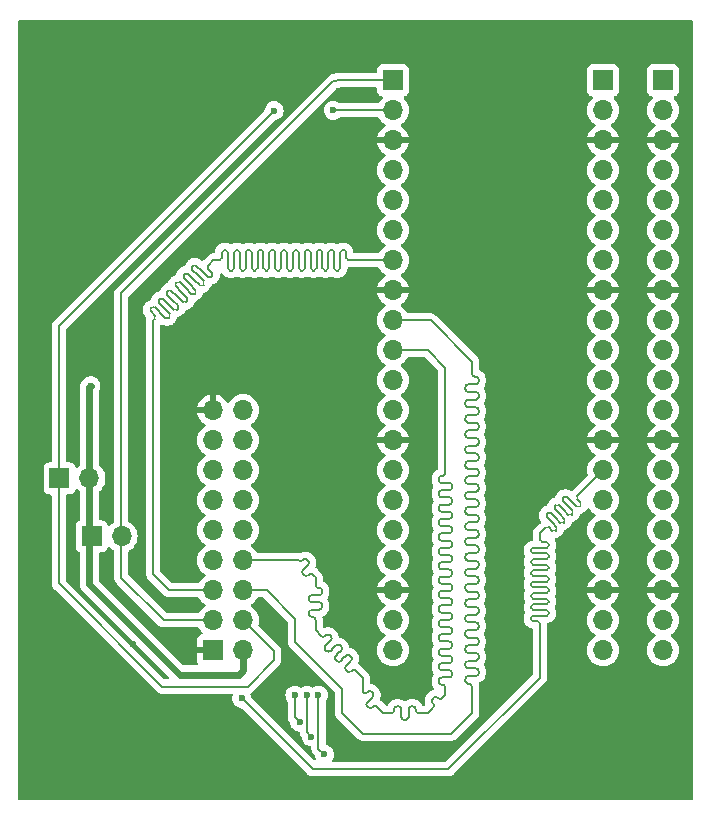
<source format=gbr>
%TF.GenerationSoftware,KiCad,Pcbnew,8.0.5*%
%TF.CreationDate,2024-10-03T22:49:54+01:00*%
%TF.ProjectId,OV7670 pico board,4f563736-3730-4207-9069-636f20626f61,rev?*%
%TF.SameCoordinates,Original*%
%TF.FileFunction,Copper,L2,Bot*%
%TF.FilePolarity,Positive*%
%FSLAX46Y46*%
G04 Gerber Fmt 4.6, Leading zero omitted, Abs format (unit mm)*
G04 Created by KiCad (PCBNEW 8.0.5) date 2024-10-03 22:49:54*
%MOMM*%
%LPD*%
G01*
G04 APERTURE LIST*
%TA.AperFunction,ComponentPad*%
%ADD10O,1.700000X1.700000*%
%TD*%
%TA.AperFunction,ComponentPad*%
%ADD11R,1.700000X1.700000*%
%TD*%
%TA.AperFunction,ViaPad*%
%ADD12C,0.600000*%
%TD*%
%TA.AperFunction,Conductor*%
%ADD13C,0.600000*%
%TD*%
%TA.AperFunction,Conductor*%
%ADD14C,0.200000*%
%TD*%
G04 APERTURE END LIST*
D10*
%TO.P,J7,2,Pin_2*%
%TO.N,3.3V*%
X185110000Y-92130000D03*
D11*
%TO.P,J7,1,Pin_1*%
%TO.N,SCL*%
X182570000Y-92130000D03*
%TD*%
%TO.P,J6,1,Pin_1*%
%TO.N,3.3V*%
X185290000Y-97040000D03*
D10*
%TO.P,J6,2,Pin_2*%
%TO.N,SDA*%
X187830000Y-97040000D03*
%TD*%
D11*
%TO.P,J3,1,Pin_1*%
%TO.N,SDA*%
X210820000Y-58420000D03*
D10*
%TO.P,J3,2,Pin_2*%
%TO.N,SCL*%
X210820000Y-60960000D03*
%TO.P,J3,3,Pin_3*%
%TO.N,GND*%
X210820000Y-63500000D03*
%TO.P,J3,4,Pin_4*%
%TO.N,unconnected-(J3-Pin_4-Pad4)*%
X210820000Y-66040000D03*
%TO.P,J3,5,Pin_5*%
%TO.N,unconnected-(J3-Pin_5-Pad5)*%
X210820000Y-68580000D03*
%TO.P,J3,6,Pin_6*%
%TO.N,unconnected-(J3-Pin_6-Pad6)*%
X210820000Y-71120000D03*
%TO.P,J3,7,Pin_7*%
%TO.N,HS*%
X210820000Y-73660000D03*
%TO.P,J3,8,Pin_8*%
%TO.N,GND*%
X210820000Y-76200000D03*
%TO.P,J3,9,Pin_9*%
%TO.N,VS*%
X210820000Y-78740000D03*
%TO.P,J3,10,Pin_10*%
%TO.N,PLK*%
X210820000Y-81280000D03*
%TO.P,J3,11,Pin_11*%
%TO.N,D0*%
X210820000Y-83820000D03*
%TO.P,J3,12,Pin_12*%
%TO.N,D1*%
X210820000Y-86360000D03*
%TO.P,J3,13,Pin_13*%
%TO.N,GND*%
X210820000Y-88900000D03*
%TO.P,J3,14,Pin_14*%
%TO.N,D2*%
X210820000Y-91440000D03*
%TO.P,J3,15,Pin_15*%
%TO.N,D3*%
X210820000Y-93980000D03*
%TO.P,J3,16,Pin_16*%
%TO.N,D4*%
X210820000Y-96520000D03*
%TO.P,J3,17,Pin_17*%
%TO.N,D5*%
X210820000Y-99060000D03*
%TO.P,J3,18,Pin_18*%
%TO.N,GND*%
X210820000Y-101600000D03*
%TO.P,J3,19,Pin_19*%
%TO.N,D6*%
X210820000Y-104140000D03*
%TO.P,J3,20,Pin_20*%
%TO.N,D7*%
X210820000Y-106680000D03*
%TD*%
D11*
%TO.P,J1,1,Pin_1*%
%TO.N,GND*%
X195580000Y-106680000D03*
D10*
%TO.P,J1,2,Pin_2*%
%TO.N,3.3V*%
X198120000Y-106680000D03*
%TO.P,J1,3,Pin_3*%
%TO.N,SDA*%
X195580000Y-104140000D03*
%TO.P,J1,4,Pin_4*%
%TO.N,SCL*%
X198120000Y-104140000D03*
%TO.P,J1,5,Pin_5*%
%TO.N,HS*%
X195580000Y-101600000D03*
%TO.P,J1,6,Pin_6*%
%TO.N,VS*%
X198120000Y-101600000D03*
%TO.P,J1,7,Pin_7*%
%TO.N,XLK*%
X195580000Y-99060000D03*
%TO.P,J1,8,Pin_8*%
%TO.N,PLK*%
X198120000Y-99060000D03*
%TO.P,J1,9,Pin_9*%
%TO.N,D6*%
X195580000Y-96520000D03*
%TO.P,J1,10,Pin_10*%
%TO.N,D7*%
X198120000Y-96520000D03*
%TO.P,J1,11,Pin_11*%
%TO.N,D4*%
X195580000Y-93980000D03*
%TO.P,J1,12,Pin_12*%
%TO.N,D5*%
X198120000Y-93980000D03*
%TO.P,J1,13,Pin_13*%
%TO.N,D2*%
X195580000Y-91440000D03*
%TO.P,J1,14,Pin_14*%
%TO.N,D3*%
X198120000Y-91440000D03*
%TO.P,J1,15,Pin_15*%
%TO.N,D0*%
X195580000Y-88900000D03*
%TO.P,J1,16,Pin_16*%
%TO.N,D1*%
X198120000Y-88900000D03*
%TO.P,J1,17,Pin_17*%
%TO.N,GND*%
X195580000Y-86360000D03*
%TO.P,J1,18,Pin_18*%
%TO.N,3.3V*%
X198120000Y-86360000D03*
%TD*%
D11*
%TO.P,J2,1,Pin_1*%
%TO.N,Net-(J2-Pin_1)*%
X233680000Y-58420000D03*
D10*
%TO.P,J2,2,Pin_2*%
%TO.N,Net-(J2-Pin_2)*%
X233680000Y-60960000D03*
%TO.P,J2,3,Pin_3*%
%TO.N,GND*%
X233680000Y-63500000D03*
%TO.P,J2,4,Pin_4*%
%TO.N,Net-(J2-Pin_4)*%
X233680000Y-66040000D03*
%TO.P,J2,5,Pin_5*%
%TO.N,3.3V*%
X233680000Y-68580000D03*
%TO.P,J2,6,Pin_6*%
%TO.N,Net-(J2-Pin_6)*%
X233680000Y-71120000D03*
%TO.P,J2,7,Pin_7*%
%TO.N,Net-(J2-Pin_7)*%
X233680000Y-73660000D03*
%TO.P,J2,8,Pin_8*%
%TO.N,GND*%
X233680000Y-76200000D03*
%TO.P,J2,9,Pin_9*%
%TO.N,Net-(J2-Pin_9)*%
X233680000Y-78740000D03*
%TO.P,J2,10,Pin_10*%
%TO.N,Net-(J2-Pin_10)*%
X233680000Y-81280000D03*
%TO.P,J2,11,Pin_11*%
%TO.N,Net-(J2-Pin_11)*%
X233680000Y-83820000D03*
%TO.P,J2,12,Pin_12*%
%TO.N,Net-(J2-Pin_12)*%
X233680000Y-86360000D03*
%TO.P,J2,13,Pin_13*%
%TO.N,GND*%
X233680000Y-88900000D03*
%TO.P,J2,14,Pin_14*%
%TO.N,XLK*%
X233680000Y-91440000D03*
%TO.P,J2,15,Pin_15*%
%TO.N,Net-(J2-Pin_15)*%
X233680000Y-93980000D03*
%TO.P,J2,16,Pin_16*%
%TO.N,Net-(J2-Pin_16)*%
X233680000Y-96520000D03*
%TO.P,J2,17,Pin_17*%
%TO.N,Net-(J2-Pin_17)*%
X233680000Y-99060000D03*
%TO.P,J2,18,Pin_18*%
%TO.N,GND*%
X233680000Y-101600000D03*
%TO.P,J2,19,Pin_19*%
%TO.N,Net-(J2-Pin_19)*%
X233680000Y-104140000D03*
%TO.P,J2,20,Pin_20*%
%TO.N,Net-(J2-Pin_20)*%
X233680000Y-106680000D03*
%TD*%
D11*
%TO.P,J4,1,Pin_1*%
%TO.N,Net-(J2-Pin_1)*%
X228600000Y-58420000D03*
D10*
%TO.P,J4,2,Pin_2*%
%TO.N,Net-(J2-Pin_2)*%
X228600000Y-60960000D03*
%TO.P,J4,3,Pin_3*%
%TO.N,GND*%
X228600000Y-63500000D03*
%TO.P,J4,4,Pin_4*%
%TO.N,Net-(J2-Pin_4)*%
X228600000Y-66040000D03*
%TO.P,J4,5,Pin_5*%
%TO.N,3.3V*%
X228600000Y-68580000D03*
%TO.P,J4,6,Pin_6*%
%TO.N,Net-(J2-Pin_6)*%
X228600000Y-71120000D03*
%TO.P,J4,7,Pin_7*%
%TO.N,Net-(J2-Pin_7)*%
X228600000Y-73660000D03*
%TO.P,J4,8,Pin_8*%
%TO.N,GND*%
X228600000Y-76200000D03*
%TO.P,J4,9,Pin_9*%
%TO.N,Net-(J2-Pin_9)*%
X228600000Y-78740000D03*
%TO.P,J4,10,Pin_10*%
%TO.N,Net-(J2-Pin_10)*%
X228600000Y-81280000D03*
%TO.P,J4,11,Pin_11*%
%TO.N,Net-(J2-Pin_11)*%
X228600000Y-83820000D03*
%TO.P,J4,12,Pin_12*%
%TO.N,Net-(J2-Pin_12)*%
X228600000Y-86360000D03*
%TO.P,J4,13,Pin_13*%
%TO.N,GND*%
X228600000Y-88900000D03*
%TO.P,J4,14,Pin_14*%
%TO.N,XLK*%
X228600000Y-91440000D03*
%TO.P,J4,15,Pin_15*%
%TO.N,Net-(J2-Pin_15)*%
X228600000Y-93980000D03*
%TO.P,J4,16,Pin_16*%
%TO.N,Net-(J2-Pin_16)*%
X228600000Y-96520000D03*
%TO.P,J4,17,Pin_17*%
%TO.N,Net-(J2-Pin_17)*%
X228600000Y-99060000D03*
%TO.P,J4,18,Pin_18*%
%TO.N,GND*%
X228600000Y-101600000D03*
%TO.P,J4,19,Pin_19*%
%TO.N,Net-(J2-Pin_19)*%
X228600000Y-104140000D03*
%TO.P,J4,20,Pin_20*%
%TO.N,Net-(J2-Pin_20)*%
X228600000Y-106680000D03*
%TD*%
D12*
%TO.N,GND*%
X188560000Y-118510000D03*
X183500000Y-104270000D03*
X209060000Y-62470000D03*
X201160000Y-84410000D03*
X194170000Y-54690000D03*
X223960000Y-54920000D03*
X206010000Y-88000000D03*
X226560000Y-114760000D03*
X231000000Y-75150000D03*
X231060000Y-77320000D03*
X188770000Y-106160000D03*
X220520000Y-59390000D03*
X217050000Y-60670000D03*
X180950000Y-65510000D03*
X231860000Y-113110000D03*
X179980000Y-118300000D03*
X211500000Y-54090000D03*
X213310000Y-67850000D03*
X231060000Y-88040000D03*
X181610000Y-54610000D03*
X183890000Y-79730000D03*
X235890000Y-82210000D03*
X209200000Y-109160000D03*
X194830000Y-117310000D03*
X231110000Y-102630000D03*
X205170000Y-56990000D03*
X192450000Y-88110000D03*
X213520000Y-57270000D03*
X199790000Y-110520000D03*
X208280000Y-85460000D03*
X231000000Y-89950000D03*
X200280000Y-104060000D03*
X189710000Y-76370000D03*
X220060000Y-95680000D03*
X186730000Y-100030000D03*
X202840000Y-117420000D03*
X203780000Y-62620000D03*
X234950000Y-118110000D03*
X213120000Y-62080000D03*
X235730000Y-100520000D03*
X226140000Y-91900000D03*
X189480000Y-88500000D03*
X183890000Y-89030000D03*
X224130000Y-70530000D03*
X200630000Y-87860000D03*
X217120000Y-63350000D03*
X213710000Y-109040000D03*
X193520000Y-61250000D03*
X223600000Y-91900000D03*
X212880000Y-82740000D03*
X206000000Y-71540000D03*
X209060000Y-72280000D03*
X208930000Y-59670000D03*
X221120000Y-96640000D03*
X213370000Y-89350000D03*
X181220000Y-109460000D03*
X205020000Y-80750000D03*
X186120000Y-67700000D03*
X200000000Y-78430000D03*
X226460000Y-70710000D03*
X189410000Y-100390000D03*
X192070000Y-81120000D03*
X200030000Y-97730000D03*
X206160000Y-62620000D03*
X226000000Y-66710000D03*
X217870000Y-73190000D03*
X220100000Y-79870000D03*
X208350000Y-105900000D03*
X234980000Y-109090000D03*
X205220000Y-84410000D03*
X202690000Y-59460000D03*
X205800000Y-93060000D03*
X226670000Y-100430000D03*
X180330000Y-88500000D03*
X234950000Y-54610000D03*
X235810000Y-66140000D03*
X192560000Y-84890000D03*
X187910000Y-59580000D03*
X202010000Y-67530000D03*
X205710000Y-75920000D03*
X224600000Y-117310000D03*
X216690000Y-117360000D03*
X183630000Y-100390000D03*
X222850000Y-85080000D03*
X231110000Y-100620000D03*
X195340000Y-71220000D03*
X212790000Y-101470000D03*
X218580000Y-81570000D03*
X226600000Y-96070000D03*
X209060000Y-67430000D03*
X230970000Y-62470000D03*
X186740000Y-114500000D03*
X219330000Y-87670000D03*
X180370000Y-77720000D03*
X205910000Y-103710000D03*
X226440000Y-80080000D03*
X189550000Y-103820000D03*
X189560000Y-109790000D03*
X227120000Y-109160000D03*
X212960000Y-77380000D03*
X231070000Y-64590000D03*
X180130000Y-101050000D03*
X196690000Y-75870000D03*
X199930000Y-59570000D03*
X191300000Y-68600000D03*
X186480000Y-85370000D03*
X226780000Y-105630000D03*
%TO.N,3.3V*%
X185215000Y-84285000D03*
%TO.N,D5*%
X202900000Y-112750000D03*
X202500000Y-110500000D03*
%TO.N,D1*%
X205000000Y-115500000D03*
X204500000Y-110500000D03*
%TO.N,D3*%
X203900000Y-114000000D03*
X203500000Y-110500000D03*
%TO.N,SCL*%
X205750000Y-60960000D03*
X200750000Y-61000000D03*
%TO.N,XLK*%
X198000000Y-110750000D03*
%TD*%
D13*
%TO.N,3.3V*%
X185110000Y-97080000D02*
X185110000Y-92275000D01*
X185110000Y-92275000D02*
X185240000Y-92145000D01*
X197750000Y-108750000D02*
X198120000Y-108380000D01*
X185110000Y-97080000D02*
X185110000Y-101110000D01*
D14*
X185110000Y-97080000D02*
X185130000Y-97060000D01*
D13*
X192750000Y-108750000D02*
X197750000Y-108750000D01*
X185110000Y-101110000D02*
X192750000Y-108750000D01*
X198120000Y-108380000D02*
X198120000Y-106680000D01*
D14*
X185130000Y-97060000D02*
X185260000Y-97060000D01*
%TO.N,SDA*%
X206080000Y-58420000D02*
X210820000Y-58420000D01*
X206000000Y-58500000D02*
X206080000Y-58420000D01*
X187830000Y-97040000D02*
X187800000Y-97010000D01*
X187800000Y-97070000D02*
X187830000Y-97040000D01*
X187800000Y-100550000D02*
X187800000Y-97070000D01*
X205750000Y-58500000D02*
X206000000Y-58500000D01*
X191390000Y-104140000D02*
X187800000Y-100550000D01*
X187800000Y-97010000D02*
X187800000Y-76450000D01*
X195580000Y-104140000D02*
X191390000Y-104140000D01*
X187800000Y-76450000D02*
X205750000Y-58500000D01*
%TO.N,3.3V*%
X185240000Y-92145000D02*
X185180000Y-92205000D01*
X185180000Y-92205000D02*
X185050000Y-92205000D01*
D13*
X185110000Y-84390000D02*
X185215000Y-84285000D01*
X185110000Y-92015000D02*
X185110000Y-84390000D01*
X185240000Y-92145000D02*
X185110000Y-92015000D01*
D14*
%TO.N,D5*%
X202500000Y-110500000D02*
X202500000Y-112350000D01*
X202500000Y-112350000D02*
X202900000Y-112750000D01*
%TO.N,D1*%
X204500000Y-115000000D02*
X204500000Y-110500000D01*
X205000000Y-115500000D02*
X204500000Y-115000000D01*
%TO.N,D3*%
X203500000Y-113600000D02*
X203500000Y-110500000D01*
X203900000Y-114000000D02*
X203500000Y-113600000D01*
%TO.N,SCL*%
X200730000Y-106750000D02*
X200730000Y-107520000D01*
X182500000Y-79250000D02*
X200750000Y-61000000D01*
X191250000Y-109750000D02*
X182500000Y-101000000D01*
X198500000Y-109750000D02*
X191250000Y-109750000D01*
X205750000Y-60960000D02*
X210820000Y-60960000D01*
X182510000Y-92200000D02*
X182500000Y-92190000D01*
X198120000Y-104140000D02*
X200730000Y-106750000D01*
X182500000Y-92190000D02*
X182500000Y-79250000D01*
X182500000Y-99000000D02*
X182500000Y-92190000D01*
X182500000Y-101000000D02*
X182500000Y-99000000D01*
X182510000Y-92205000D02*
X182510000Y-92200000D01*
X200730000Y-107520000D02*
X198500000Y-109750000D01*
%TO.N,VS*%
X217810000Y-108860000D02*
X217500000Y-108860000D01*
X217500000Y-99110000D02*
X217810000Y-99110000D01*
X217500000Y-98460000D02*
X217190000Y-98460000D01*
X217500000Y-90660000D02*
X217190000Y-90660000D01*
X216930000Y-87020000D02*
X216930000Y-87150000D01*
X217500000Y-100410000D02*
X217810000Y-100410000D01*
X217190000Y-109510000D02*
X217240000Y-109510000D01*
X216930000Y-96120000D02*
X216930000Y-96250000D01*
X217810000Y-101060000D02*
X217500000Y-101060000D01*
X217190000Y-103010000D02*
X217500000Y-103010000D01*
X217190000Y-93910000D02*
X217500000Y-93910000D01*
X217500000Y-96510000D02*
X217810000Y-96510000D01*
X217190000Y-91310000D02*
X217500000Y-91310000D01*
X217500000Y-89360000D02*
X217190000Y-89360000D01*
X217810000Y-90660000D02*
X217500000Y-90660000D01*
X217810000Y-84160000D02*
X217760000Y-84160000D01*
X217500000Y-82250000D02*
X217500000Y-83250000D01*
X217190000Y-104310000D02*
X217500000Y-104310000D01*
X217190000Y-105610000D02*
X217500000Y-105610000D01*
X216930000Y-109120000D02*
X216930000Y-109250000D01*
X216930000Y-88320000D02*
X216930000Y-88450000D01*
X210820000Y-78740000D02*
X213990000Y-78740000D01*
X217500000Y-108860000D02*
X217240000Y-108860000D01*
X217810000Y-104960000D02*
X217500000Y-104960000D01*
X218070000Y-100670000D02*
X218070000Y-100800000D01*
X216930000Y-85720000D02*
X216930000Y-85850000D01*
X216930000Y-101320000D02*
X216930000Y-101450000D01*
X217810000Y-98460000D02*
X217500000Y-98460000D01*
X218070000Y-98070000D02*
X218070000Y-98200000D01*
X217500000Y-84810000D02*
X217810000Y-84810000D01*
X216930000Y-90920000D02*
X216930000Y-91050000D01*
X217810000Y-97160000D02*
X217500000Y-97160000D01*
X218070000Y-95470000D02*
X218070000Y-95600000D01*
X217190000Y-90010000D02*
X217500000Y-90010000D01*
X218070000Y-87670000D02*
X218070000Y-87800000D01*
X217190000Y-100410000D02*
X217500000Y-100410000D01*
X217810000Y-99760000D02*
X217500000Y-99760000D01*
X202500000Y-104000000D02*
X200100000Y-101600000D01*
X216930000Y-94820000D02*
X216930000Y-94950000D01*
X217190000Y-101710000D02*
X217500000Y-101710000D01*
X217500000Y-88060000D02*
X217190000Y-88060000D01*
X217190000Y-96510000D02*
X217500000Y-96510000D01*
X218070000Y-90270000D02*
X218070000Y-90400000D01*
X217190000Y-87410000D02*
X217500000Y-87410000D01*
X218070000Y-94170000D02*
X218070000Y-94300000D01*
X218070000Y-101970000D02*
X218070000Y-102100000D01*
X217500000Y-109770000D02*
X217500000Y-109900000D01*
X217500000Y-103660000D02*
X217190000Y-103660000D01*
X217500000Y-101710000D02*
X217810000Y-101710000D01*
X217500000Y-97160000D02*
X217190000Y-97160000D01*
X217500000Y-99760000D02*
X217190000Y-99760000D01*
X217810000Y-93260000D02*
X217500000Y-93260000D01*
X217500000Y-103010000D02*
X217810000Y-103010000D01*
X217190000Y-88710000D02*
X217500000Y-88710000D01*
X217240000Y-108860000D02*
X217190000Y-108860000D01*
X217760000Y-83510000D02*
X217810000Y-83510000D01*
X218070000Y-105870000D02*
X218070000Y-106000000D01*
X218070000Y-85070000D02*
X218070000Y-85200000D01*
X218070000Y-103270000D02*
X218070000Y-103400000D01*
X218070000Y-83770000D02*
X218070000Y-83900000D01*
X217500000Y-104310000D02*
X217810000Y-104310000D01*
X217810000Y-103660000D02*
X217500000Y-103660000D01*
X217500000Y-88710000D02*
X217810000Y-88710000D01*
X217810000Y-102360000D02*
X217500000Y-102360000D01*
X218070000Y-107170000D02*
X218070000Y-107300000D01*
X217500000Y-108210000D02*
X217810000Y-108210000D01*
X217500000Y-97810000D02*
X217810000Y-97810000D01*
X217500000Y-90010000D02*
X217810000Y-90010000D01*
X216930000Y-103920000D02*
X216930000Y-104050000D01*
X217500000Y-86760000D02*
X217190000Y-86760000D01*
X217500000Y-95210000D02*
X217810000Y-95210000D01*
X217190000Y-95210000D02*
X217500000Y-95210000D01*
X217190000Y-108210000D02*
X217500000Y-108210000D01*
X217500000Y-93910000D02*
X217810000Y-93910000D01*
X217190000Y-97810000D02*
X217500000Y-97810000D01*
X217500000Y-104960000D02*
X217190000Y-104960000D01*
X218070000Y-104570000D02*
X218070000Y-104700000D01*
X217810000Y-106260000D02*
X217500000Y-106260000D01*
X217500000Y-95860000D02*
X217190000Y-95860000D01*
X217500000Y-110500000D02*
X217500000Y-112000000D01*
X217810000Y-89360000D02*
X217500000Y-89360000D01*
X218070000Y-86370000D02*
X218070000Y-86500000D01*
X218070000Y-99370000D02*
X218070000Y-99500000D01*
X216930000Y-102620000D02*
X216930000Y-102750000D01*
X213990000Y-78740000D02*
X217500000Y-82250000D01*
X217500000Y-92610000D02*
X217810000Y-92610000D01*
X216930000Y-92220000D02*
X216930000Y-92350000D01*
X217190000Y-92610000D02*
X217500000Y-92610000D01*
X218070000Y-108470000D02*
X218070000Y-108600000D01*
X217810000Y-107560000D02*
X217500000Y-107560000D01*
X217500000Y-106910000D02*
X217810000Y-106910000D01*
X217500000Y-86110000D02*
X217810000Y-86110000D01*
X218070000Y-91570000D02*
X218070000Y-91700000D01*
X206500000Y-112000000D02*
X206500000Y-110000000D01*
X216930000Y-98720000D02*
X216930000Y-98850000D01*
X216930000Y-84420000D02*
X216930000Y-84550000D01*
X217810000Y-94560000D02*
X217500000Y-94560000D01*
X217760000Y-84160000D02*
X217500000Y-84160000D01*
X216930000Y-107820000D02*
X216930000Y-107950000D01*
X217810000Y-91960000D02*
X217500000Y-91960000D01*
X215750000Y-113750000D02*
X208250000Y-113750000D01*
X217500000Y-93260000D02*
X217190000Y-93260000D01*
X216930000Y-100020000D02*
X216930000Y-100150000D01*
X208250000Y-113750000D02*
X206500000Y-112000000D01*
X216930000Y-105220000D02*
X216930000Y-105350000D01*
X217810000Y-95860000D02*
X217500000Y-95860000D01*
X217500000Y-105610000D02*
X217810000Y-105610000D01*
X217500000Y-107560000D02*
X217190000Y-107560000D01*
X217190000Y-84810000D02*
X217500000Y-84810000D01*
X216930000Y-97420000D02*
X216930000Y-97550000D01*
X217190000Y-99110000D02*
X217500000Y-99110000D01*
X217190000Y-86110000D02*
X217500000Y-86110000D01*
X217500000Y-109900000D02*
X217500000Y-110500000D01*
X216930000Y-106520000D02*
X216930000Y-106650000D01*
X217500000Y-87410000D02*
X217810000Y-87410000D01*
X217500000Y-112000000D02*
X215750000Y-113750000D01*
X217810000Y-85460000D02*
X217500000Y-85460000D01*
X217500000Y-85460000D02*
X217190000Y-85460000D01*
X217500000Y-94560000D02*
X217190000Y-94560000D01*
X217500000Y-101060000D02*
X217190000Y-101060000D01*
X200100000Y-101600000D02*
X198120000Y-101600000D01*
X217500000Y-84160000D02*
X217190000Y-84160000D01*
X218070000Y-92870000D02*
X218070000Y-93000000D01*
X217500000Y-91310000D02*
X217810000Y-91310000D01*
X218070000Y-96770000D02*
X218070000Y-96900000D01*
X217810000Y-88060000D02*
X217500000Y-88060000D01*
X217810000Y-86760000D02*
X217500000Y-86760000D01*
X217190000Y-106910000D02*
X217500000Y-106910000D01*
X217500000Y-91960000D02*
X217190000Y-91960000D01*
X218070000Y-88970000D02*
X218070000Y-89100000D01*
X216930000Y-93520000D02*
X216930000Y-93650000D01*
X217500000Y-102360000D02*
X217190000Y-102360000D01*
X216930000Y-89620000D02*
X216930000Y-89750000D01*
X206500000Y-110000000D02*
X202500000Y-106000000D01*
X217500000Y-106260000D02*
X217190000Y-106260000D01*
X202500000Y-106000000D02*
X202500000Y-104000000D01*
X216930000Y-88450000D02*
G75*
G03*
X217190000Y-88710000I260000J0D01*
G01*
X217810000Y-90010000D02*
G75*
G02*
X218070000Y-90270000I0J-260000D01*
G01*
X217190000Y-93260000D02*
G75*
G03*
X216930000Y-93520000I0J-260000D01*
G01*
X216930000Y-89750000D02*
G75*
G03*
X217190000Y-90010000I260000J0D01*
G01*
X217190000Y-99760000D02*
G75*
G03*
X216930000Y-100020000I0J-260000D01*
G01*
X216930000Y-97550000D02*
G75*
G03*
X217190000Y-97810000I260000J0D01*
G01*
X217500000Y-83250000D02*
G75*
G03*
X217760000Y-83510000I260000J0D01*
G01*
X217810000Y-87410000D02*
G75*
G02*
X218070000Y-87670000I0J-260000D01*
G01*
X218070000Y-96900000D02*
G75*
G02*
X217810000Y-97160000I-260000J0D01*
G01*
X217810000Y-100410000D02*
G75*
G02*
X218070000Y-100670000I0J-260000D01*
G01*
X216930000Y-100150000D02*
G75*
G03*
X217190000Y-100410000I260000J0D01*
G01*
X217190000Y-85460000D02*
G75*
G03*
X216930000Y-85720000I0J-260000D01*
G01*
X217190000Y-107560000D02*
G75*
G03*
X216930000Y-107820000I0J-260000D01*
G01*
X217190000Y-88060000D02*
G75*
G03*
X216930000Y-88320000I0J-260000D01*
G01*
X217190000Y-106260000D02*
G75*
G03*
X216930000Y-106520000I0J-260000D01*
G01*
X217810000Y-86110000D02*
G75*
G02*
X218070000Y-86370000I0J-260000D01*
G01*
X217810000Y-83510000D02*
G75*
G02*
X218070000Y-83770000I0J-260000D01*
G01*
X216930000Y-96250000D02*
G75*
G03*
X217190000Y-96510000I260000J0D01*
G01*
X218070000Y-95600000D02*
G75*
G02*
X217810000Y-95860000I-260000J0D01*
G01*
X218070000Y-98200000D02*
G75*
G02*
X217810000Y-98460000I-260000J0D01*
G01*
X217810000Y-105610000D02*
G75*
G02*
X218070000Y-105870000I0J-260000D01*
G01*
X216930000Y-98850000D02*
G75*
G03*
X217190000Y-99110000I260000J0D01*
G01*
X218070000Y-99500000D02*
G75*
G02*
X217810000Y-99760000I-260000J0D01*
G01*
X217810000Y-104310000D02*
G75*
G02*
X218070000Y-104570000I0J-260000D01*
G01*
X216930000Y-87150000D02*
G75*
G03*
X217190000Y-87410000I260000J0D01*
G01*
X217810000Y-93910000D02*
G75*
G02*
X218070000Y-94170000I0J-260000D01*
G01*
X218070000Y-85200000D02*
G75*
G02*
X217810000Y-85460000I-260000J0D01*
G01*
X218070000Y-91700000D02*
G75*
G02*
X217810000Y-91960000I-260000J0D01*
G01*
X217190000Y-84160000D02*
G75*
G03*
X216930000Y-84420000I0J-260000D01*
G01*
X218070000Y-93000000D02*
G75*
G02*
X217810000Y-93260000I-260000J0D01*
G01*
X217190000Y-94560000D02*
G75*
G03*
X216930000Y-94820000I0J-260000D01*
G01*
X217190000Y-104960000D02*
G75*
G03*
X216930000Y-105220000I0J-260000D01*
G01*
X216930000Y-107950000D02*
G75*
G03*
X217190000Y-108210000I260000J0D01*
G01*
X217810000Y-95210000D02*
G75*
G02*
X218070000Y-95470000I0J-260000D01*
G01*
X217810000Y-96510000D02*
G75*
G02*
X218070000Y-96770000I0J-260000D01*
G01*
X218070000Y-94300000D02*
G75*
G02*
X217810000Y-94560000I-260000J0D01*
G01*
X218070000Y-83900000D02*
G75*
G02*
X217810000Y-84160000I-260000J0D01*
G01*
X218070000Y-86500000D02*
G75*
G02*
X217810000Y-86760000I-260000J0D01*
G01*
X218070000Y-90400000D02*
G75*
G02*
X217810000Y-90660000I-260000J0D01*
G01*
X217190000Y-101060000D02*
G75*
G03*
X216930000Y-101320000I0J-260000D01*
G01*
X218070000Y-104700000D02*
G75*
G02*
X217810000Y-104960000I-260000J0D01*
G01*
X217240000Y-109510000D02*
G75*
G02*
X217500000Y-109770000I0J-260000D01*
G01*
X217190000Y-90660000D02*
G75*
G03*
X216930000Y-90920000I0J-260000D01*
G01*
X217810000Y-99110000D02*
G75*
G02*
X218070000Y-99370000I0J-260000D01*
G01*
X218070000Y-108600000D02*
G75*
G02*
X217810000Y-108860000I-260000J0D01*
G01*
X216930000Y-105350000D02*
G75*
G03*
X217190000Y-105610000I260000J0D01*
G01*
X217810000Y-106910000D02*
G75*
G02*
X218070000Y-107170000I0J-260000D01*
G01*
X216930000Y-94950000D02*
G75*
G03*
X217190000Y-95210000I260000J0D01*
G01*
X217810000Y-108210000D02*
G75*
G02*
X218070000Y-108470000I0J-260000D01*
G01*
X216930000Y-101450000D02*
G75*
G03*
X217190000Y-101710000I260000J0D01*
G01*
X218070000Y-100800000D02*
G75*
G02*
X217810000Y-101060000I-260000J0D01*
G01*
X217190000Y-108860000D02*
G75*
G03*
X216930000Y-109120000I0J-260000D01*
G01*
X217810000Y-84810000D02*
G75*
G02*
X218070000Y-85070000I0J-260000D01*
G01*
X217190000Y-103660000D02*
G75*
G03*
X216930000Y-103920000I0J-260000D01*
G01*
X216930000Y-84550000D02*
G75*
G03*
X217190000Y-84810000I260000J0D01*
G01*
X217190000Y-91960000D02*
G75*
G03*
X216930000Y-92220000I0J-260000D01*
G01*
X218070000Y-106000000D02*
G75*
G02*
X217810000Y-106260000I-260000J0D01*
G01*
X216930000Y-92350000D02*
G75*
G03*
X217190000Y-92610000I260000J0D01*
G01*
X218070000Y-103400000D02*
G75*
G02*
X217810000Y-103660000I-260000J0D01*
G01*
X216930000Y-106650000D02*
G75*
G03*
X217190000Y-106910000I260000J0D01*
G01*
X217190000Y-89360000D02*
G75*
G03*
X216930000Y-89620000I0J-260000D01*
G01*
X218070000Y-107300000D02*
G75*
G02*
X217810000Y-107560000I-260000J0D01*
G01*
X216930000Y-102750000D02*
G75*
G03*
X217190000Y-103010000I260000J0D01*
G01*
X218070000Y-102100000D02*
G75*
G02*
X217810000Y-102360000I-260000J0D01*
G01*
X216930000Y-104050000D02*
G75*
G03*
X217190000Y-104310000I260000J0D01*
G01*
X217190000Y-97160000D02*
G75*
G03*
X216930000Y-97420000I0J-260000D01*
G01*
X216930000Y-91050000D02*
G75*
G03*
X217190000Y-91310000I260000J0D01*
G01*
X217810000Y-91310000D02*
G75*
G02*
X218070000Y-91570000I0J-260000D01*
G01*
X217810000Y-101710000D02*
G75*
G02*
X218070000Y-101970000I0J-260000D01*
G01*
X218070000Y-89100000D02*
G75*
G02*
X217810000Y-89360000I-260000J0D01*
G01*
X217810000Y-92610000D02*
G75*
G02*
X218070000Y-92870000I0J-260000D01*
G01*
X217190000Y-102360000D02*
G75*
G03*
X216930000Y-102620000I0J-260000D01*
G01*
X217190000Y-98460000D02*
G75*
G03*
X216930000Y-98720000I0J-260000D01*
G01*
X217190000Y-86760000D02*
G75*
G03*
X216930000Y-87020000I0J-260000D01*
G01*
X217810000Y-88710000D02*
G75*
G02*
X218070000Y-88970000I0J-260000D01*
G01*
X217810000Y-103010000D02*
G75*
G02*
X218070000Y-103270000I0J-260000D01*
G01*
X217810000Y-97810000D02*
G75*
G02*
X218070000Y-98070000I0J-260000D01*
G01*
X216930000Y-85850000D02*
G75*
G03*
X217190000Y-86110000I260000J0D01*
G01*
X216930000Y-93650000D02*
G75*
G03*
X217190000Y-93910000I260000J0D01*
G01*
X217190000Y-95860000D02*
G75*
G03*
X216930000Y-96120000I0J-260000D01*
G01*
X218070000Y-87800000D02*
G75*
G02*
X217810000Y-88060000I-260000J0D01*
G01*
X216930000Y-109250000D02*
G75*
G03*
X217190000Y-109510000I260000J0D01*
G01*
%TO.N,PLK*%
X211758000Y-112570000D02*
X211880000Y-112570000D01*
X214924000Y-108986000D02*
X215006000Y-108986000D01*
X215820000Y-108742000D02*
X215820000Y-108620000D01*
X204494000Y-101404000D02*
X204576000Y-101404000D01*
X206327477Y-106271376D02*
X206413744Y-106357643D01*
X215250000Y-91540000D02*
X215250000Y-91250000D01*
X209544004Y-111544004D02*
X210000000Y-112000000D01*
X215820000Y-95322000D02*
X215820000Y-95200000D01*
X214216690Y-111188242D02*
X214158708Y-111130260D01*
X212124000Y-111756000D02*
X212124000Y-111674000D01*
X215250000Y-107156000D02*
X214924000Y-107156000D01*
X214680000Y-108132000D02*
X214680000Y-108010000D01*
X215576000Y-92516000D02*
X215250000Y-92516000D01*
X215820000Y-100202000D02*
X215820000Y-100080000D01*
X215576000Y-108376000D02*
X215250000Y-108376000D01*
X208998119Y-110192018D02*
X209084386Y-110278285D01*
X211514000Y-111756000D02*
X211514000Y-112000000D01*
X208853868Y-110853868D02*
X208681333Y-111026402D01*
X207246712Y-108457745D02*
X207304694Y-108399762D01*
X205320558Y-106070558D02*
X205090041Y-106301074D01*
X215250000Y-98006000D02*
X215576000Y-98006000D01*
X215576000Y-103496000D02*
X215250000Y-103496000D01*
X215576000Y-97396000D02*
X215250000Y-97396000D01*
X215820000Y-101422000D02*
X215820000Y-101300000D01*
X207736030Y-108486030D02*
X208250000Y-109000000D01*
X215006000Y-108986000D02*
X215250000Y-108986000D01*
X211148000Y-111430000D02*
X211270000Y-111430000D01*
X215576000Y-96176000D02*
X215250000Y-96176000D01*
X215250000Y-103496000D02*
X214924000Y-103496000D01*
X209084386Y-110623353D02*
X209026402Y-110681334D01*
X203183351Y-100239452D02*
X203269618Y-100325719D01*
X203614686Y-100325719D02*
X203672668Y-100267736D01*
X215576000Y-101056000D02*
X215250000Y-101056000D01*
X214924000Y-101666000D02*
X215250000Y-101666000D01*
X203680000Y-103478000D02*
X203680000Y-103600000D01*
X214924000Y-100446000D02*
X215250000Y-100446000D01*
X205090041Y-106646142D02*
X205176308Y-106732409D01*
X215250000Y-82750000D02*
X213750000Y-81250000D01*
X215250000Y-94346000D02*
X215576000Y-94346000D01*
X214924000Y-93126000D02*
X215250000Y-93126000D01*
X215250000Y-98616000D02*
X214924000Y-98616000D01*
X214680000Y-106912000D02*
X214680000Y-106790000D01*
X215250000Y-105326000D02*
X215576000Y-105326000D01*
X203155068Y-99060000D02*
X203213051Y-99002018D01*
X214680000Y-109352000D02*
X214680000Y-109230000D01*
X214924000Y-99226000D02*
X215250000Y-99226000D01*
X205464809Y-105408708D02*
X205551076Y-105494975D01*
X215250000Y-101056000D02*
X214924000Y-101056000D01*
X212124000Y-112000000D02*
X212124000Y-111756000D01*
X214680000Y-103252000D02*
X214680000Y-103130000D01*
X215576000Y-93736000D02*
X215250000Y-93736000D01*
X203644386Y-99433353D02*
X203586402Y-99491334D01*
X214924000Y-102886000D02*
X215250000Y-102886000D01*
X215250000Y-102276000D02*
X214924000Y-102276000D01*
X214680000Y-105692000D02*
X214680000Y-105570000D01*
X203241333Y-99836402D02*
X203183351Y-99894384D01*
X214590045Y-110698924D02*
X214648028Y-110756907D01*
X215079362Y-110670639D02*
X215250000Y-110500000D01*
X215576000Y-94956000D02*
X215250000Y-94956000D01*
X214924000Y-95566000D02*
X215250000Y-95566000D01*
X215250000Y-99226000D02*
X215576000Y-99226000D01*
X213750000Y-112000000D02*
X214216690Y-111533310D01*
X215250000Y-100446000D02*
X215576000Y-100446000D01*
X215250000Y-91250000D02*
X215250000Y-82750000D01*
X215006000Y-109596000D02*
X214924000Y-109596000D01*
X204250000Y-102624000D02*
X204576000Y-102624000D01*
X214924000Y-106546000D02*
X215250000Y-106546000D01*
X209054686Y-111515719D02*
X209112668Y-111457736D01*
X205551076Y-105840043D02*
X205493092Y-105898024D01*
X210904000Y-111756000D02*
X210904000Y-111674000D01*
X198120000Y-99060000D02*
X202250000Y-99060000D01*
X214924000Y-107766000D02*
X215250000Y-107766000D01*
X204250000Y-105000000D02*
X204716690Y-105466690D01*
X215250000Y-105936000D02*
X214924000Y-105936000D01*
X215250000Y-96176000D02*
X214924000Y-96176000D01*
X215250000Y-107766000D02*
X215576000Y-107766000D01*
X203586402Y-99491334D02*
X203413868Y-99663868D01*
X215820000Y-97762000D02*
X215820000Y-97640000D01*
X213250000Y-81250000D02*
X213220000Y-81280000D01*
X214924000Y-98006000D02*
X215250000Y-98006000D01*
X215250000Y-102886000D02*
X215576000Y-102886000D01*
X204494000Y-102014000D02*
X204250000Y-102014000D01*
X206614560Y-107364560D02*
X206845075Y-107134042D01*
X214158708Y-110785192D02*
X214244977Y-110698924D01*
X215820000Y-105082000D02*
X215820000Y-104960000D01*
X214924000Y-104106000D02*
X215250000Y-104106000D01*
X204250000Y-103234000D02*
X204006000Y-103234000D01*
X215820000Y-102642000D02*
X215820000Y-102520000D01*
X215250000Y-108376000D02*
X214924000Y-108376000D01*
X208595068Y-110250000D02*
X208653051Y-110192018D01*
X215250000Y-92516000D02*
X215006000Y-92516000D01*
X215250000Y-94956000D02*
X214924000Y-94956000D01*
X204104004Y-100354004D02*
X204250000Y-100500000D01*
X215250000Y-91662000D02*
X215250000Y-91540000D01*
X215250000Y-106546000D02*
X215576000Y-106546000D01*
X203413868Y-99663868D02*
X203241333Y-99836402D01*
X207045894Y-107795894D02*
X206873359Y-107968428D01*
X208623351Y-111429452D02*
X208709618Y-111515719D01*
X214924000Y-94346000D02*
X215250000Y-94346000D01*
X210000000Y-112000000D02*
X210660000Y-112000000D01*
X215820000Y-92882000D02*
X215820000Y-92760000D01*
X215250000Y-95566000D02*
X215576000Y-95566000D01*
X205751892Y-106501892D02*
X205982407Y-106271374D01*
X215576000Y-102276000D02*
X215250000Y-102276000D01*
X214680000Y-98372000D02*
X214680000Y-98250000D01*
X215250000Y-93736000D02*
X214924000Y-93736000D01*
X206384044Y-107595077D02*
X206614560Y-107364560D01*
X206815377Y-108371478D02*
X206901644Y-108457745D01*
X215250000Y-93126000D02*
X215576000Y-93126000D01*
X205061758Y-105466690D02*
X205119741Y-105408708D01*
X215250000Y-108986000D02*
X215576000Y-108986000D01*
X214993096Y-110756907D02*
X215079362Y-110670639D01*
X206873359Y-107968428D02*
X206815377Y-108026410D01*
X214924000Y-91906000D02*
X215006000Y-91906000D01*
X214680000Y-99592000D02*
X214680000Y-99470000D01*
X214680000Y-94712000D02*
X214680000Y-94590000D01*
X204250000Y-104210000D02*
X204250000Y-105000000D01*
X215006000Y-92516000D02*
X214924000Y-92516000D01*
X215820000Y-96542000D02*
X215820000Y-96420000D01*
X208250000Y-109660000D02*
X208250000Y-110250000D01*
X214924000Y-105326000D02*
X215250000Y-105326000D01*
X203924000Y-102624000D02*
X204250000Y-102624000D01*
X206413744Y-106702711D02*
X206183226Y-106933226D01*
X207649762Y-108399762D02*
X207736030Y-108486030D01*
X215250000Y-97396000D02*
X214924000Y-97396000D01*
X213100000Y-112000000D02*
X213750000Y-112000000D01*
X214680000Y-100812000D02*
X214680000Y-100690000D01*
X213220000Y-81280000D02*
X210820000Y-81280000D01*
X204250000Y-100500000D02*
X204250000Y-101160000D01*
X207190145Y-107134044D02*
X207276412Y-107220311D01*
X207276412Y-107565379D02*
X207045894Y-107795894D01*
X203924000Y-103844000D02*
X204006000Y-103844000D01*
X205952709Y-107508810D02*
X206038976Y-107595077D01*
X215820000Y-103862000D02*
X215820000Y-103740000D01*
X212734000Y-111674000D02*
X212734000Y-111756000D01*
X212978000Y-112000000D02*
X213100000Y-112000000D01*
X204576000Y-102014000D02*
X204494000Y-102014000D01*
X205521376Y-106732409D02*
X205751892Y-106501892D01*
X215576000Y-99836000D02*
X215250000Y-99836000D01*
X204250000Y-102014000D02*
X203924000Y-102014000D01*
X208250000Y-109000000D02*
X208250000Y-109660000D01*
X215250000Y-104106000D02*
X215576000Y-104106000D01*
X215576000Y-98616000D02*
X215250000Y-98616000D01*
X215250000Y-110500000D02*
X215250000Y-109840000D01*
X214680000Y-93492000D02*
X214680000Y-93370000D01*
X212368000Y-111430000D02*
X212490000Y-111430000D01*
X211514000Y-111674000D02*
X211514000Y-111756000D01*
X215250000Y-104716000D02*
X214924000Y-104716000D01*
X214680000Y-97152000D02*
X214680000Y-97030000D01*
X204017736Y-100267736D02*
X204104004Y-100354004D01*
X205493092Y-105898024D02*
X205320558Y-106070558D01*
X204250000Y-104088000D02*
X204250000Y-104210000D01*
X215820000Y-98982000D02*
X215820000Y-98860000D01*
X204820000Y-102868000D02*
X204820000Y-102990000D01*
X209457736Y-111457736D02*
X209544004Y-111544004D01*
X214680000Y-95932000D02*
X214680000Y-95810000D01*
X215576000Y-105936000D02*
X215250000Y-105936000D01*
X215250000Y-101666000D02*
X215576000Y-101666000D01*
X215820000Y-106302000D02*
X215820000Y-106180000D01*
X204006000Y-103234000D02*
X203924000Y-103234000D01*
X215250000Y-99836000D02*
X214924000Y-99836000D01*
X215576000Y-107156000D02*
X215250000Y-107156000D01*
X215820000Y-94102000D02*
X215820000Y-93980000D01*
X209026402Y-110681334D02*
X208853868Y-110853868D01*
X206183226Y-106933226D02*
X205952709Y-107163742D01*
X215576000Y-104716000D02*
X215250000Y-104716000D01*
X203558119Y-99002018D02*
X203644386Y-99088285D01*
X202250000Y-99060000D02*
X202810000Y-99060000D01*
X214680000Y-92272000D02*
X214680000Y-92150000D01*
X204576000Y-103234000D02*
X204250000Y-103234000D01*
X204820000Y-101648000D02*
X204820000Y-101770000D01*
X212124000Y-112326000D02*
X212124000Y-112000000D01*
X214680000Y-104472000D02*
X214680000Y-104350000D01*
X215820000Y-107522000D02*
X215820000Y-107400000D01*
X214924000Y-96786000D02*
X215250000Y-96786000D01*
X208681333Y-111026402D02*
X208623351Y-111084384D01*
X214680000Y-102032000D02*
X214680000Y-101910000D01*
X211514000Y-112000000D02*
X211514000Y-112326000D01*
X215250000Y-96786000D02*
X215576000Y-96786000D01*
X213750000Y-81250000D02*
X213250000Y-81250000D01*
X203680000Y-102258000D02*
X203680000Y-102380000D01*
X215820000Y-96420000D02*
G75*
G03*
X215576000Y-96176000I-244000J0D01*
G01*
X214924000Y-93736000D02*
G75*
G02*
X214680000Y-93492000I0J244000D01*
G01*
X215576000Y-107766000D02*
G75*
G03*
X215820000Y-107522000I0J244000D01*
G01*
X215576000Y-96786000D02*
G75*
G03*
X215820000Y-96542000I0J244000D01*
G01*
X204716690Y-105466690D02*
G75*
G03*
X205061758Y-105466690I172534J172534D01*
G01*
X204006000Y-103844000D02*
G75*
G02*
X204250000Y-104088000I0J-244000D01*
G01*
X211514000Y-112326000D02*
G75*
G03*
X211758000Y-112570000I244000J0D01*
G01*
X214680000Y-94590000D02*
G75*
G02*
X214924000Y-94346000I244000J0D01*
G01*
X215576000Y-102886000D02*
G75*
G03*
X215820000Y-102642000I0J244000D01*
G01*
X215820000Y-101300000D02*
G75*
G03*
X215576000Y-101056000I-244000J0D01*
G01*
X206413744Y-106357643D02*
G75*
G02*
X206413767Y-106702734I-172544J-172557D01*
G01*
X214158708Y-111130260D02*
G75*
G02*
X214158682Y-110785166I172492J172560D01*
G01*
X210904000Y-111674000D02*
G75*
G02*
X211148000Y-111430000I244000J0D01*
G01*
X203680000Y-102380000D02*
G75*
G03*
X203924000Y-102624000I244000J0D01*
G01*
X209084386Y-110278285D02*
G75*
G02*
X209084367Y-110623334I-172486J-172515D01*
G01*
X204576000Y-101404000D02*
G75*
G02*
X204820000Y-101648000I0J-244000D01*
G01*
X215576000Y-98006000D02*
G75*
G03*
X215820000Y-97762000I0J244000D01*
G01*
X215576000Y-94346000D02*
G75*
G03*
X215820000Y-94102000I0J244000D01*
G01*
X214924000Y-96176000D02*
G75*
G02*
X214680000Y-95932000I0J244000D01*
G01*
X214680000Y-101910000D02*
G75*
G02*
X214924000Y-101666000I244000J0D01*
G01*
X206815377Y-108026410D02*
G75*
G03*
X206815421Y-108371434I172523J-172490D01*
G01*
X212124000Y-111674000D02*
G75*
G02*
X212368000Y-111430000I244000J0D01*
G01*
X215820000Y-106180000D02*
G75*
G03*
X215576000Y-105936000I-244000J0D01*
G01*
X206038976Y-107595077D02*
G75*
G03*
X206384044Y-107595077I172534J172534D01*
G01*
X214924000Y-108376000D02*
G75*
G02*
X214680000Y-108132000I0J244000D01*
G01*
X205119741Y-105408708D02*
G75*
G02*
X205464809Y-105408708I172534J-172534D01*
G01*
X205952709Y-107163742D02*
G75*
G03*
X205952685Y-107508834I172491J-172558D01*
G01*
X215576000Y-108986000D02*
G75*
G03*
X215820000Y-108742000I0J244000D01*
G01*
X214680000Y-97030000D02*
G75*
G02*
X214924000Y-96786000I244000J0D01*
G01*
X215820000Y-102520000D02*
G75*
G03*
X215576000Y-102276000I-244000J0D01*
G01*
X203213051Y-99002018D02*
G75*
G02*
X203558119Y-99002018I172534J-172534D01*
G01*
X215820000Y-108620000D02*
G75*
G03*
X215576000Y-108376000I-244000J0D01*
G01*
X215820000Y-92760000D02*
G75*
G03*
X215576000Y-92516000I-244000J0D01*
G01*
X214680000Y-104350000D02*
G75*
G02*
X214924000Y-104106000I244000J0D01*
G01*
X214924000Y-102276000D02*
G75*
G02*
X214680000Y-102032000I0J244000D01*
G01*
X214924000Y-105936000D02*
G75*
G02*
X214680000Y-105692000I0J244000D01*
G01*
X214924000Y-98616000D02*
G75*
G02*
X214680000Y-98372000I0J244000D01*
G01*
X214924000Y-103496000D02*
G75*
G02*
X214680000Y-103252000I0J244000D01*
G01*
X214924000Y-94956000D02*
G75*
G02*
X214680000Y-94712000I0J244000D01*
G01*
X214680000Y-108010000D02*
G75*
G02*
X214924000Y-107766000I244000J0D01*
G01*
X203924000Y-103234000D02*
G75*
G03*
X203680000Y-103478000I0J-244000D01*
G01*
X215576000Y-100446000D02*
G75*
G03*
X215820000Y-100202000I0J244000D01*
G01*
X203680000Y-103600000D02*
G75*
G03*
X203924000Y-103844000I244000J0D01*
G01*
X214924000Y-97396000D02*
G75*
G02*
X214680000Y-97152000I0J244000D01*
G01*
X215576000Y-93126000D02*
G75*
G03*
X215820000Y-92882000I0J244000D01*
G01*
X209112668Y-111457736D02*
G75*
G02*
X209457736Y-111457736I172534J-172534D01*
G01*
X208623351Y-111084384D02*
G75*
G03*
X208623369Y-111429434I172549J-172516D01*
G01*
X212734000Y-111756000D02*
G75*
G03*
X212978000Y-112000000I244000J0D01*
G01*
X207276412Y-107220311D02*
G75*
G02*
X207276367Y-107565334I-172512J-172489D01*
G01*
X204576000Y-102624000D02*
G75*
G02*
X204820000Y-102868000I0J-244000D01*
G01*
X214680000Y-99470000D02*
G75*
G02*
X214924000Y-99226000I244000J0D01*
G01*
X202810000Y-99060000D02*
G75*
G03*
X203155068Y-99060000I172534J172534D01*
G01*
X214680000Y-103130000D02*
G75*
G02*
X214924000Y-102886000I244000J0D01*
G01*
X215576000Y-105326000D02*
G75*
G03*
X215820000Y-105082000I0J244000D01*
G01*
X207304694Y-108399762D02*
G75*
G02*
X207649762Y-108399762I172534J-172534D01*
G01*
X215820000Y-93980000D02*
G75*
G03*
X215576000Y-93736000I-244000J0D01*
G01*
X214680000Y-98250000D02*
G75*
G02*
X214924000Y-98006000I244000J0D01*
G01*
X215576000Y-101666000D02*
G75*
G03*
X215820000Y-101422000I0J244000D01*
G01*
X215006000Y-91906000D02*
G75*
G03*
X215250000Y-91662000I0J244000D01*
G01*
X206845075Y-107134042D02*
G75*
G02*
X207190136Y-107134053I172525J-172558D01*
G01*
X215820000Y-107400000D02*
G75*
G03*
X215576000Y-107156000I-244000J0D01*
G01*
X215820000Y-100080000D02*
G75*
G03*
X215576000Y-99836000I-244000J0D01*
G01*
X205090041Y-106301074D02*
G75*
G03*
X205090049Y-106646134I172559J-172526D01*
G01*
X211880000Y-112570000D02*
G75*
G03*
X212124000Y-112326000I0J244000D01*
G01*
X210660000Y-112000000D02*
G75*
G03*
X210904000Y-111756000I0J244000D01*
G01*
X203183351Y-99894384D02*
G75*
G03*
X203183369Y-100239434I172549J-172516D01*
G01*
X205551076Y-105494975D02*
G75*
G02*
X205551067Y-105840034I-172576J-172525D01*
G01*
X205176308Y-106732409D02*
G75*
G03*
X205521376Y-106732409I172534J172534D01*
G01*
X212490000Y-111430000D02*
G75*
G02*
X212734000Y-111674000I0J-244000D01*
G01*
X214680000Y-100690000D02*
G75*
G02*
X214924000Y-100446000I244000J0D01*
G01*
X215250000Y-109840000D02*
G75*
G03*
X215006000Y-109596000I-244000J0D01*
G01*
X203672668Y-100267736D02*
G75*
G02*
X204017736Y-100267736I172534J-172534D01*
G01*
X214648028Y-110756907D02*
G75*
G03*
X214993096Y-110756907I172534J172534D01*
G01*
X214216690Y-111533310D02*
G75*
G03*
X214216666Y-111188266I-172490J172510D01*
G01*
X214924000Y-104716000D02*
G75*
G02*
X214680000Y-104472000I0J244000D01*
G01*
X204820000Y-101770000D02*
G75*
G02*
X204576000Y-102014000I-244000J0D01*
G01*
X215576000Y-104106000D02*
G75*
G03*
X215820000Y-103862000I0J244000D01*
G01*
X215576000Y-106546000D02*
G75*
G03*
X215820000Y-106302000I0J244000D01*
G01*
X214924000Y-109596000D02*
G75*
G02*
X214680000Y-109352000I0J244000D01*
G01*
X214680000Y-106790000D02*
G75*
G02*
X214924000Y-106546000I244000J0D01*
G01*
X215576000Y-99226000D02*
G75*
G03*
X215820000Y-98982000I0J244000D01*
G01*
X215820000Y-97640000D02*
G75*
G03*
X215576000Y-97396000I-244000J0D01*
G01*
X214680000Y-95810000D02*
G75*
G02*
X214924000Y-95566000I244000J0D01*
G01*
X214924000Y-92516000D02*
G75*
G02*
X214680000Y-92272000I0J244000D01*
G01*
X203924000Y-102014000D02*
G75*
G03*
X203680000Y-102258000I0J-244000D01*
G01*
X205982407Y-106271374D02*
G75*
G02*
X206327436Y-106271417I172493J-172526D01*
G01*
X215576000Y-95566000D02*
G75*
G03*
X215820000Y-95322000I0J244000D01*
G01*
X208709618Y-111515719D02*
G75*
G03*
X209054686Y-111515719I172534J172534D01*
G01*
X214680000Y-105570000D02*
G75*
G02*
X214924000Y-105326000I244000J0D01*
G01*
X215820000Y-103740000D02*
G75*
G03*
X215576000Y-103496000I-244000J0D01*
G01*
X214924000Y-99836000D02*
G75*
G02*
X214680000Y-99592000I0J244000D01*
G01*
X204820000Y-102990000D02*
G75*
G02*
X204576000Y-103234000I-244000J0D01*
G01*
X203269618Y-100325719D02*
G75*
G03*
X203614686Y-100325719I172534J172534D01*
G01*
X215820000Y-95200000D02*
G75*
G03*
X215576000Y-94956000I-244000J0D01*
G01*
X208250000Y-110250000D02*
G75*
G03*
X208595068Y-110250000I172534J172534D01*
G01*
X215820000Y-104960000D02*
G75*
G03*
X215576000Y-104716000I-244000J0D01*
G01*
X206901644Y-108457745D02*
G75*
G03*
X207246712Y-108457745I172534J172534D01*
G01*
X214924000Y-107156000D02*
G75*
G02*
X214680000Y-106912000I0J244000D01*
G01*
X214680000Y-92150000D02*
G75*
G02*
X214924000Y-91906000I244000J0D01*
G01*
X214680000Y-109230000D02*
G75*
G02*
X214924000Y-108986000I244000J0D01*
G01*
X203644386Y-99088285D02*
G75*
G02*
X203644367Y-99433334I-172486J-172515D01*
G01*
X208653051Y-110192018D02*
G75*
G02*
X208998119Y-110192018I172534J-172534D01*
G01*
X215820000Y-98860000D02*
G75*
G03*
X215576000Y-98616000I-244000J0D01*
G01*
X214244977Y-110698924D02*
G75*
G02*
X214590045Y-110698924I172534J-172534D01*
G01*
X214680000Y-93370000D02*
G75*
G02*
X214924000Y-93126000I244000J0D01*
G01*
X204250000Y-101160000D02*
G75*
G03*
X204494000Y-101404000I244000J0D01*
G01*
X214924000Y-101056000D02*
G75*
G02*
X214680000Y-100812000I0J244000D01*
G01*
X211270000Y-111430000D02*
G75*
G02*
X211514000Y-111674000I0J-244000D01*
G01*
%TO.N,XLK*%
X223250000Y-104520000D02*
X223250000Y-105000000D01*
X223442000Y-97512000D02*
X223818000Y-97512000D01*
X223250000Y-109000000D02*
X215500000Y-116750000D01*
X226409247Y-93902283D02*
X226675120Y-94168156D01*
X215500000Y-116750000D02*
X204000000Y-116750000D01*
X223250000Y-97992000D02*
X222682000Y-97992000D01*
X223442000Y-97992000D02*
X223250000Y-97992000D01*
X226069836Y-94241697D02*
X225934072Y-94105933D01*
X226335708Y-94507569D02*
X226069836Y-94241697D01*
X223761832Y-96278170D02*
X223693948Y-96346053D01*
X223250000Y-99432000D02*
X223818000Y-99432000D01*
X224010000Y-101544000D02*
X224010000Y-101640000D01*
X222490000Y-99144000D02*
X222490000Y-99240000D01*
X223250000Y-101352000D02*
X223818000Y-101352000D01*
X222682000Y-99432000D02*
X223250000Y-99432000D01*
X224237007Y-95802993D02*
X224372772Y-95938758D01*
X223818000Y-98952000D02*
X223250000Y-98952000D01*
X225260903Y-93704294D02*
X225193020Y-93772176D01*
X222682000Y-100392000D02*
X223250000Y-100392000D01*
X223250000Y-96790000D02*
X223250000Y-97320000D01*
X224010000Y-103464000D02*
X224010000Y-103560000D01*
X223250000Y-98952000D02*
X222682000Y-98952000D01*
X223250000Y-100872000D02*
X222682000Y-100872000D01*
X224372772Y-95938758D02*
X224638644Y-96204630D01*
X228600000Y-91440000D02*
X226409247Y-93630753D01*
X223058000Y-103752000D02*
X222682000Y-103752000D01*
X223818000Y-97992000D02*
X223442000Y-97992000D01*
X223250000Y-101832000D02*
X222682000Y-101832000D01*
X224576419Y-95463581D02*
X224174782Y-95061944D01*
X222682000Y-101352000D02*
X223250000Y-101352000D01*
X222490000Y-102984000D02*
X222490000Y-103080000D01*
X225317468Y-95797335D02*
X225249587Y-95865217D01*
X226675119Y-94439686D02*
X226607238Y-94507568D01*
X224010000Y-102504000D02*
X224010000Y-102600000D01*
X224010000Y-98664000D02*
X224010000Y-98760000D01*
X224915832Y-95124168D02*
X225317469Y-95525805D01*
X225255244Y-94784756D02*
X224853607Y-94383119D01*
X223903253Y-95061944D02*
X223835370Y-95129826D01*
X225934072Y-94105933D02*
X225934069Y-94105931D01*
X224638643Y-96476160D02*
X224570762Y-96544042D01*
X224299232Y-96544043D02*
X224033360Y-96278171D01*
X223250000Y-100392000D02*
X223818000Y-100392000D01*
X225934069Y-94105931D02*
X225532432Y-93704294D01*
X222682000Y-98472000D02*
X223250000Y-98472000D01*
X223250000Y-102792000D02*
X222682000Y-102792000D01*
X224576421Y-95463582D02*
X224576419Y-95463581D01*
X225594656Y-94445341D02*
X225594657Y-94445343D01*
X224010000Y-99624000D02*
X224010000Y-99720000D01*
X204000000Y-116750000D02*
X198000000Y-110750000D01*
X222682000Y-103272000D02*
X223250000Y-103272000D01*
X224010000Y-97704000D02*
X224010000Y-97800000D01*
X222682000Y-104232000D02*
X223058000Y-104232000D01*
X223250000Y-103752000D02*
X223058000Y-103752000D01*
X223818000Y-100872000D02*
X223250000Y-100872000D01*
X224582078Y-94383119D02*
X224514195Y-94451001D01*
X222682000Y-102312000D02*
X223250000Y-102312000D01*
X225193020Y-94043705D02*
X225594656Y-94445341D01*
X223250000Y-98472000D02*
X223818000Y-98472000D01*
X224514195Y-94722530D02*
X224915831Y-95124166D01*
X225656882Y-95186393D02*
X225255246Y-94784757D01*
X222490000Y-101064000D02*
X222490000Y-101160000D01*
X223250000Y-104424000D02*
X223250000Y-104520000D01*
X222490000Y-98184000D02*
X222490000Y-98280000D01*
X223818000Y-101832000D02*
X223250000Y-101832000D01*
X223818000Y-103752000D02*
X223250000Y-103752000D01*
X223250000Y-102312000D02*
X223818000Y-102312000D01*
X225255246Y-94784757D02*
X225255244Y-94784756D01*
X222490000Y-100104000D02*
X222490000Y-100200000D01*
X223693948Y-96346053D02*
X223250000Y-96790000D01*
X223250000Y-103272000D02*
X223818000Y-103272000D01*
X223835370Y-95401355D02*
X224237006Y-95802991D01*
X224010000Y-100584000D02*
X224010000Y-100680000D01*
X224237006Y-95802991D02*
X224237007Y-95802993D01*
X222490000Y-102024000D02*
X222490000Y-102120000D01*
X222490000Y-103944000D02*
X222490000Y-104040000D01*
X223818000Y-102792000D02*
X223250000Y-102792000D01*
X223250000Y-105000000D02*
X223250000Y-109000000D01*
X223250000Y-99912000D02*
X222682000Y-99912000D01*
X225996293Y-95118510D02*
X225928412Y-95186392D01*
X224915831Y-95124166D02*
X224915832Y-95124168D01*
X225594657Y-94445343D02*
X225996294Y-94846980D01*
X224978057Y-95865218D02*
X224576421Y-95463582D01*
X223818000Y-99912000D02*
X223250000Y-99912000D01*
X223818000Y-97512000D02*
G75*
G02*
X224010000Y-97704000I0J-192000D01*
G01*
X224174782Y-95061944D02*
G75*
G03*
X223903254Y-95061944I-135764J-135763D01*
G01*
X225317469Y-95525805D02*
G75*
G02*
X225317499Y-95797365I-135769J-135795D01*
G01*
X223058000Y-104232000D02*
G75*
G02*
X223250000Y-104424000I0J-192000D01*
G01*
X222682000Y-102792000D02*
G75*
G03*
X222490000Y-102984000I0J-192000D01*
G01*
X222682000Y-100872000D02*
G75*
G03*
X222490000Y-101064000I0J-192000D01*
G01*
X222682000Y-98952000D02*
G75*
G03*
X222490000Y-99144000I0J-192000D01*
G01*
X224010000Y-102600000D02*
G75*
G02*
X223818000Y-102792000I-192000J0D01*
G01*
X223818000Y-98472000D02*
G75*
G02*
X224010000Y-98664000I0J-192000D01*
G01*
X222682000Y-103752000D02*
G75*
G03*
X222490000Y-103944000I0J-192000D01*
G01*
X225532432Y-93704294D02*
G75*
G03*
X225260904Y-93704294I-135764J-135763D01*
G01*
X224010000Y-100680000D02*
G75*
G02*
X223818000Y-100872000I-192000J0D01*
G01*
X224010000Y-97800000D02*
G75*
G02*
X223818000Y-97992000I-192000J0D01*
G01*
X222490000Y-101160000D02*
G75*
G03*
X222682000Y-101352000I192000J0D01*
G01*
X223835370Y-95129826D02*
G75*
G03*
X223835360Y-95401365I135730J-135774D01*
G01*
X224010000Y-103560000D02*
G75*
G02*
X223818000Y-103752000I-192000J0D01*
G01*
X224638644Y-96204630D02*
G75*
G02*
X224638649Y-96476166I-135744J-135770D01*
G01*
X224033360Y-96278171D02*
G75*
G03*
X223761837Y-96278174I-135760J-135729D01*
G01*
X226607238Y-94507568D02*
G75*
G02*
X226335736Y-94507542I-135738J135768D01*
G01*
X224010000Y-98760000D02*
G75*
G02*
X223818000Y-98952000I-192000J0D01*
G01*
X223818000Y-99432000D02*
G75*
G02*
X224010000Y-99624000I0J-192000D01*
G01*
X222682000Y-101832000D02*
G75*
G03*
X222490000Y-102024000I0J-192000D01*
G01*
X224514195Y-94451001D02*
G75*
G03*
X224514160Y-94722564I135805J-135799D01*
G01*
X222490000Y-100200000D02*
G75*
G03*
X222682000Y-100392000I192000J0D01*
G01*
X223818000Y-103272000D02*
G75*
G02*
X224010000Y-103464000I0J-192000D01*
G01*
X224853607Y-94383119D02*
G75*
G03*
X224582077Y-94383118I-135765J-135763D01*
G01*
X226409247Y-93630753D02*
G75*
G03*
X226409265Y-93902265I135753J-135747D01*
G01*
X226675120Y-94168156D02*
G75*
G02*
X226675099Y-94439665I-135720J-135744D01*
G01*
X223818000Y-101352000D02*
G75*
G02*
X224010000Y-101544000I0J-192000D01*
G01*
X222490000Y-98280000D02*
G75*
G03*
X222682000Y-98472000I192000J0D01*
G01*
X225193020Y-93772176D02*
G75*
G03*
X225193060Y-94043664I135780J-135724D01*
G01*
X224010000Y-101640000D02*
G75*
G02*
X223818000Y-101832000I-192000J0D01*
G01*
X224570762Y-96544042D02*
G75*
G02*
X224299236Y-96544040I-135762J135742D01*
G01*
X222682000Y-97992000D02*
G75*
G03*
X222490000Y-98184000I0J-192000D01*
G01*
X224010000Y-99720000D02*
G75*
G02*
X223818000Y-99912000I-192000J0D01*
G01*
X225928412Y-95186392D02*
G75*
G02*
X225656836Y-95186440I-135812J135792D01*
G01*
X225249587Y-95865217D02*
G75*
G02*
X224978035Y-95865240I-135787J135717D01*
G01*
X222490000Y-99240000D02*
G75*
G03*
X222682000Y-99432000I192000J0D01*
G01*
X225996294Y-94846980D02*
G75*
G02*
X225996249Y-95118466I-135794J-135720D01*
G01*
X223250000Y-97320000D02*
G75*
G03*
X223442000Y-97512000I192000J0D01*
G01*
X222490000Y-102120000D02*
G75*
G03*
X222682000Y-102312000I192000J0D01*
G01*
X222490000Y-104040000D02*
G75*
G03*
X222682000Y-104232000I192000J0D01*
G01*
X223818000Y-100392000D02*
G75*
G02*
X224010000Y-100584000I0J-192000D01*
G01*
X223818000Y-102312000D02*
G75*
G02*
X224010000Y-102504000I0J-192000D01*
G01*
X222682000Y-99912000D02*
G75*
G03*
X222490000Y-100104000I0J-192000D01*
G01*
X222490000Y-103080000D02*
G75*
G03*
X222682000Y-103272000I192000J0D01*
G01*
%TO.N,HS*%
X191890721Y-78193663D02*
X191473527Y-77776469D01*
X196540000Y-72770000D02*
X196640000Y-72770000D01*
X194655519Y-74594481D02*
X194796940Y-74735902D01*
X195496975Y-74728830D02*
X195150492Y-74382347D01*
X190278519Y-77712832D02*
X190349229Y-77642123D01*
X194012047Y-76496602D02*
X194082757Y-76425891D01*
X197340000Y-73660000D02*
X197340000Y-72970000D01*
X204540000Y-72770000D02*
X204640000Y-72770000D01*
X191820011Y-78547217D02*
X191890721Y-78476506D01*
X197540000Y-72770000D02*
X197640000Y-72770000D01*
X198840000Y-72970000D02*
X198840000Y-73660000D01*
X203340000Y-74350000D02*
X203340000Y-73660000D01*
X192597829Y-77486555D02*
X192180635Y-77069361D01*
X207140000Y-73660000D02*
X207660089Y-73660000D01*
X202840000Y-72970000D02*
X202840000Y-73660000D01*
X201540000Y-72770000D02*
X201640000Y-72770000D01*
X192180635Y-77069361D02*
X192180637Y-77069363D01*
X197040000Y-74550000D02*
X197140000Y-74550000D01*
X205840000Y-73660000D02*
X205840000Y-74350000D01*
X207040000Y-73660000D02*
X207140000Y-73660000D01*
X193106953Y-74884398D02*
X193177663Y-74813689D01*
X199040000Y-74550000D02*
X199140000Y-74550000D01*
X204040000Y-74550000D02*
X204140000Y-74550000D01*
X193375648Y-76850157D02*
X192887744Y-76362253D01*
X205040000Y-74550000D02*
X205140000Y-74550000D01*
X202340000Y-74350000D02*
X202340000Y-73660000D01*
X205340000Y-74350000D02*
X205340000Y-73660000D01*
X201340000Y-73660000D02*
X201340000Y-72970000D01*
X190978556Y-77988605D02*
X191119977Y-78130026D01*
X192399844Y-75591507D02*
X192470554Y-75520798D01*
X198840000Y-73660000D02*
X198840000Y-74350000D01*
X198540000Y-72770000D02*
X198640000Y-72770000D01*
X195150492Y-74099504D02*
X195221204Y-74028795D01*
X196840000Y-73460000D02*
X196840000Y-73660000D01*
X190985627Y-77005724D02*
X191056337Y-76935015D01*
X190500000Y-100250000D02*
X190500000Y-78750000D01*
X191119977Y-78130026D02*
X191119976Y-78130024D01*
X193460507Y-74813688D02*
X193948411Y-75301592D01*
X200340000Y-73660000D02*
X200340000Y-72970000D01*
X195221204Y-74028795D02*
X195590000Y-73660000D01*
X201040000Y-74550000D02*
X201140000Y-74550000D01*
X206540000Y-72770000D02*
X206640000Y-72770000D01*
X206340000Y-73660000D02*
X206340000Y-73460000D01*
X191827084Y-77422916D02*
X192244277Y-77840109D01*
X204340000Y-74350000D02*
X204340000Y-73660000D01*
X196840000Y-72970000D02*
X196840000Y-73460000D01*
X206040000Y-74550000D02*
X206140000Y-74550000D01*
X198040000Y-74550000D02*
X198140000Y-74550000D01*
X193948410Y-75301590D02*
X194436313Y-75789493D01*
X194301964Y-74948036D02*
X193814061Y-74460133D01*
X202540000Y-72770000D02*
X202640000Y-72770000D01*
X191473529Y-77776471D02*
X190985626Y-77288568D01*
X204840000Y-73660000D02*
X204840000Y-74350000D01*
X193814062Y-74177289D02*
X193884772Y-74106580D01*
X206340000Y-74350000D02*
X206340000Y-73660000D01*
X199340000Y-73660000D02*
X199340000Y-72970000D01*
X195590000Y-73660000D02*
X196140000Y-73660000D01*
X200840000Y-73660000D02*
X200840000Y-74350000D01*
X195580000Y-101600000D02*
X191850000Y-101600000D01*
X190500000Y-78750000D02*
X190625000Y-78625000D01*
X193304938Y-77203711D02*
X193375648Y-77133000D01*
X192534192Y-76715808D02*
X193022095Y-77203711D01*
X190625000Y-78342158D02*
X190278518Y-77995676D01*
X206340000Y-73460000D02*
X206340000Y-72970000D01*
X191339181Y-76935014D02*
X191827085Y-77422918D01*
X199540000Y-72770000D02*
X199640000Y-72770000D01*
X200040000Y-74550000D02*
X200140000Y-74550000D01*
X199840000Y-72970000D02*
X199840000Y-73660000D01*
X203840000Y-73660000D02*
X203840000Y-74350000D01*
X200340000Y-74350000D02*
X200340000Y-73660000D01*
X192527119Y-77840109D02*
X192597829Y-77769398D01*
X193594853Y-75655144D02*
X193594855Y-75655145D01*
X194301962Y-74948035D02*
X194301964Y-74948036D01*
X191692735Y-76298616D02*
X191763445Y-76227907D01*
X195426265Y-75082384D02*
X195496975Y-75011673D01*
X194167616Y-74106579D02*
X194655520Y-74594483D01*
X204840000Y-72970000D02*
X204840000Y-73660000D01*
X192046289Y-76227906D02*
X192534193Y-76715810D01*
X197840000Y-72970000D02*
X197840000Y-73660000D01*
X197340000Y-74350000D02*
X197340000Y-73660000D01*
X201840000Y-73660000D02*
X201840000Y-74350000D01*
X197840000Y-73660000D02*
X197840000Y-74350000D01*
X200540000Y-72770000D02*
X200640000Y-72770000D01*
X203540000Y-72770000D02*
X203640000Y-72770000D01*
X196340000Y-73460000D02*
X196340000Y-72970000D01*
X204340000Y-73660000D02*
X204340000Y-72970000D01*
X202040000Y-74550000D02*
X202140000Y-74550000D01*
X191119976Y-78130024D02*
X191537169Y-78547217D01*
X193594855Y-75655145D02*
X193106952Y-75167242D01*
X200840000Y-72970000D02*
X200840000Y-73660000D01*
X194789866Y-75435939D02*
X194301962Y-74948035D01*
X194719156Y-75789493D02*
X194789866Y-75718782D01*
X191827085Y-77422918D02*
X191827084Y-77422916D01*
X193241301Y-76008699D02*
X193729204Y-76496602D01*
X191850000Y-101600000D02*
X190500000Y-100250000D01*
X201340000Y-74350000D02*
X201340000Y-73660000D01*
X193241302Y-76008701D02*
X193241301Y-76008699D01*
X203840000Y-72970000D02*
X203840000Y-73660000D01*
X192753398Y-75520797D02*
X193241302Y-76008701D01*
X203340000Y-73660000D02*
X203340000Y-72970000D01*
X198340000Y-74350000D02*
X198340000Y-73660000D01*
X203040000Y-74550000D02*
X203140000Y-74550000D01*
X194655520Y-74594483D02*
X194655519Y-74594481D01*
X202840000Y-73660000D02*
X202840000Y-74350000D01*
X205540000Y-72770000D02*
X205640000Y-72770000D01*
X201840000Y-72970000D02*
X201840000Y-73660000D01*
X205340000Y-73660000D02*
X205340000Y-72970000D01*
X192180637Y-77069363D02*
X191692734Y-76581460D01*
X207660089Y-73660000D02*
X210820000Y-73660000D01*
X190632073Y-77642122D02*
X190978556Y-77988605D01*
X196840000Y-73660000D02*
X196840000Y-74350000D01*
X199840000Y-73660000D02*
X199840000Y-74350000D01*
X194082757Y-76143048D02*
X193594853Y-75655144D01*
X206840000Y-72970000D02*
X206840000Y-73460000D01*
X192887744Y-76362253D02*
X192887746Y-76362254D01*
X192887746Y-76362254D02*
X192399843Y-75874351D01*
X192534193Y-76715810D02*
X192534192Y-76715808D01*
X198340000Y-73660000D02*
X198340000Y-72970000D01*
X194796940Y-74735902D02*
X195143422Y-75082384D01*
X199340000Y-74350000D02*
X199340000Y-73660000D01*
X191473527Y-77776469D02*
X191473529Y-77776471D01*
X193948411Y-75301592D02*
X193948410Y-75301590D01*
X202340000Y-73660000D02*
X202340000Y-72970000D01*
X205840000Y-72970000D02*
X205840000Y-73660000D01*
X193106952Y-75167242D02*
G75*
G02*
X193106932Y-74884378I141448J141442D01*
G01*
X191537169Y-78547217D02*
G75*
G03*
X191820011Y-78547217I141421J141423D01*
G01*
X191890721Y-78476506D02*
G75*
G03*
X191890706Y-78193679I-141421J141406D01*
G01*
X206140000Y-74550000D02*
G75*
G03*
X206340000Y-74350000I0J200000D01*
G01*
X193814061Y-74460133D02*
G75*
G02*
X193814050Y-74177278I141439J141433D01*
G01*
X198640000Y-72770000D02*
G75*
G02*
X198840000Y-72970000I0J-200000D01*
G01*
X200840000Y-74350000D02*
G75*
G03*
X201040000Y-74550000I200000J0D01*
G01*
X193177663Y-74813689D02*
G75*
G02*
X193460522Y-74813673I141437J-141411D01*
G01*
X197140000Y-74550000D02*
G75*
G03*
X197340000Y-74350000I0J200000D01*
G01*
X201140000Y-74550000D02*
G75*
G03*
X201340000Y-74350000I0J200000D01*
G01*
X196640000Y-72770000D02*
G75*
G02*
X196840000Y-72970000I0J-200000D01*
G01*
X195150492Y-74382347D02*
G75*
G02*
X195150466Y-74099478I141408J141447D01*
G01*
X201640000Y-72770000D02*
G75*
G02*
X201840000Y-72970000I0J-200000D01*
G01*
X190349229Y-77642123D02*
G75*
G02*
X190632122Y-77642073I141471J-141377D01*
G01*
X204840000Y-74350000D02*
G75*
G03*
X205040000Y-74550000I200000J0D01*
G01*
X200340000Y-72970000D02*
G75*
G02*
X200540000Y-72770000I200000J0D01*
G01*
X198140000Y-74550000D02*
G75*
G03*
X198340000Y-74350000I0J200000D01*
G01*
X203340000Y-72970000D02*
G75*
G02*
X203540000Y-72770000I200000J0D01*
G01*
X202140000Y-74550000D02*
G75*
G03*
X202340000Y-74350000I0J200000D01*
G01*
X198340000Y-72970000D02*
G75*
G02*
X198540000Y-72770000I200000J0D01*
G01*
X190625000Y-78625000D02*
G75*
G03*
X190624979Y-78342179I-141400J141400D01*
G01*
X196140000Y-73660000D02*
G75*
G03*
X196340000Y-73460000I0J200000D01*
G01*
X192470554Y-75520798D02*
G75*
G02*
X192753422Y-75520773I141446J-141402D01*
G01*
X195143422Y-75082384D02*
G75*
G03*
X195426265Y-75082385I141422J141424D01*
G01*
X201340000Y-72970000D02*
G75*
G02*
X201540000Y-72770000I200000J0D01*
G01*
X201840000Y-74350000D02*
G75*
G03*
X202040000Y-74550000I200000J0D01*
G01*
X194789866Y-75718782D02*
G75*
G03*
X194789827Y-75435978I-141466J141382D01*
G01*
X206840000Y-73460000D02*
G75*
G03*
X207040000Y-73660000I200000J0D01*
G01*
X194436313Y-75789493D02*
G75*
G03*
X194719156Y-75789493I141421J141424D01*
G01*
X202640000Y-72770000D02*
G75*
G02*
X202840000Y-72970000I0J-200000D01*
G01*
X193729204Y-76496602D02*
G75*
G03*
X194012047Y-76496603I141422J141424D01*
G01*
X196840000Y-74350000D02*
G75*
G03*
X197040000Y-74550000I200000J0D01*
G01*
X191056337Y-76935015D02*
G75*
G02*
X191339222Y-76934973I141463J-141385D01*
G01*
X195496975Y-75011673D02*
G75*
G03*
X195496927Y-74728879I-141375J141373D01*
G01*
X205140000Y-74550000D02*
G75*
G03*
X205340000Y-74350000I0J200000D01*
G01*
X205640000Y-72770000D02*
G75*
G02*
X205840000Y-72970000I0J-200000D01*
G01*
X204640000Y-72770000D02*
G75*
G02*
X204840000Y-72970000I0J-200000D01*
G01*
X200640000Y-72770000D02*
G75*
G02*
X200840000Y-72970000I0J-200000D01*
G01*
X191692734Y-76581460D02*
G75*
G02*
X191692696Y-76298578I141466J141460D01*
G01*
X193884772Y-74106580D02*
G75*
G02*
X194167621Y-74106573I141428J-141420D01*
G01*
X205340000Y-72970000D02*
G75*
G02*
X205540000Y-72770000I200000J0D01*
G01*
X203640000Y-72770000D02*
G75*
G02*
X203840000Y-72970000I0J-200000D01*
G01*
X197840000Y-74350000D02*
G75*
G03*
X198040000Y-74550000I200000J0D01*
G01*
X199840000Y-74350000D02*
G75*
G03*
X200040000Y-74550000I200000J0D01*
G01*
X196340000Y-72970000D02*
G75*
G02*
X196540000Y-72770000I200000J0D01*
G01*
X203140000Y-74550000D02*
G75*
G03*
X203340000Y-74350000I0J200000D01*
G01*
X193375648Y-77133000D02*
G75*
G03*
X193375627Y-76850178I-141448J141400D01*
G01*
X192597829Y-77769398D02*
G75*
G03*
X192597806Y-77486579I-141429J141398D01*
G01*
X202340000Y-72970000D02*
G75*
G02*
X202540000Y-72770000I200000J0D01*
G01*
X199640000Y-72770000D02*
G75*
G02*
X199840000Y-72970000I0J-200000D01*
G01*
X191763445Y-76227907D02*
G75*
G02*
X192046322Y-76227873I141455J-141393D01*
G01*
X192399843Y-75874351D02*
G75*
G02*
X192399814Y-75591478I141457J141451D01*
G01*
X197340000Y-72970000D02*
G75*
G02*
X197540000Y-72770000I200000J0D01*
G01*
X206340000Y-72970000D02*
G75*
G02*
X206540000Y-72770000I200000J0D01*
G01*
X205840000Y-74350000D02*
G75*
G03*
X206040000Y-74550000I200000J0D01*
G01*
X199140000Y-74550000D02*
G75*
G03*
X199340000Y-74350000I0J200000D01*
G01*
X192244277Y-77840109D02*
G75*
G03*
X192527119Y-77840109I141421J141423D01*
G01*
X197640000Y-72770000D02*
G75*
G02*
X197840000Y-72970000I0J-200000D01*
G01*
X193022095Y-77203711D02*
G75*
G03*
X193304938Y-77203712I141422J141424D01*
G01*
X200140000Y-74550000D02*
G75*
G03*
X200340000Y-74350000I0J200000D01*
G01*
X190985626Y-77288568D02*
G75*
G02*
X190985580Y-77005677I141374J141468D01*
G01*
X204340000Y-72970000D02*
G75*
G02*
X204540000Y-72770000I200000J0D01*
G01*
X202840000Y-74350000D02*
G75*
G03*
X203040000Y-74550000I200000J0D01*
G01*
X199340000Y-72970000D02*
G75*
G02*
X199540000Y-72770000I200000J0D01*
G01*
X190278518Y-77995676D02*
G75*
G02*
X190278564Y-77712878I141382J141376D01*
G01*
X206640000Y-72770000D02*
G75*
G02*
X206840000Y-72970000I0J-200000D01*
G01*
X204140000Y-74550000D02*
G75*
G03*
X204340000Y-74350000I0J200000D01*
G01*
X194082757Y-76425891D02*
G75*
G03*
X194082727Y-76143078I-141457J141391D01*
G01*
X203840000Y-74350000D02*
G75*
G03*
X204040000Y-74550000I200000J0D01*
G01*
X198840000Y-74350000D02*
G75*
G03*
X199040000Y-74550000I200000J0D01*
G01*
%TD*%
%TA.AperFunction,Conductor*%
%TO.N,GND*%
G36*
X209597948Y-74280185D02*
G01*
X209643292Y-74332097D01*
X209645965Y-74337830D01*
X209781505Y-74531401D01*
X209948599Y-74698495D01*
X210107510Y-74809766D01*
X210134594Y-74828730D01*
X210178219Y-74883307D01*
X210185413Y-74952805D01*
X210153890Y-75015160D01*
X210134595Y-75031880D01*
X209948922Y-75161890D01*
X209948920Y-75161891D01*
X209781891Y-75328920D01*
X209781886Y-75328926D01*
X209646400Y-75522420D01*
X209646399Y-75522422D01*
X209546570Y-75736507D01*
X209546567Y-75736513D01*
X209489364Y-75949999D01*
X209489364Y-75950000D01*
X210386988Y-75950000D01*
X210354075Y-76007007D01*
X210320000Y-76134174D01*
X210320000Y-76265826D01*
X210354075Y-76392993D01*
X210386988Y-76450000D01*
X209489364Y-76450000D01*
X209546567Y-76663486D01*
X209546570Y-76663492D01*
X209646399Y-76877578D01*
X209781894Y-77071082D01*
X209948917Y-77238105D01*
X210134595Y-77368119D01*
X210178219Y-77422696D01*
X210185412Y-77492195D01*
X210153890Y-77554549D01*
X210134595Y-77571269D01*
X209948594Y-77701508D01*
X209781505Y-77868597D01*
X209645965Y-78062169D01*
X209645964Y-78062171D01*
X209546098Y-78276335D01*
X209546094Y-78276344D01*
X209484938Y-78504586D01*
X209484936Y-78504596D01*
X209464341Y-78739999D01*
X209464341Y-78740000D01*
X209484936Y-78975403D01*
X209484938Y-78975413D01*
X209546094Y-79203655D01*
X209546096Y-79203659D01*
X209546097Y-79203663D01*
X209618839Y-79359658D01*
X209645965Y-79417830D01*
X209645967Y-79417834D01*
X209781501Y-79611395D01*
X209781506Y-79611402D01*
X209948597Y-79778493D01*
X209948603Y-79778498D01*
X210134158Y-79908425D01*
X210177783Y-79963002D01*
X210184977Y-80032500D01*
X210153454Y-80094855D01*
X210134158Y-80111575D01*
X209948597Y-80241505D01*
X209781505Y-80408597D01*
X209645965Y-80602169D01*
X209645964Y-80602171D01*
X209546098Y-80816335D01*
X209546094Y-80816344D01*
X209484938Y-81044586D01*
X209484936Y-81044596D01*
X209464341Y-81279999D01*
X209464341Y-81280000D01*
X209484936Y-81515403D01*
X209484938Y-81515413D01*
X209546094Y-81743655D01*
X209546096Y-81743659D01*
X209546097Y-81743663D01*
X209609906Y-81880501D01*
X209645965Y-81957830D01*
X209645967Y-81957834D01*
X209781501Y-82151395D01*
X209781506Y-82151402D01*
X209948597Y-82318493D01*
X209948603Y-82318498D01*
X210134158Y-82448425D01*
X210177783Y-82503002D01*
X210184977Y-82572500D01*
X210153454Y-82634855D01*
X210134158Y-82651575D01*
X209948597Y-82781505D01*
X209781505Y-82948597D01*
X209645965Y-83142169D01*
X209645964Y-83142171D01*
X209546098Y-83356335D01*
X209546094Y-83356344D01*
X209484938Y-83584586D01*
X209484936Y-83584596D01*
X209464341Y-83819999D01*
X209464341Y-83820000D01*
X209484936Y-84055403D01*
X209484938Y-84055413D01*
X209546094Y-84283655D01*
X209546096Y-84283659D01*
X209546097Y-84283663D01*
X209606552Y-84413309D01*
X209645965Y-84497830D01*
X209645967Y-84497834D01*
X209781501Y-84691395D01*
X209781506Y-84691402D01*
X209948597Y-84858493D01*
X209948603Y-84858498D01*
X210134158Y-84988425D01*
X210177783Y-85043002D01*
X210184977Y-85112500D01*
X210153454Y-85174855D01*
X210134158Y-85191575D01*
X209948597Y-85321505D01*
X209781505Y-85488597D01*
X209645965Y-85682169D01*
X209645964Y-85682171D01*
X209546098Y-85896335D01*
X209546094Y-85896344D01*
X209484938Y-86124586D01*
X209484936Y-86124596D01*
X209464341Y-86359999D01*
X209464341Y-86360000D01*
X209484936Y-86595403D01*
X209484938Y-86595413D01*
X209546094Y-86823655D01*
X209546096Y-86823659D01*
X209546097Y-86823663D01*
X209585238Y-86907600D01*
X209645965Y-87037830D01*
X209645967Y-87037834D01*
X209724507Y-87150000D01*
X209781504Y-87231400D01*
X209781506Y-87231402D01*
X209948597Y-87398493D01*
X209948603Y-87398498D01*
X210134594Y-87528730D01*
X210178219Y-87583307D01*
X210185413Y-87652805D01*
X210153890Y-87715160D01*
X210134595Y-87731880D01*
X209948922Y-87861890D01*
X209948920Y-87861891D01*
X209781891Y-88028920D01*
X209781886Y-88028926D01*
X209646400Y-88222420D01*
X209646399Y-88222422D01*
X209546570Y-88436507D01*
X209546567Y-88436513D01*
X209489364Y-88649999D01*
X209489364Y-88650000D01*
X210386988Y-88650000D01*
X210354075Y-88707007D01*
X210320000Y-88834174D01*
X210320000Y-88965826D01*
X210354075Y-89092993D01*
X210386988Y-89150000D01*
X209489364Y-89150000D01*
X209546567Y-89363486D01*
X209546570Y-89363492D01*
X209646399Y-89577578D01*
X209781894Y-89771082D01*
X209948917Y-89938105D01*
X210134595Y-90068119D01*
X210178219Y-90122696D01*
X210185412Y-90192195D01*
X210153890Y-90254549D01*
X210134595Y-90271269D01*
X209948594Y-90401508D01*
X209781505Y-90568597D01*
X209645965Y-90762169D01*
X209645964Y-90762171D01*
X209546098Y-90976335D01*
X209546094Y-90976344D01*
X209484938Y-91204586D01*
X209484936Y-91204596D01*
X209464341Y-91439999D01*
X209464341Y-91440000D01*
X209484936Y-91675403D01*
X209484938Y-91675413D01*
X209546094Y-91903655D01*
X209546096Y-91903659D01*
X209546097Y-91903663D01*
X209624101Y-92070943D01*
X209645965Y-92117830D01*
X209645967Y-92117834D01*
X209737487Y-92248537D01*
X209781501Y-92311396D01*
X209781506Y-92311402D01*
X209948597Y-92478493D01*
X209948603Y-92478498D01*
X210134158Y-92608425D01*
X210177783Y-92663002D01*
X210184977Y-92732500D01*
X210153454Y-92794855D01*
X210134158Y-92811575D01*
X209948597Y-92941505D01*
X209781505Y-93108597D01*
X209645965Y-93302169D01*
X209645964Y-93302171D01*
X209546098Y-93516335D01*
X209546094Y-93516344D01*
X209484938Y-93744586D01*
X209484936Y-93744596D01*
X209464341Y-93979999D01*
X209464341Y-93980000D01*
X209484936Y-94215403D01*
X209484938Y-94215413D01*
X209546094Y-94443655D01*
X209546096Y-94443659D01*
X209546097Y-94443663D01*
X209588762Y-94535158D01*
X209645965Y-94657830D01*
X209645967Y-94657834D01*
X209704161Y-94740943D01*
X209781501Y-94851396D01*
X209781506Y-94851402D01*
X209948597Y-95018493D01*
X209948603Y-95018498D01*
X210134158Y-95148425D01*
X210177783Y-95203002D01*
X210184977Y-95272500D01*
X210153454Y-95334855D01*
X210134158Y-95351575D01*
X209948597Y-95481505D01*
X209781505Y-95648597D01*
X209645965Y-95842169D01*
X209645964Y-95842171D01*
X209546098Y-96056335D01*
X209546094Y-96056344D01*
X209484938Y-96284586D01*
X209484936Y-96284596D01*
X209464341Y-96519999D01*
X209464341Y-96520000D01*
X209484936Y-96755403D01*
X209484938Y-96755413D01*
X209546094Y-96983655D01*
X209546096Y-96983659D01*
X209546097Y-96983663D01*
X209605276Y-97110572D01*
X209645965Y-97197830D01*
X209645967Y-97197834D01*
X209703973Y-97280674D01*
X209781501Y-97391396D01*
X209781506Y-97391402D01*
X209948597Y-97558493D01*
X209948603Y-97558498D01*
X210134158Y-97688425D01*
X210177783Y-97743002D01*
X210184977Y-97812500D01*
X210153454Y-97874855D01*
X210134158Y-97891575D01*
X209948597Y-98021505D01*
X209781505Y-98188597D01*
X209645965Y-98382169D01*
X209645964Y-98382171D01*
X209546098Y-98596335D01*
X209546094Y-98596344D01*
X209484938Y-98824586D01*
X209484936Y-98824596D01*
X209464341Y-99059999D01*
X209464341Y-99060000D01*
X209484936Y-99295403D01*
X209484938Y-99295413D01*
X209546094Y-99523655D01*
X209546096Y-99523659D01*
X209546097Y-99523663D01*
X209626004Y-99695023D01*
X209645965Y-99737830D01*
X209645967Y-99737834D01*
X209740497Y-99872836D01*
X209781501Y-99931396D01*
X209781506Y-99931402D01*
X209948597Y-100098493D01*
X209948603Y-100098498D01*
X209995435Y-100131290D01*
X210107687Y-100209890D01*
X210134594Y-100228730D01*
X210178219Y-100283307D01*
X210185413Y-100352805D01*
X210153890Y-100415160D01*
X210134595Y-100431880D01*
X209948922Y-100561890D01*
X209948920Y-100561891D01*
X209781891Y-100728920D01*
X209781886Y-100728926D01*
X209646400Y-100922420D01*
X209646399Y-100922422D01*
X209546570Y-101136507D01*
X209546567Y-101136513D01*
X209489364Y-101349999D01*
X209489364Y-101350000D01*
X210386988Y-101350000D01*
X210354075Y-101407007D01*
X210320000Y-101534174D01*
X210320000Y-101665826D01*
X210354075Y-101792993D01*
X210386988Y-101850000D01*
X209489364Y-101850000D01*
X209546567Y-102063486D01*
X209546570Y-102063492D01*
X209646399Y-102277578D01*
X209781894Y-102471082D01*
X209948917Y-102638105D01*
X210134595Y-102768119D01*
X210178219Y-102822696D01*
X210185412Y-102892195D01*
X210153890Y-102954549D01*
X210134595Y-102971269D01*
X209948594Y-103101508D01*
X209781505Y-103268597D01*
X209645965Y-103462169D01*
X209645964Y-103462171D01*
X209546098Y-103676335D01*
X209546094Y-103676344D01*
X209484938Y-103904586D01*
X209484936Y-103904596D01*
X209464341Y-104139999D01*
X209464341Y-104140000D01*
X209484936Y-104375403D01*
X209484938Y-104375413D01*
X209546094Y-104603655D01*
X209546096Y-104603659D01*
X209546097Y-104603663D01*
X209630541Y-104784753D01*
X209645965Y-104817830D01*
X209645967Y-104817834D01*
X209739205Y-104950991D01*
X209781501Y-105011396D01*
X209781506Y-105011402D01*
X209948597Y-105178493D01*
X209948603Y-105178498D01*
X210134158Y-105308425D01*
X210177783Y-105363002D01*
X210184977Y-105432500D01*
X210153454Y-105494855D01*
X210134158Y-105511575D01*
X209948597Y-105641505D01*
X209781505Y-105808597D01*
X209645965Y-106002169D01*
X209645964Y-106002171D01*
X209546098Y-106216335D01*
X209546094Y-106216344D01*
X209484938Y-106444586D01*
X209484936Y-106444596D01*
X209464341Y-106679999D01*
X209464341Y-106680000D01*
X209484936Y-106915403D01*
X209484938Y-106915413D01*
X209546094Y-107143655D01*
X209546096Y-107143659D01*
X209546097Y-107143663D01*
X209623537Y-107309733D01*
X209645965Y-107357830D01*
X209645967Y-107357834D01*
X209704161Y-107440943D01*
X209781505Y-107551401D01*
X209948599Y-107718495D01*
X210037007Y-107780399D01*
X210142165Y-107854032D01*
X210142167Y-107854033D01*
X210142170Y-107854035D01*
X210356337Y-107953903D01*
X210584592Y-108015063D01*
X210772918Y-108031539D01*
X210819999Y-108035659D01*
X210820000Y-108035659D01*
X210820001Y-108035659D01*
X210859234Y-108032226D01*
X211055408Y-108015063D01*
X211283663Y-107953903D01*
X211497830Y-107854035D01*
X211691401Y-107718495D01*
X211858495Y-107551401D01*
X211994035Y-107357830D01*
X212093903Y-107143663D01*
X212155063Y-106915408D01*
X212175659Y-106680000D01*
X212155063Y-106444592D01*
X212106979Y-106265139D01*
X212093905Y-106216344D01*
X212093904Y-106216343D01*
X212093903Y-106216337D01*
X211994035Y-106002171D01*
X211986783Y-105991813D01*
X211858494Y-105808597D01*
X211691402Y-105641506D01*
X211691396Y-105641501D01*
X211505842Y-105511575D01*
X211462217Y-105456998D01*
X211455023Y-105387500D01*
X211486546Y-105325145D01*
X211505842Y-105308425D01*
X211564223Y-105267546D01*
X211691401Y-105178495D01*
X211858495Y-105011401D01*
X211994035Y-104817830D01*
X212093903Y-104603663D01*
X212155063Y-104375408D01*
X212175659Y-104140000D01*
X212155063Y-103904592D01*
X212103683Y-103712836D01*
X212093905Y-103676344D01*
X212093904Y-103676343D01*
X212093903Y-103676337D01*
X211994035Y-103462171D01*
X211994034Y-103462169D01*
X211858494Y-103268597D01*
X211691402Y-103101506D01*
X211691401Y-103101505D01*
X211505405Y-102971269D01*
X211461781Y-102916692D01*
X211454588Y-102847193D01*
X211486110Y-102784839D01*
X211505405Y-102768119D01*
X211691082Y-102638105D01*
X211858105Y-102471082D01*
X211993600Y-102277578D01*
X212093429Y-102063492D01*
X212093432Y-102063486D01*
X212150636Y-101850000D01*
X211253012Y-101850000D01*
X211285925Y-101792993D01*
X211320000Y-101665826D01*
X211320000Y-101534174D01*
X211285925Y-101407007D01*
X211253012Y-101350000D01*
X212150636Y-101350000D01*
X212150635Y-101349999D01*
X212093432Y-101136513D01*
X212093429Y-101136507D01*
X211993600Y-100922422D01*
X211993599Y-100922420D01*
X211858113Y-100728926D01*
X211858108Y-100728920D01*
X211691078Y-100561890D01*
X211505405Y-100431879D01*
X211461780Y-100377302D01*
X211454588Y-100307804D01*
X211486110Y-100245449D01*
X211505406Y-100228730D01*
X211505842Y-100228425D01*
X211691401Y-100098495D01*
X211858495Y-99931401D01*
X211994035Y-99737830D01*
X212093903Y-99523663D01*
X212155063Y-99295408D01*
X212175659Y-99060000D01*
X212155063Y-98824592D01*
X212099798Y-98618336D01*
X212093905Y-98596344D01*
X212093904Y-98596343D01*
X212093903Y-98596337D01*
X211994035Y-98382171D01*
X211994034Y-98382169D01*
X211858494Y-98188597D01*
X211691402Y-98021506D01*
X211691396Y-98021501D01*
X211505842Y-97891575D01*
X211462217Y-97836998D01*
X211455023Y-97767500D01*
X211486546Y-97705145D01*
X211505842Y-97688425D01*
X211543004Y-97662404D01*
X211691401Y-97558495D01*
X211858495Y-97391401D01*
X211994035Y-97197830D01*
X212093903Y-96983663D01*
X212155063Y-96755408D01*
X212175659Y-96520000D01*
X212155063Y-96284592D01*
X212093903Y-96056337D01*
X211994035Y-95842171D01*
X211988425Y-95834158D01*
X211858494Y-95648597D01*
X211691402Y-95481506D01*
X211691396Y-95481501D01*
X211505842Y-95351575D01*
X211462217Y-95296998D01*
X211455023Y-95227500D01*
X211486546Y-95165145D01*
X211505842Y-95148425D01*
X211611949Y-95074128D01*
X211691401Y-95018495D01*
X211858495Y-94851401D01*
X211994035Y-94657830D01*
X212093903Y-94443663D01*
X212155063Y-94215408D01*
X212175659Y-93980000D01*
X212174993Y-93972393D01*
X212167961Y-93892014D01*
X212155063Y-93744592D01*
X212099563Y-93537460D01*
X212093905Y-93516344D01*
X212093904Y-93516343D01*
X212093903Y-93516337D01*
X211994035Y-93302171D01*
X211988425Y-93294158D01*
X211858494Y-93108597D01*
X211691402Y-92941506D01*
X211691396Y-92941501D01*
X211505842Y-92811575D01*
X211462217Y-92756998D01*
X211455023Y-92687500D01*
X211486546Y-92625145D01*
X211505842Y-92608425D01*
X211634502Y-92518336D01*
X211691401Y-92478495D01*
X211858495Y-92311401D01*
X211994035Y-92117830D01*
X212093903Y-91903663D01*
X212155063Y-91675408D01*
X212175659Y-91440000D01*
X212155063Y-91204592D01*
X212096224Y-90985000D01*
X212093905Y-90976344D01*
X212093904Y-90976343D01*
X212093903Y-90976337D01*
X211994035Y-90762171D01*
X211992386Y-90759815D01*
X211858494Y-90568597D01*
X211691402Y-90401506D01*
X211691401Y-90401505D01*
X211505405Y-90271269D01*
X211461781Y-90216692D01*
X211454588Y-90147193D01*
X211486110Y-90084839D01*
X211505405Y-90068119D01*
X211691082Y-89938105D01*
X211858105Y-89771082D01*
X211993600Y-89577578D01*
X212093429Y-89363492D01*
X212093432Y-89363486D01*
X212150636Y-89150000D01*
X211253012Y-89150000D01*
X211285925Y-89092993D01*
X211320000Y-88965826D01*
X211320000Y-88834174D01*
X211285925Y-88707007D01*
X211253012Y-88650000D01*
X212150636Y-88650000D01*
X212150635Y-88649999D01*
X212093432Y-88436513D01*
X212093429Y-88436507D01*
X211993600Y-88222422D01*
X211993599Y-88222420D01*
X211858113Y-88028926D01*
X211858108Y-88028920D01*
X211691078Y-87861890D01*
X211505405Y-87731879D01*
X211461780Y-87677302D01*
X211454588Y-87607804D01*
X211486110Y-87545449D01*
X211505406Y-87528730D01*
X211662115Y-87419001D01*
X211691401Y-87398495D01*
X211858495Y-87231401D01*
X211994035Y-87037830D01*
X212093903Y-86823663D01*
X212155063Y-86595408D01*
X212175659Y-86360000D01*
X212155063Y-86124592D01*
X212093903Y-85896337D01*
X211994035Y-85682171D01*
X211988731Y-85674595D01*
X211858494Y-85488597D01*
X211691402Y-85321506D01*
X211691396Y-85321501D01*
X211505842Y-85191575D01*
X211462217Y-85136998D01*
X211455023Y-85067500D01*
X211486546Y-85005145D01*
X211505842Y-84988425D01*
X211528026Y-84972891D01*
X211691401Y-84858495D01*
X211858495Y-84691401D01*
X211994035Y-84497830D01*
X212093903Y-84283663D01*
X212155063Y-84055408D01*
X212175659Y-83820000D01*
X212155063Y-83584592D01*
X212093903Y-83356337D01*
X211994035Y-83142171D01*
X211965632Y-83101606D01*
X211858494Y-82948597D01*
X211691402Y-82781506D01*
X211691396Y-82781501D01*
X211505842Y-82651575D01*
X211462217Y-82596998D01*
X211455023Y-82527500D01*
X211486546Y-82465145D01*
X211505842Y-82448425D01*
X211528026Y-82432891D01*
X211691401Y-82318495D01*
X211858495Y-82151401D01*
X211994035Y-81957830D01*
X211996707Y-81952097D01*
X212042878Y-81899658D01*
X212109091Y-81880500D01*
X213133331Y-81880500D01*
X213133347Y-81880501D01*
X213140943Y-81880501D01*
X213299055Y-81880501D01*
X213299057Y-81880501D01*
X213395252Y-81854724D01*
X213427346Y-81850500D01*
X213449903Y-81850500D01*
X213516942Y-81870185D01*
X213537584Y-81886819D01*
X214613181Y-82962416D01*
X214646666Y-83023739D01*
X214649500Y-83050097D01*
X214649500Y-91266766D01*
X214629815Y-91333805D01*
X214577011Y-91379560D01*
X214572955Y-91381326D01*
X214523984Y-91401611D01*
X214523972Y-91401617D01*
X214385663Y-91494033D01*
X214385659Y-91494036D01*
X214268036Y-91611659D01*
X214268033Y-91611663D01*
X214175617Y-91749972D01*
X214175610Y-91749985D01*
X214111955Y-91903663D01*
X214111952Y-91903673D01*
X214079500Y-92066821D01*
X214079500Y-92066824D01*
X214079500Y-92070943D01*
X214079500Y-92199086D01*
X214079500Y-92272000D01*
X214079500Y-92355176D01*
X214079500Y-92355178D01*
X214079499Y-92355178D01*
X214111952Y-92518326D01*
X214111955Y-92518336D01*
X214175610Y-92672014D01*
X214175620Y-92672032D01*
X214229126Y-92752110D01*
X214250004Y-92818787D01*
X214231519Y-92886167D01*
X214229126Y-92889890D01*
X214175620Y-92969967D01*
X214175610Y-92969985D01*
X214111955Y-93123663D01*
X214111952Y-93123673D01*
X214079500Y-93286821D01*
X214079500Y-93286824D01*
X214079500Y-93290943D01*
X214079500Y-93419086D01*
X214079500Y-93492000D01*
X214079500Y-93575176D01*
X214079500Y-93575178D01*
X214079499Y-93575178D01*
X214111952Y-93738326D01*
X214111955Y-93738336D01*
X214175610Y-93892014D01*
X214175620Y-93892032D01*
X214229126Y-93972110D01*
X214250004Y-94038787D01*
X214231519Y-94106167D01*
X214229126Y-94109890D01*
X214175620Y-94189967D01*
X214175610Y-94189985D01*
X214111955Y-94343663D01*
X214111952Y-94343673D01*
X214079500Y-94506821D01*
X214079500Y-94506824D01*
X214079500Y-94510943D01*
X214079500Y-94639086D01*
X214079500Y-94712000D01*
X214079500Y-94795176D01*
X214079500Y-94795178D01*
X214079499Y-94795178D01*
X214111952Y-94958326D01*
X214111955Y-94958336D01*
X214175610Y-95112014D01*
X214175620Y-95112032D01*
X214229126Y-95192110D01*
X214250004Y-95258787D01*
X214231519Y-95326167D01*
X214229126Y-95329890D01*
X214175620Y-95409967D01*
X214175610Y-95409985D01*
X214111955Y-95563663D01*
X214111952Y-95563673D01*
X214079500Y-95726821D01*
X214079500Y-95726824D01*
X214079500Y-95730943D01*
X214079500Y-95859086D01*
X214079500Y-95932000D01*
X214079500Y-96015176D01*
X214079500Y-96015178D01*
X214079499Y-96015178D01*
X214111952Y-96178326D01*
X214111955Y-96178336D01*
X214175610Y-96332014D01*
X214175620Y-96332032D01*
X214229126Y-96412110D01*
X214250004Y-96478787D01*
X214231519Y-96546167D01*
X214229126Y-96549890D01*
X214175620Y-96629967D01*
X214175610Y-96629985D01*
X214111955Y-96783663D01*
X214111952Y-96783673D01*
X214079500Y-96946821D01*
X214079500Y-96946824D01*
X214079500Y-96950943D01*
X214079500Y-97079086D01*
X214079500Y-97152000D01*
X214079500Y-97235176D01*
X214079500Y-97235178D01*
X214079499Y-97235178D01*
X214111952Y-97398326D01*
X214111955Y-97398336D01*
X214175610Y-97552014D01*
X214175620Y-97552032D01*
X214229126Y-97632110D01*
X214250004Y-97698787D01*
X214231519Y-97766167D01*
X214229126Y-97769890D01*
X214175620Y-97849967D01*
X214175610Y-97849985D01*
X214111955Y-98003663D01*
X214111952Y-98003673D01*
X214079500Y-98166821D01*
X214079500Y-98166824D01*
X214079500Y-98170943D01*
X214079500Y-98299086D01*
X214079500Y-98372000D01*
X214079500Y-98455176D01*
X214079500Y-98455178D01*
X214079499Y-98455178D01*
X214111952Y-98618326D01*
X214111955Y-98618336D01*
X214175610Y-98772014D01*
X214175620Y-98772032D01*
X214229126Y-98852110D01*
X214250004Y-98918787D01*
X214231519Y-98986167D01*
X214229126Y-98989890D01*
X214175620Y-99069967D01*
X214175610Y-99069985D01*
X214111955Y-99223663D01*
X214111952Y-99223673D01*
X214079500Y-99386821D01*
X214079500Y-99386824D01*
X214079500Y-99390943D01*
X214079500Y-99519086D01*
X214079500Y-99592000D01*
X214079500Y-99675176D01*
X214079500Y-99675178D01*
X214079499Y-99675178D01*
X214111952Y-99838326D01*
X214111955Y-99838336D01*
X214175610Y-99992014D01*
X214175620Y-99992032D01*
X214229126Y-100072110D01*
X214250004Y-100138787D01*
X214231519Y-100206167D01*
X214229126Y-100209890D01*
X214175620Y-100289967D01*
X214175610Y-100289985D01*
X214111955Y-100443663D01*
X214111952Y-100443673D01*
X214079500Y-100606821D01*
X214079500Y-100606824D01*
X214079500Y-100610943D01*
X214079500Y-100739086D01*
X214079500Y-100812000D01*
X214079500Y-100895176D01*
X214079500Y-100895178D01*
X214079499Y-100895178D01*
X214111952Y-101058326D01*
X214111954Y-101058332D01*
X214175610Y-101212014D01*
X214175620Y-101212032D01*
X214229126Y-101292110D01*
X214250004Y-101358787D01*
X214231519Y-101426167D01*
X214229126Y-101429890D01*
X214175620Y-101509967D01*
X214175610Y-101509985D01*
X214111955Y-101663663D01*
X214111952Y-101663673D01*
X214079500Y-101826821D01*
X214079500Y-101826824D01*
X214079500Y-101830943D01*
X214079500Y-101959086D01*
X214079500Y-102032000D01*
X214079500Y-102115176D01*
X214079500Y-102115178D01*
X214079499Y-102115178D01*
X214111952Y-102278326D01*
X214111955Y-102278336D01*
X214175610Y-102432014D01*
X214175620Y-102432032D01*
X214229126Y-102512110D01*
X214250004Y-102578787D01*
X214231519Y-102646167D01*
X214229126Y-102649890D01*
X214175620Y-102729967D01*
X214175610Y-102729985D01*
X214111955Y-102883663D01*
X214111952Y-102883673D01*
X214079500Y-103046821D01*
X214079500Y-103046824D01*
X214079500Y-103050943D01*
X214079500Y-103179086D01*
X214079500Y-103252000D01*
X214079500Y-103335176D01*
X214079500Y-103335178D01*
X214079499Y-103335178D01*
X214111952Y-103498326D01*
X214111955Y-103498336D01*
X214175610Y-103652014D01*
X214175620Y-103652032D01*
X214229126Y-103732110D01*
X214250004Y-103798787D01*
X214231519Y-103866167D01*
X214229126Y-103869890D01*
X214175620Y-103949967D01*
X214175610Y-103949985D01*
X214111955Y-104103663D01*
X214111952Y-104103673D01*
X214079500Y-104266821D01*
X214079500Y-104266824D01*
X214079500Y-104270943D01*
X214079500Y-104399086D01*
X214079500Y-104472000D01*
X214079500Y-104555176D01*
X214079500Y-104555178D01*
X214079499Y-104555178D01*
X214111952Y-104718326D01*
X214111955Y-104718336D01*
X214175610Y-104872014D01*
X214175620Y-104872032D01*
X214229126Y-104952110D01*
X214250004Y-105018787D01*
X214231519Y-105086167D01*
X214229126Y-105089890D01*
X214175620Y-105169967D01*
X214175610Y-105169985D01*
X214111955Y-105323663D01*
X214111952Y-105323673D01*
X214079500Y-105486821D01*
X214079500Y-105486824D01*
X214079500Y-105490943D01*
X214079500Y-105619086D01*
X214079500Y-105692000D01*
X214079500Y-105775176D01*
X214079500Y-105775178D01*
X214079499Y-105775178D01*
X214111952Y-105938326D01*
X214111955Y-105938336D01*
X214175610Y-106092014D01*
X214175620Y-106092032D01*
X214229126Y-106172110D01*
X214250004Y-106238787D01*
X214231519Y-106306167D01*
X214229126Y-106309890D01*
X214175620Y-106389967D01*
X214175610Y-106389985D01*
X214111955Y-106543663D01*
X214111952Y-106543673D01*
X214079500Y-106706821D01*
X214079500Y-106706824D01*
X214079500Y-106710943D01*
X214079500Y-106839086D01*
X214079500Y-106912000D01*
X214079500Y-106995176D01*
X214079500Y-106995178D01*
X214079499Y-106995178D01*
X214111952Y-107158326D01*
X214111955Y-107158336D01*
X214175610Y-107312014D01*
X214175620Y-107312032D01*
X214229126Y-107392110D01*
X214250004Y-107458787D01*
X214231519Y-107526167D01*
X214229126Y-107529890D01*
X214175620Y-107609967D01*
X214175610Y-107609985D01*
X214111955Y-107763663D01*
X214111952Y-107763673D01*
X214079500Y-107926821D01*
X214079500Y-107926824D01*
X214079500Y-107930943D01*
X214079500Y-108059086D01*
X214079500Y-108132000D01*
X214079500Y-108215176D01*
X214079500Y-108215178D01*
X214079499Y-108215178D01*
X214111952Y-108378326D01*
X214111955Y-108378336D01*
X214175610Y-108532014D01*
X214175620Y-108532032D01*
X214229126Y-108612110D01*
X214250004Y-108678787D01*
X214231519Y-108746167D01*
X214229126Y-108749890D01*
X214175620Y-108829967D01*
X214175610Y-108829985D01*
X214111955Y-108983663D01*
X214111952Y-108983673D01*
X214079500Y-109146821D01*
X214079500Y-109146824D01*
X214079500Y-109150943D01*
X214079500Y-109279086D01*
X214079500Y-109352000D01*
X214079500Y-109435176D01*
X214079500Y-109435178D01*
X214079499Y-109435178D01*
X214111952Y-109598326D01*
X214111955Y-109598336D01*
X214175610Y-109752014D01*
X214175617Y-109752027D01*
X214253287Y-109868268D01*
X214274165Y-109934946D01*
X214255680Y-110002326D01*
X214203701Y-110049016D01*
X214174386Y-110058774D01*
X214171192Y-110059409D01*
X214171175Y-110059414D01*
X214017492Y-110123071D01*
X214017488Y-110123073D01*
X213879178Y-110215489D01*
X213879170Y-110215495D01*
X213876265Y-110218401D01*
X213876264Y-110218403D01*
X213820357Y-110274308D01*
X213801887Y-110292779D01*
X213801883Y-110292783D01*
X213770958Y-110323707D01*
X213770852Y-110323764D01*
X213734085Y-110360529D01*
X213675260Y-110419350D01*
X213671681Y-110424706D01*
X213584322Y-110555444D01*
X213582825Y-110557684D01*
X213523554Y-110700784D01*
X213519159Y-110711394D01*
X213519156Y-110711404D01*
X213486707Y-110874570D01*
X213486719Y-111040948D01*
X213519194Y-111204123D01*
X213519194Y-111204124D01*
X213529101Y-111228032D01*
X213536579Y-111297500D01*
X213505312Y-111359984D01*
X213445228Y-111395644D01*
X213414546Y-111399500D01*
X213373232Y-111399500D01*
X213306193Y-111379815D01*
X213260438Y-111327011D01*
X213258683Y-111322982D01*
X213238386Y-111273979D01*
X213238382Y-111273972D01*
X213145966Y-111135663D01*
X213145963Y-111135659D01*
X213028340Y-111018036D01*
X213028336Y-111018033D01*
X212890027Y-110925617D01*
X212890014Y-110925610D01*
X212736336Y-110861955D01*
X212736326Y-110861952D01*
X212573178Y-110829500D01*
X212573176Y-110829500D01*
X212569057Y-110829500D01*
X212440914Y-110829500D01*
X212368000Y-110829500D01*
X212284824Y-110829500D01*
X212284822Y-110829500D01*
X212121673Y-110861952D01*
X212121663Y-110861955D01*
X211967985Y-110925610D01*
X211967967Y-110925620D01*
X211887890Y-110979126D01*
X211821213Y-111000004D01*
X211753833Y-110981519D01*
X211750110Y-110979126D01*
X211670032Y-110925620D01*
X211670014Y-110925610D01*
X211516336Y-110861955D01*
X211516326Y-110861952D01*
X211353178Y-110829500D01*
X211353176Y-110829500D01*
X211349057Y-110829500D01*
X211220914Y-110829500D01*
X211148000Y-110829500D01*
X211064824Y-110829500D01*
X211064822Y-110829500D01*
X210901673Y-110861952D01*
X210901663Y-110861955D01*
X210747985Y-110925610D01*
X210747972Y-110925617D01*
X210609663Y-111018033D01*
X210609659Y-111018036D01*
X210492036Y-111135659D01*
X210492033Y-111135663D01*
X210399617Y-111273972D01*
X210399614Y-111273979D01*
X210389676Y-111297971D01*
X210345834Y-111352374D01*
X210279539Y-111374438D01*
X210211840Y-111357158D01*
X210187434Y-111338198D01*
X209912720Y-111063485D01*
X209897034Y-111047799D01*
X209864918Y-111015680D01*
X209864910Y-111015675D01*
X209823548Y-110974312D01*
X209823541Y-110974306D01*
X209771681Y-110939655D01*
X209740185Y-110918610D01*
X209695380Y-110864999D01*
X209686673Y-110795674D01*
X209694517Y-110768052D01*
X209723874Y-110697205D01*
X209756346Y-110534032D01*
X209756355Y-110367661D01*
X209723901Y-110204485D01*
X209660231Y-110050778D01*
X209567793Y-109912449D01*
X209567791Y-109912447D01*
X209567789Y-109912444D01*
X209508969Y-109853633D01*
X209446450Y-109791114D01*
X209405300Y-109749962D01*
X209405295Y-109749958D01*
X209363931Y-109708594D01*
X209363917Y-109708583D01*
X209225607Y-109616167D01*
X209225603Y-109616165D01*
X209071920Y-109552508D01*
X209071910Y-109552505D01*
X208950308Y-109528316D01*
X208888397Y-109495930D01*
X208853823Y-109435214D01*
X208850500Y-109406699D01*
X208850500Y-108920944D01*
X208850500Y-108920943D01*
X208841967Y-108889099D01*
X208833238Y-108856520D01*
X208809577Y-108768216D01*
X208809573Y-108768209D01*
X208730524Y-108631290D01*
X208730521Y-108631286D01*
X208730520Y-108631284D01*
X208618716Y-108519480D01*
X208618715Y-108519479D01*
X208614385Y-108515149D01*
X208614374Y-108515139D01*
X208088712Y-107989477D01*
X208074380Y-107975144D01*
X208056944Y-107957707D01*
X208056939Y-107957703D01*
X208015574Y-107916338D01*
X208015567Y-107916332D01*
X207974236Y-107888716D01*
X207932184Y-107860617D01*
X207887379Y-107807007D01*
X207878672Y-107737682D01*
X207886522Y-107710045D01*
X207899913Y-107677727D01*
X207915862Y-107639243D01*
X207948341Y-107476088D01*
X207948362Y-107309732D01*
X207915926Y-107146569D01*
X207915925Y-107146568D01*
X207915925Y-107146565D01*
X207861379Y-107014844D01*
X207852280Y-106992870D01*
X207772611Y-106873615D01*
X207759867Y-106854538D01*
X207759834Y-106854498D01*
X207697888Y-106792552D01*
X207697884Y-106792544D01*
X207697883Y-106792546D01*
X207644737Y-106739393D01*
X207644686Y-106739347D01*
X207614750Y-106709413D01*
X207614746Y-106709410D01*
X207556050Y-106650714D01*
X207555929Y-106650615D01*
X207555877Y-106650580D01*
X207417619Y-106558202D01*
X207417615Y-106558200D01*
X207417613Y-106558199D01*
X207263939Y-106494545D01*
X207169483Y-106475755D01*
X207107573Y-106443369D01*
X207073000Y-106382652D01*
X207072061Y-106378337D01*
X207070146Y-106368714D01*
X207053254Y-106283817D01*
X206989587Y-106130132D01*
X206897161Y-105991821D01*
X206897157Y-105991817D01*
X206897154Y-105991813D01*
X206896932Y-105991591D01*
X206896930Y-105991588D01*
X206826279Y-105920942D01*
X206826275Y-105920939D01*
X206693676Y-105788340D01*
X206693316Y-105788044D01*
X206637066Y-105750447D01*
X206555011Y-105695602D01*
X206524275Y-105682865D01*
X206401335Y-105631921D01*
X206401331Y-105631920D01*
X206306779Y-105613100D01*
X206244872Y-105580707D01*
X206210306Y-105519987D01*
X206209372Y-105515696D01*
X206190586Y-105421220D01*
X206126947Y-105267545D01*
X206126945Y-105267542D01*
X206126942Y-105267536D01*
X206034563Y-105129245D01*
X206034481Y-105129145D01*
X205974052Y-105068716D01*
X205924206Y-105018855D01*
X205924204Y-105018854D01*
X205918986Y-105013634D01*
X205918846Y-105013510D01*
X205902455Y-104997119D01*
X205902453Y-104997116D01*
X205871992Y-104966653D01*
X205871984Y-104966648D01*
X205830621Y-104925284D01*
X205830607Y-104925273D01*
X205692297Y-104832857D01*
X205692293Y-104832855D01*
X205538610Y-104769198D01*
X205538600Y-104769195D01*
X205375453Y-104736743D01*
X205375451Y-104736743D01*
X205209099Y-104736743D01*
X205209097Y-104736743D01*
X205045949Y-104769195D01*
X205045943Y-104769197D01*
X205021951Y-104779135D01*
X204952481Y-104786602D01*
X204890003Y-104755326D01*
X204854351Y-104695237D01*
X204850500Y-104664573D01*
X204850500Y-104004821D01*
X204830944Y-103906512D01*
X204837171Y-103836921D01*
X204880033Y-103781743D01*
X204905109Y-103767759D01*
X204976014Y-103738389D01*
X204976014Y-103738388D01*
X204976021Y-103738386D01*
X205114337Y-103645966D01*
X205231966Y-103528337D01*
X205324386Y-103390021D01*
X205327687Y-103382053D01*
X205347103Y-103335178D01*
X205388046Y-103236332D01*
X205402842Y-103161946D01*
X205420500Y-103073178D01*
X205420500Y-102784821D01*
X205388047Y-102621673D01*
X205388046Y-102621672D01*
X205388046Y-102621668D01*
X205382637Y-102608610D01*
X205324389Y-102467985D01*
X205324382Y-102467972D01*
X205270873Y-102387891D01*
X205249995Y-102321214D01*
X205268479Y-102253834D01*
X205270873Y-102250109D01*
X205324382Y-102170027D01*
X205324382Y-102170026D01*
X205324386Y-102170021D01*
X205388046Y-102016332D01*
X205412988Y-101890943D01*
X205420500Y-101853178D01*
X205420500Y-101564821D01*
X205388047Y-101401673D01*
X205388046Y-101401672D01*
X205388046Y-101401668D01*
X205366784Y-101350337D01*
X205324389Y-101247985D01*
X205324382Y-101247972D01*
X205231966Y-101109663D01*
X205231963Y-101109659D01*
X205114340Y-100992036D01*
X205114336Y-100992033D01*
X204976027Y-100899617D01*
X204976015Y-100899611D01*
X204927045Y-100879326D01*
X204872643Y-100835484D01*
X204850579Y-100769190D01*
X204850500Y-100764766D01*
X204850500Y-100589060D01*
X204850501Y-100589047D01*
X204850501Y-100420944D01*
X204850501Y-100420943D01*
X204809577Y-100268216D01*
X204809573Y-100268209D01*
X204730524Y-100131290D01*
X204730518Y-100131282D01*
X204472720Y-99873485D01*
X204455609Y-99856374D01*
X204455605Y-99856370D01*
X204442354Y-99843118D01*
X204442353Y-99843118D01*
X204424914Y-99825678D01*
X204424914Y-99825677D01*
X204424913Y-99825677D01*
X204383548Y-99784312D01*
X204383541Y-99784306D01*
X204333681Y-99750991D01*
X204300185Y-99728610D01*
X204255380Y-99674999D01*
X204246673Y-99605674D01*
X204254517Y-99578052D01*
X204283874Y-99507205D01*
X204316346Y-99344032D01*
X204316355Y-99177661D01*
X204283901Y-99014485D01*
X204220231Y-98860778D01*
X204127793Y-98722449D01*
X204127791Y-98722447D01*
X204127789Y-98722444D01*
X204068969Y-98663633D01*
X203997832Y-98592496D01*
X203965301Y-98559962D01*
X203965293Y-98559957D01*
X203923931Y-98518594D01*
X203923917Y-98518583D01*
X203785607Y-98426167D01*
X203785603Y-98426165D01*
X203631920Y-98362508D01*
X203631910Y-98362505D01*
X203468763Y-98330053D01*
X203468761Y-98330053D01*
X203302409Y-98330053D01*
X203302407Y-98330053D01*
X203139259Y-98362505D01*
X203139253Y-98362507D01*
X202985565Y-98426167D01*
X202966803Y-98438702D01*
X202900124Y-98459576D01*
X202897183Y-98459411D01*
X202897183Y-98459500D01*
X202831886Y-98459500D01*
X202824400Y-98459274D01*
X202773477Y-98456193D01*
X202773475Y-98456194D01*
X202766519Y-98457469D01*
X202744167Y-98459500D01*
X199409091Y-98459500D01*
X199342052Y-98439815D01*
X199296711Y-98387909D01*
X199294037Y-98382175D01*
X199294034Y-98382170D01*
X199294033Y-98382169D01*
X199225825Y-98284756D01*
X199158494Y-98188597D01*
X198991402Y-98021506D01*
X198991396Y-98021501D01*
X198805842Y-97891575D01*
X198762217Y-97836998D01*
X198755023Y-97767500D01*
X198786546Y-97705145D01*
X198805842Y-97688425D01*
X198843004Y-97662404D01*
X198991401Y-97558495D01*
X199158495Y-97391401D01*
X199294035Y-97197830D01*
X199393903Y-96983663D01*
X199455063Y-96755408D01*
X199475659Y-96520000D01*
X199455063Y-96284592D01*
X199393903Y-96056337D01*
X199294035Y-95842171D01*
X199288425Y-95834158D01*
X199158494Y-95648597D01*
X198991402Y-95481506D01*
X198991396Y-95481501D01*
X198805842Y-95351575D01*
X198762217Y-95296998D01*
X198755023Y-95227500D01*
X198786546Y-95165145D01*
X198805842Y-95148425D01*
X198911949Y-95074128D01*
X198991401Y-95018495D01*
X199158495Y-94851401D01*
X199294035Y-94657830D01*
X199393903Y-94443663D01*
X199455063Y-94215408D01*
X199475659Y-93980000D01*
X199474993Y-93972393D01*
X199467961Y-93892014D01*
X199455063Y-93744592D01*
X199399563Y-93537460D01*
X199393905Y-93516344D01*
X199393904Y-93516343D01*
X199393903Y-93516337D01*
X199294035Y-93302171D01*
X199288425Y-93294158D01*
X199158494Y-93108597D01*
X198991402Y-92941506D01*
X198991396Y-92941501D01*
X198805842Y-92811575D01*
X198762217Y-92756998D01*
X198755023Y-92687500D01*
X198786546Y-92625145D01*
X198805842Y-92608425D01*
X198934502Y-92518336D01*
X198991401Y-92478495D01*
X199158495Y-92311401D01*
X199294035Y-92117830D01*
X199393903Y-91903663D01*
X199455063Y-91675408D01*
X199475659Y-91440000D01*
X199455063Y-91204592D01*
X199396224Y-90985000D01*
X199393905Y-90976344D01*
X199393904Y-90976343D01*
X199393903Y-90976337D01*
X199294035Y-90762171D01*
X199292386Y-90759815D01*
X199158494Y-90568597D01*
X198991402Y-90401506D01*
X198991396Y-90401501D01*
X198805842Y-90271575D01*
X198762217Y-90216998D01*
X198755023Y-90147500D01*
X198786546Y-90085145D01*
X198805842Y-90068425D01*
X198828026Y-90052891D01*
X198991401Y-89938495D01*
X199158495Y-89771401D01*
X199294035Y-89577830D01*
X199393903Y-89363663D01*
X199455063Y-89135408D01*
X199475659Y-88900000D01*
X199455063Y-88664592D01*
X199393903Y-88436337D01*
X199294035Y-88222171D01*
X199288425Y-88214158D01*
X199158494Y-88028597D01*
X198991402Y-87861506D01*
X198991396Y-87861501D01*
X198805842Y-87731575D01*
X198762217Y-87676998D01*
X198755023Y-87607500D01*
X198786546Y-87545145D01*
X198805842Y-87528425D01*
X198962115Y-87419001D01*
X198991401Y-87398495D01*
X199158495Y-87231401D01*
X199294035Y-87037830D01*
X199393903Y-86823663D01*
X199455063Y-86595408D01*
X199475659Y-86360000D01*
X199455063Y-86124592D01*
X199393903Y-85896337D01*
X199294035Y-85682171D01*
X199288731Y-85674595D01*
X199158494Y-85488597D01*
X198991402Y-85321506D01*
X198991395Y-85321501D01*
X198797834Y-85185967D01*
X198797830Y-85185965D01*
X198797828Y-85185964D01*
X198583663Y-85086097D01*
X198583659Y-85086096D01*
X198583655Y-85086094D01*
X198355413Y-85024938D01*
X198355403Y-85024936D01*
X198120001Y-85004341D01*
X198119999Y-85004341D01*
X197884596Y-85024936D01*
X197884586Y-85024938D01*
X197656344Y-85086094D01*
X197656335Y-85086098D01*
X197442171Y-85185964D01*
X197442169Y-85185965D01*
X197248597Y-85321505D01*
X197081508Y-85488594D01*
X196951269Y-85674595D01*
X196896692Y-85718219D01*
X196827193Y-85725412D01*
X196764839Y-85693890D01*
X196748119Y-85674594D01*
X196618113Y-85488926D01*
X196618108Y-85488920D01*
X196451082Y-85321894D01*
X196257578Y-85186399D01*
X196043492Y-85086570D01*
X196043486Y-85086567D01*
X195830000Y-85029364D01*
X195830000Y-85926988D01*
X195772993Y-85894075D01*
X195645826Y-85860000D01*
X195514174Y-85860000D01*
X195387007Y-85894075D01*
X195330000Y-85926988D01*
X195330000Y-85029364D01*
X195329999Y-85029364D01*
X195116513Y-85086567D01*
X195116507Y-85086570D01*
X194902422Y-85186399D01*
X194902420Y-85186400D01*
X194708926Y-85321886D01*
X194708920Y-85321891D01*
X194541891Y-85488920D01*
X194541886Y-85488926D01*
X194406400Y-85682420D01*
X194406399Y-85682422D01*
X194306570Y-85896507D01*
X194306567Y-85896513D01*
X194249364Y-86109999D01*
X194249364Y-86110000D01*
X195146988Y-86110000D01*
X195114075Y-86167007D01*
X195080000Y-86294174D01*
X195080000Y-86425826D01*
X195114075Y-86552993D01*
X195146988Y-86610000D01*
X194249364Y-86610000D01*
X194306567Y-86823486D01*
X194306570Y-86823492D01*
X194406399Y-87037578D01*
X194541894Y-87231082D01*
X194708917Y-87398105D01*
X194894595Y-87528119D01*
X194938219Y-87582696D01*
X194945412Y-87652195D01*
X194913890Y-87714549D01*
X194894595Y-87731269D01*
X194708594Y-87861508D01*
X194541505Y-88028597D01*
X194405965Y-88222169D01*
X194405964Y-88222171D01*
X194306098Y-88436335D01*
X194306094Y-88436344D01*
X194244938Y-88664586D01*
X194244936Y-88664596D01*
X194224341Y-88899999D01*
X194224341Y-88900000D01*
X194244936Y-89135403D01*
X194244938Y-89135413D01*
X194306094Y-89363655D01*
X194306096Y-89363659D01*
X194306097Y-89363663D01*
X194373214Y-89507595D01*
X194405965Y-89577830D01*
X194405967Y-89577834D01*
X194475465Y-89677086D01*
X194541501Y-89771396D01*
X194541506Y-89771402D01*
X194708597Y-89938493D01*
X194708603Y-89938498D01*
X194894158Y-90068425D01*
X194937783Y-90123002D01*
X194944977Y-90192500D01*
X194913454Y-90254855D01*
X194894158Y-90271575D01*
X194708597Y-90401505D01*
X194541505Y-90568597D01*
X194405965Y-90762169D01*
X194405964Y-90762171D01*
X194306098Y-90976335D01*
X194306094Y-90976344D01*
X194244938Y-91204586D01*
X194244936Y-91204596D01*
X194224341Y-91439999D01*
X194224341Y-91440000D01*
X194244936Y-91675403D01*
X194244938Y-91675413D01*
X194306094Y-91903655D01*
X194306096Y-91903659D01*
X194306097Y-91903663D01*
X194384101Y-92070943D01*
X194405965Y-92117830D01*
X194405967Y-92117834D01*
X194497487Y-92248537D01*
X194541501Y-92311396D01*
X194541506Y-92311402D01*
X194708597Y-92478493D01*
X194708603Y-92478498D01*
X194894158Y-92608425D01*
X194937783Y-92663002D01*
X194944977Y-92732500D01*
X194913454Y-92794855D01*
X194894158Y-92811575D01*
X194708597Y-92941505D01*
X194541505Y-93108597D01*
X194405965Y-93302169D01*
X194405964Y-93302171D01*
X194306098Y-93516335D01*
X194306094Y-93516344D01*
X194244938Y-93744586D01*
X194244936Y-93744596D01*
X194224341Y-93979999D01*
X194224341Y-93980000D01*
X194244936Y-94215403D01*
X194244938Y-94215413D01*
X194306094Y-94443655D01*
X194306096Y-94443659D01*
X194306097Y-94443663D01*
X194348762Y-94535158D01*
X194405965Y-94657830D01*
X194405967Y-94657834D01*
X194464161Y-94740943D01*
X194541501Y-94851396D01*
X194541506Y-94851402D01*
X194708597Y-95018493D01*
X194708603Y-95018498D01*
X194894158Y-95148425D01*
X194937783Y-95203002D01*
X194944977Y-95272500D01*
X194913454Y-95334855D01*
X194894158Y-95351575D01*
X194708597Y-95481505D01*
X194541505Y-95648597D01*
X194405965Y-95842169D01*
X194405964Y-95842171D01*
X194306098Y-96056335D01*
X194306094Y-96056344D01*
X194244938Y-96284586D01*
X194244936Y-96284596D01*
X194224341Y-96519999D01*
X194224341Y-96520000D01*
X194244936Y-96755403D01*
X194244938Y-96755413D01*
X194306094Y-96983655D01*
X194306096Y-96983659D01*
X194306097Y-96983663D01*
X194365276Y-97110572D01*
X194405965Y-97197830D01*
X194405967Y-97197834D01*
X194463973Y-97280674D01*
X194541501Y-97391396D01*
X194541506Y-97391402D01*
X194708597Y-97558493D01*
X194708603Y-97558498D01*
X194894158Y-97688425D01*
X194937783Y-97743002D01*
X194944977Y-97812500D01*
X194913454Y-97874855D01*
X194894158Y-97891575D01*
X194708597Y-98021505D01*
X194541505Y-98188597D01*
X194405965Y-98382169D01*
X194405964Y-98382171D01*
X194306098Y-98596335D01*
X194306094Y-98596344D01*
X194244938Y-98824586D01*
X194244936Y-98824596D01*
X194224341Y-99059999D01*
X194224341Y-99060000D01*
X194244936Y-99295403D01*
X194244938Y-99295413D01*
X194306094Y-99523655D01*
X194306096Y-99523659D01*
X194306097Y-99523663D01*
X194386004Y-99695023D01*
X194405965Y-99737830D01*
X194405967Y-99737834D01*
X194500497Y-99872836D01*
X194541501Y-99931396D01*
X194541506Y-99931402D01*
X194708597Y-100098493D01*
X194708603Y-100098498D01*
X194894158Y-100228425D01*
X194937783Y-100283002D01*
X194944977Y-100352500D01*
X194913454Y-100414855D01*
X194894158Y-100431575D01*
X194708597Y-100561505D01*
X194541506Y-100728596D01*
X194405965Y-100922170D01*
X194405962Y-100922175D01*
X194403289Y-100927909D01*
X194357115Y-100980346D01*
X194290909Y-100999500D01*
X192150097Y-100999500D01*
X192083058Y-100979815D01*
X192062416Y-100963181D01*
X191136819Y-100037584D01*
X191103334Y-99976261D01*
X191100500Y-99949903D01*
X191100500Y-79214266D01*
X191120185Y-79147227D01*
X191172989Y-79101472D01*
X191242147Y-79091528D01*
X191293391Y-79111165D01*
X191299414Y-79115189D01*
X191445095Y-79175532D01*
X191586481Y-79203655D01*
X191599743Y-79206293D01*
X191599747Y-79206294D01*
X191599748Y-79206294D01*
X191757433Y-79206294D01*
X191757434Y-79206293D01*
X191912085Y-79175532D01*
X192057766Y-79115189D01*
X192184734Y-79030351D01*
X192187789Y-79028454D01*
X192188728Y-79027735D01*
X192188727Y-79027735D01*
X192188730Y-79027734D01*
X192208306Y-79008156D01*
X192208312Y-79008153D01*
X192256723Y-78959741D01*
X192256754Y-78959714D01*
X192279026Y-78937440D01*
X192279094Y-78937402D01*
X192315376Y-78901116D01*
X192371124Y-78845362D01*
X192371125Y-78845359D01*
X192371272Y-78845213D01*
X192371840Y-78844497D01*
X192373668Y-78841552D01*
X192458723Y-78714245D01*
X192519059Y-78568558D01*
X192519504Y-78566318D01*
X192520060Y-78565253D01*
X192520827Y-78562728D01*
X192521305Y-78562873D01*
X192551878Y-78504403D01*
X192612588Y-78469818D01*
X192616895Y-78468881D01*
X192619193Y-78468424D01*
X192764874Y-78408081D01*
X192891842Y-78323243D01*
X192894897Y-78321346D01*
X192895836Y-78320627D01*
X192895835Y-78320627D01*
X192895838Y-78320626D01*
X192915414Y-78301048D01*
X192915420Y-78301045D01*
X192964954Y-78251510D01*
X192965038Y-78251436D01*
X192983073Y-78233397D01*
X192986695Y-78229774D01*
X192986797Y-78229718D01*
X193022516Y-78193991D01*
X193022517Y-78193992D01*
X193077906Y-78138590D01*
X193078258Y-78138247D01*
X193078706Y-78137690D01*
X193079001Y-78137328D01*
X193080725Y-78134546D01*
X193165851Y-78007118D01*
X193198755Y-77927658D01*
X193242590Y-77873253D01*
X193289129Y-77853485D01*
X193322231Y-77846900D01*
X193397011Y-77832026D01*
X193542691Y-77771684D01*
X193669654Y-77686849D01*
X193672704Y-77684957D01*
X193673649Y-77684232D01*
X193673657Y-77684228D01*
X193742876Y-77615005D01*
X193743017Y-77614883D01*
X193748784Y-77609114D01*
X193748788Y-77609112D01*
X193764000Y-77593894D01*
X193764094Y-77593843D01*
X193855730Y-77502179D01*
X193856146Y-77501772D01*
X193856939Y-77500776D01*
X193856999Y-77500702D01*
X193858852Y-77497684D01*
X193943675Y-77370699D01*
X194003995Y-77225021D01*
X194004435Y-77222806D01*
X194004983Y-77221757D01*
X194005762Y-77219191D01*
X194006248Y-77219338D01*
X194036810Y-77160893D01*
X194097520Y-77126310D01*
X194101838Y-77125370D01*
X194104120Y-77124917D01*
X194249800Y-77064575D01*
X194376766Y-76979739D01*
X194379812Y-76977849D01*
X194380764Y-76977120D01*
X194380763Y-76977120D01*
X194380766Y-76977119D01*
X194450343Y-76907539D01*
X194450562Y-76907347D01*
X194471561Y-76886339D01*
X194471690Y-76886267D01*
X194507503Y-76850438D01*
X194507504Y-76850439D01*
X194563235Y-76794683D01*
X194650805Y-76663568D01*
X194711117Y-76517891D01*
X194711550Y-76515711D01*
X194712091Y-76514676D01*
X194712886Y-76512056D01*
X194713382Y-76512206D01*
X194743917Y-76453794D01*
X194804623Y-76419203D01*
X194808962Y-76418259D01*
X194811231Y-76417808D01*
X194956911Y-76357466D01*
X195083880Y-76272627D01*
X195086934Y-76270730D01*
X195087873Y-76270011D01*
X195087872Y-76270011D01*
X195087875Y-76270010D01*
X195107452Y-76250432D01*
X195107455Y-76250430D01*
X195143770Y-76214113D01*
X195143771Y-76214114D01*
X195157442Y-76200441D01*
X195157692Y-76200222D01*
X195163062Y-76194848D01*
X195163067Y-76194846D01*
X195178256Y-76179648D01*
X195178427Y-76179554D01*
X195214648Y-76143312D01*
X195214649Y-76143313D01*
X195270377Y-76087554D01*
X195357937Y-75956438D01*
X195418241Y-75810762D01*
X195418671Y-75808596D01*
X195419210Y-75807564D01*
X195420009Y-75804931D01*
X195420508Y-75805082D01*
X195451042Y-75746678D01*
X195511750Y-75712090D01*
X195516053Y-75711153D01*
X195518338Y-75710699D01*
X195664018Y-75650357D01*
X195790984Y-75565521D01*
X195794032Y-75563630D01*
X195794981Y-75562903D01*
X195794981Y-75562902D01*
X195794984Y-75562901D01*
X195881330Y-75476554D01*
X195885231Y-75472652D01*
X195885449Y-75472533D01*
X195921643Y-75436335D01*
X195921644Y-75436336D01*
X195977404Y-75380572D01*
X196065021Y-75249431D01*
X196106385Y-75149544D01*
X196125363Y-75103716D01*
X196128450Y-75088187D01*
X196156113Y-74949022D01*
X196156100Y-74876806D01*
X196175773Y-74809766D01*
X196228568Y-74764002D01*
X196297725Y-74754046D01*
X196361286Y-74783060D01*
X196383202Y-74807895D01*
X196418213Y-74860292D01*
X196529707Y-74971786D01*
X196529711Y-74971789D01*
X196660814Y-75059390D01*
X196660827Y-75059397D01*
X196806498Y-75119735D01*
X196806503Y-75119737D01*
X196928989Y-75144101D01*
X196956351Y-75149544D01*
X196959818Y-75150351D01*
X196960943Y-75150500D01*
X197219061Y-75150500D01*
X197220188Y-75150351D01*
X197223665Y-75149540D01*
X197373497Y-75119737D01*
X197519179Y-75059394D01*
X197521110Y-75058103D01*
X197522276Y-75057737D01*
X197524546Y-75056525D01*
X197524776Y-75056955D01*
X197587786Y-75037226D01*
X197655166Y-75055710D01*
X197658850Y-75058077D01*
X197660821Y-75059394D01*
X197660824Y-75059395D01*
X197660827Y-75059397D01*
X197806498Y-75119735D01*
X197806503Y-75119737D01*
X197928989Y-75144101D01*
X197956351Y-75149544D01*
X197959818Y-75150351D01*
X197960943Y-75150500D01*
X198219061Y-75150500D01*
X198220188Y-75150351D01*
X198223665Y-75149540D01*
X198373497Y-75119737D01*
X198519179Y-75059394D01*
X198521110Y-75058103D01*
X198522276Y-75057737D01*
X198524546Y-75056525D01*
X198524776Y-75056955D01*
X198587786Y-75037226D01*
X198655166Y-75055710D01*
X198658850Y-75058077D01*
X198660821Y-75059394D01*
X198660824Y-75059395D01*
X198660827Y-75059397D01*
X198806498Y-75119735D01*
X198806503Y-75119737D01*
X198928989Y-75144101D01*
X198956351Y-75149544D01*
X198959818Y-75150351D01*
X198960943Y-75150500D01*
X199219061Y-75150500D01*
X199220188Y-75150351D01*
X199223665Y-75149540D01*
X199373497Y-75119737D01*
X199519179Y-75059394D01*
X199521110Y-75058103D01*
X199522276Y-75057737D01*
X199524546Y-75056525D01*
X199524776Y-75056955D01*
X199587786Y-75037226D01*
X199655166Y-75055710D01*
X199658850Y-75058077D01*
X199660821Y-75059394D01*
X199660824Y-75059395D01*
X199660827Y-75059397D01*
X199806498Y-75119735D01*
X199806503Y-75119737D01*
X199928989Y-75144101D01*
X199956351Y-75149544D01*
X199959818Y-75150351D01*
X199960943Y-75150500D01*
X200219061Y-75150500D01*
X200220188Y-75150351D01*
X200223665Y-75149540D01*
X200373497Y-75119737D01*
X200519179Y-75059394D01*
X200521110Y-75058103D01*
X200522276Y-75057737D01*
X200524546Y-75056525D01*
X200524776Y-75056955D01*
X200587786Y-75037226D01*
X200655166Y-75055710D01*
X200658850Y-75058077D01*
X200660821Y-75059394D01*
X200660824Y-75059395D01*
X200660827Y-75059397D01*
X200806498Y-75119735D01*
X200806503Y-75119737D01*
X200928989Y-75144101D01*
X200956351Y-75149544D01*
X200959818Y-75150351D01*
X200960943Y-75150500D01*
X201219061Y-75150500D01*
X201220188Y-75150351D01*
X201223665Y-75149540D01*
X201373497Y-75119737D01*
X201519179Y-75059394D01*
X201521110Y-75058103D01*
X201522276Y-75057737D01*
X201524546Y-75056525D01*
X201524776Y-75056955D01*
X201587786Y-75037226D01*
X201655166Y-75055710D01*
X201658850Y-75058077D01*
X201660821Y-75059394D01*
X201660824Y-75059395D01*
X201660827Y-75059397D01*
X201806498Y-75119735D01*
X201806503Y-75119737D01*
X201928989Y-75144101D01*
X201956351Y-75149544D01*
X201959818Y-75150351D01*
X201960943Y-75150500D01*
X202219061Y-75150500D01*
X202220188Y-75150351D01*
X202223665Y-75149540D01*
X202373497Y-75119737D01*
X202519179Y-75059394D01*
X202521110Y-75058103D01*
X202522276Y-75057737D01*
X202524546Y-75056525D01*
X202524776Y-75056955D01*
X202587786Y-75037226D01*
X202655166Y-75055710D01*
X202658850Y-75058077D01*
X202660821Y-75059394D01*
X202660824Y-75059395D01*
X202660827Y-75059397D01*
X202806498Y-75119735D01*
X202806503Y-75119737D01*
X202928989Y-75144101D01*
X202956351Y-75149544D01*
X202959818Y-75150351D01*
X202960943Y-75150500D01*
X203219061Y-75150500D01*
X203220188Y-75150351D01*
X203223665Y-75149540D01*
X203373497Y-75119737D01*
X203519179Y-75059394D01*
X203521110Y-75058103D01*
X203522276Y-75057737D01*
X203524546Y-75056525D01*
X203524776Y-75056955D01*
X203587786Y-75037226D01*
X203655166Y-75055710D01*
X203658850Y-75058077D01*
X203660821Y-75059394D01*
X203660824Y-75059395D01*
X203660827Y-75059397D01*
X203806498Y-75119735D01*
X203806503Y-75119737D01*
X203928989Y-75144101D01*
X203956351Y-75149544D01*
X203959818Y-75150351D01*
X203960943Y-75150500D01*
X204219061Y-75150500D01*
X204220188Y-75150351D01*
X204223665Y-75149540D01*
X204373497Y-75119737D01*
X204519179Y-75059394D01*
X204521110Y-75058103D01*
X204522276Y-75057737D01*
X204524546Y-75056525D01*
X204524776Y-75056955D01*
X204587786Y-75037226D01*
X204655166Y-75055710D01*
X204658850Y-75058077D01*
X204660821Y-75059394D01*
X204660824Y-75059395D01*
X204660827Y-75059397D01*
X204806498Y-75119735D01*
X204806503Y-75119737D01*
X204928989Y-75144101D01*
X204956351Y-75149544D01*
X204959818Y-75150351D01*
X204960943Y-75150500D01*
X205219061Y-75150500D01*
X205220188Y-75150351D01*
X205223665Y-75149540D01*
X205373497Y-75119737D01*
X205519179Y-75059394D01*
X205521110Y-75058103D01*
X205522276Y-75057737D01*
X205524546Y-75056525D01*
X205524776Y-75056955D01*
X205587786Y-75037226D01*
X205655166Y-75055710D01*
X205658850Y-75058077D01*
X205660821Y-75059394D01*
X205660824Y-75059395D01*
X205660827Y-75059397D01*
X205806498Y-75119735D01*
X205806503Y-75119737D01*
X205928989Y-75144101D01*
X205956351Y-75149544D01*
X205959818Y-75150351D01*
X205960943Y-75150500D01*
X206219061Y-75150500D01*
X206220188Y-75150351D01*
X206223665Y-75149540D01*
X206373497Y-75119737D01*
X206519179Y-75059394D01*
X206650289Y-74971789D01*
X206761789Y-74860289D01*
X206849394Y-74729179D01*
X206909737Y-74583497D01*
X206939540Y-74433665D01*
X206940351Y-74430188D01*
X206940500Y-74429060D01*
X206940500Y-74384500D01*
X206960185Y-74317461D01*
X207012989Y-74271706D01*
X207064500Y-74260500D01*
X207581032Y-74260500D01*
X209530909Y-74260500D01*
X209597948Y-74280185D01*
G37*
%TD.AperFunction*%
%TA.AperFunction,Conductor*%
G36*
X184088418Y-93025417D02*
G01*
X184116670Y-93046566D01*
X184238599Y-93168495D01*
X184256622Y-93181115D01*
X184300247Y-93235689D01*
X184309500Y-93282690D01*
X184309500Y-95618398D01*
X184289815Y-95685437D01*
X184237011Y-95731192D01*
X184228836Y-95734579D01*
X184197665Y-95746205D01*
X184082455Y-95832452D01*
X184082452Y-95832455D01*
X183996206Y-95947664D01*
X183996202Y-95947671D01*
X183945908Y-96082517D01*
X183939501Y-96142116D01*
X183939500Y-96142135D01*
X183939500Y-97937870D01*
X183939501Y-97937876D01*
X183945908Y-97997483D01*
X183996202Y-98132328D01*
X183996206Y-98132335D01*
X184082452Y-98247544D01*
X184082455Y-98247547D01*
X184197664Y-98333793D01*
X184197669Y-98333796D01*
X184228832Y-98345419D01*
X184284765Y-98387288D01*
X184309184Y-98452752D01*
X184309500Y-98461601D01*
X184309500Y-101188846D01*
X184340261Y-101343489D01*
X184340264Y-101343501D01*
X184400602Y-101489172D01*
X184400609Y-101489185D01*
X184488210Y-101620288D01*
X184488213Y-101620292D01*
X191805741Y-108937819D01*
X191839226Y-108999142D01*
X191834242Y-109068834D01*
X191792370Y-109124767D01*
X191726906Y-109149184D01*
X191718060Y-109149500D01*
X191550098Y-109149500D01*
X191483059Y-109129815D01*
X191462417Y-109113181D01*
X183136819Y-100787583D01*
X183103334Y-100726260D01*
X183100500Y-100699902D01*
X183100500Y-93604499D01*
X183120185Y-93537460D01*
X183172989Y-93491705D01*
X183224500Y-93480499D01*
X183467871Y-93480499D01*
X183467872Y-93480499D01*
X183527483Y-93474091D01*
X183662331Y-93423796D01*
X183777546Y-93337546D01*
X183863796Y-93222331D01*
X183912810Y-93090916D01*
X183954681Y-93034984D01*
X184020145Y-93010566D01*
X184088418Y-93025417D01*
G37*
%TD.AperFunction*%
%TA.AperFunction,Conductor*%
G36*
X186808418Y-97935417D02*
G01*
X186836673Y-97956569D01*
X186958597Y-98078493D01*
X186958603Y-98078498D01*
X187146623Y-98210151D01*
X187190248Y-98264728D01*
X187199500Y-98311726D01*
X187199500Y-100463330D01*
X187199499Y-100463348D01*
X187199499Y-100629054D01*
X187199498Y-100629054D01*
X187239521Y-100778422D01*
X187240423Y-100781785D01*
X187264921Y-100824216D01*
X187319479Y-100918714D01*
X187319481Y-100918717D01*
X187438349Y-101037585D01*
X187438354Y-101037589D01*
X191021284Y-104620520D01*
X191021286Y-104620521D01*
X191021290Y-104620524D01*
X191150699Y-104695237D01*
X191158216Y-104699577D01*
X191310943Y-104740501D01*
X191310945Y-104740501D01*
X191476654Y-104740501D01*
X191476670Y-104740500D01*
X194290909Y-104740500D01*
X194357948Y-104760185D01*
X194403292Y-104812097D01*
X194405965Y-104817830D01*
X194541501Y-105011396D01*
X194541506Y-105011402D01*
X194663818Y-105133714D01*
X194697303Y-105195037D01*
X194692319Y-105264729D01*
X194650447Y-105320662D01*
X194619471Y-105337577D01*
X194487912Y-105386646D01*
X194487906Y-105386649D01*
X194372812Y-105472809D01*
X194372809Y-105472812D01*
X194286649Y-105587906D01*
X194286645Y-105587913D01*
X194236403Y-105722620D01*
X194236401Y-105722627D01*
X194230000Y-105782155D01*
X194230000Y-106430000D01*
X195146988Y-106430000D01*
X195114075Y-106487007D01*
X195080000Y-106614174D01*
X195080000Y-106745826D01*
X195114075Y-106872993D01*
X195146988Y-106930000D01*
X194230000Y-106930000D01*
X194230000Y-107577844D01*
X194236401Y-107637372D01*
X194236403Y-107637379D01*
X194289746Y-107780399D01*
X194286726Y-107781525D01*
X194298212Y-107834368D01*
X194273783Y-107899828D01*
X194217842Y-107941689D01*
X194174529Y-107949500D01*
X193132940Y-107949500D01*
X193065901Y-107929815D01*
X193045259Y-107913181D01*
X185946819Y-100814741D01*
X185913334Y-100753418D01*
X185910500Y-100727060D01*
X185910500Y-98514499D01*
X185930185Y-98447460D01*
X185982989Y-98401705D01*
X186034500Y-98390499D01*
X186187871Y-98390499D01*
X186187872Y-98390499D01*
X186247483Y-98384091D01*
X186382331Y-98333796D01*
X186497546Y-98247546D01*
X186583796Y-98132331D01*
X186632810Y-98000916D01*
X186674681Y-97944984D01*
X186740145Y-97920566D01*
X186808418Y-97935417D01*
G37*
%TD.AperFunction*%
%TA.AperFunction,Conductor*%
G36*
X209412540Y-59040185D02*
G01*
X209458295Y-59092989D01*
X209469501Y-59144500D01*
X209469501Y-59317876D01*
X209475908Y-59377483D01*
X209526202Y-59512328D01*
X209526206Y-59512335D01*
X209612452Y-59627544D01*
X209612455Y-59627547D01*
X209727664Y-59713793D01*
X209727671Y-59713797D01*
X209859081Y-59762810D01*
X209915015Y-59804681D01*
X209939432Y-59870145D01*
X209924580Y-59938418D01*
X209903430Y-59966673D01*
X209781503Y-60088600D01*
X209645965Y-60282170D01*
X209645962Y-60282175D01*
X209643289Y-60287909D01*
X209597115Y-60340346D01*
X209530909Y-60359500D01*
X206332412Y-60359500D01*
X206265373Y-60339815D01*
X206255097Y-60332445D01*
X206252263Y-60330185D01*
X206252262Y-60330184D01*
X206163182Y-60274211D01*
X206099523Y-60234211D01*
X205929254Y-60174631D01*
X205929249Y-60174630D01*
X205750004Y-60154435D01*
X205749996Y-60154435D01*
X205570750Y-60174630D01*
X205570745Y-60174631D01*
X205400476Y-60234211D01*
X205247737Y-60330184D01*
X205120184Y-60457737D01*
X205024211Y-60610476D01*
X204964631Y-60780745D01*
X204964630Y-60780750D01*
X204944435Y-60959996D01*
X204944435Y-60960003D01*
X204964630Y-61139249D01*
X204964631Y-61139254D01*
X205024211Y-61309523D01*
X205095931Y-61423664D01*
X205120184Y-61462262D01*
X205247738Y-61589816D01*
X205400478Y-61685789D01*
X205570745Y-61745368D01*
X205570750Y-61745369D01*
X205749996Y-61765565D01*
X205750000Y-61765565D01*
X205750004Y-61765565D01*
X205929249Y-61745369D01*
X205929252Y-61745368D01*
X205929255Y-61745368D01*
X206099522Y-61685789D01*
X206252262Y-61589816D01*
X206252267Y-61589810D01*
X206255097Y-61587555D01*
X206257275Y-61586665D01*
X206258158Y-61586111D01*
X206258255Y-61586265D01*
X206319783Y-61561145D01*
X206332412Y-61560500D01*
X209530909Y-61560500D01*
X209597948Y-61580185D01*
X209643292Y-61632097D01*
X209645965Y-61637830D01*
X209756129Y-61795160D01*
X209781501Y-61831395D01*
X209781506Y-61831402D01*
X209948597Y-61998493D01*
X209948603Y-61998498D01*
X210134594Y-62128730D01*
X210178219Y-62183307D01*
X210185413Y-62252805D01*
X210153890Y-62315160D01*
X210134595Y-62331880D01*
X209948922Y-62461890D01*
X209948920Y-62461891D01*
X209781891Y-62628920D01*
X209781886Y-62628926D01*
X209646400Y-62822420D01*
X209646399Y-62822422D01*
X209546570Y-63036507D01*
X209546567Y-63036513D01*
X209489364Y-63249999D01*
X209489364Y-63250000D01*
X210386988Y-63250000D01*
X210354075Y-63307007D01*
X210320000Y-63434174D01*
X210320000Y-63565826D01*
X210354075Y-63692993D01*
X210386988Y-63750000D01*
X209489364Y-63750000D01*
X209546567Y-63963486D01*
X209546570Y-63963492D01*
X209646399Y-64177578D01*
X209781894Y-64371082D01*
X209948917Y-64538105D01*
X210134595Y-64668119D01*
X210178219Y-64722696D01*
X210185412Y-64792195D01*
X210153890Y-64854549D01*
X210134595Y-64871269D01*
X209948594Y-65001508D01*
X209781505Y-65168597D01*
X209645965Y-65362169D01*
X209645964Y-65362171D01*
X209546098Y-65576335D01*
X209546094Y-65576344D01*
X209484938Y-65804586D01*
X209484936Y-65804596D01*
X209464341Y-66039999D01*
X209464341Y-66040000D01*
X209484936Y-66275403D01*
X209484938Y-66275413D01*
X209546094Y-66503655D01*
X209546096Y-66503659D01*
X209546097Y-66503663D01*
X209645965Y-66717830D01*
X209645967Y-66717834D01*
X209781501Y-66911395D01*
X209781506Y-66911402D01*
X209948597Y-67078493D01*
X209948603Y-67078498D01*
X210134158Y-67208425D01*
X210177783Y-67263002D01*
X210184977Y-67332500D01*
X210153454Y-67394855D01*
X210134158Y-67411575D01*
X209948597Y-67541505D01*
X209781505Y-67708597D01*
X209645965Y-67902169D01*
X209645964Y-67902171D01*
X209546098Y-68116335D01*
X209546094Y-68116344D01*
X209484938Y-68344586D01*
X209484936Y-68344596D01*
X209464341Y-68579999D01*
X209464341Y-68580000D01*
X209484936Y-68815403D01*
X209484938Y-68815413D01*
X209546094Y-69043655D01*
X209546096Y-69043659D01*
X209546097Y-69043663D01*
X209645965Y-69257830D01*
X209645967Y-69257834D01*
X209781501Y-69451395D01*
X209781506Y-69451402D01*
X209948597Y-69618493D01*
X209948603Y-69618498D01*
X210134158Y-69748425D01*
X210177783Y-69803002D01*
X210184977Y-69872500D01*
X210153454Y-69934855D01*
X210134158Y-69951575D01*
X209948597Y-70081505D01*
X209781505Y-70248597D01*
X209645965Y-70442169D01*
X209645964Y-70442171D01*
X209546098Y-70656335D01*
X209546094Y-70656344D01*
X209484938Y-70884586D01*
X209484936Y-70884596D01*
X209464341Y-71119999D01*
X209464341Y-71120000D01*
X209484936Y-71355403D01*
X209484938Y-71355413D01*
X209546094Y-71583655D01*
X209546096Y-71583659D01*
X209546097Y-71583663D01*
X209645965Y-71797830D01*
X209645967Y-71797834D01*
X209781501Y-71991395D01*
X209781506Y-71991402D01*
X209948597Y-72158493D01*
X209948603Y-72158498D01*
X210134158Y-72288425D01*
X210177783Y-72343002D01*
X210184977Y-72412500D01*
X210153454Y-72474855D01*
X210134158Y-72491575D01*
X209948597Y-72621505D01*
X209781506Y-72788596D01*
X209645965Y-72982170D01*
X209645962Y-72982175D01*
X209643289Y-72987909D01*
X209597115Y-73040346D01*
X209530909Y-73059500D01*
X207564500Y-73059500D01*
X207497461Y-73039815D01*
X207451706Y-72987011D01*
X207440500Y-72935500D01*
X207440500Y-72890943D01*
X207440351Y-72889818D01*
X207439544Y-72886351D01*
X207434101Y-72858989D01*
X207409737Y-72736503D01*
X207362102Y-72621501D01*
X207349397Y-72590827D01*
X207349390Y-72590814D01*
X207261789Y-72459711D01*
X207261786Y-72459707D01*
X207150292Y-72348213D01*
X207150288Y-72348210D01*
X207019185Y-72260609D01*
X207019172Y-72260602D01*
X206873501Y-72200264D01*
X206873491Y-72200261D01*
X206723576Y-72170440D01*
X206720141Y-72169641D01*
X206719058Y-72169500D01*
X206719057Y-72169500D01*
X206460943Y-72169500D01*
X206460940Y-72169500D01*
X206459871Y-72169639D01*
X206456443Y-72170436D01*
X206306506Y-72200261D01*
X206306500Y-72200263D01*
X206160822Y-72260604D01*
X206160820Y-72260605D01*
X206158885Y-72261899D01*
X206157717Y-72262264D01*
X206155451Y-72263476D01*
X206155221Y-72263045D01*
X206092206Y-72282773D01*
X206024827Y-72264285D01*
X206021115Y-72261899D01*
X206019179Y-72260605D01*
X206019177Y-72260604D01*
X205873501Y-72200264D01*
X205873491Y-72200261D01*
X205723576Y-72170440D01*
X205720141Y-72169641D01*
X205719058Y-72169500D01*
X205719057Y-72169500D01*
X205460943Y-72169500D01*
X205460940Y-72169500D01*
X205459871Y-72169639D01*
X205456443Y-72170436D01*
X205306506Y-72200261D01*
X205306500Y-72200263D01*
X205160822Y-72260604D01*
X205160820Y-72260605D01*
X205158885Y-72261899D01*
X205157717Y-72262264D01*
X205155451Y-72263476D01*
X205155221Y-72263045D01*
X205092206Y-72282773D01*
X205024827Y-72264285D01*
X205021115Y-72261899D01*
X205019179Y-72260605D01*
X205019177Y-72260604D01*
X204873501Y-72200264D01*
X204873491Y-72200261D01*
X204723576Y-72170440D01*
X204720141Y-72169641D01*
X204719058Y-72169500D01*
X204719057Y-72169500D01*
X204460943Y-72169500D01*
X204460940Y-72169500D01*
X204459871Y-72169639D01*
X204456443Y-72170436D01*
X204306506Y-72200261D01*
X204306500Y-72200263D01*
X204160822Y-72260604D01*
X204160820Y-72260605D01*
X204158885Y-72261899D01*
X204157717Y-72262264D01*
X204155451Y-72263476D01*
X204155221Y-72263045D01*
X204092206Y-72282773D01*
X204024827Y-72264285D01*
X204021115Y-72261899D01*
X204019179Y-72260605D01*
X204019177Y-72260604D01*
X203873501Y-72200264D01*
X203873491Y-72200261D01*
X203723576Y-72170440D01*
X203720141Y-72169641D01*
X203719058Y-72169500D01*
X203719057Y-72169500D01*
X203460943Y-72169500D01*
X203460940Y-72169500D01*
X203459871Y-72169639D01*
X203456443Y-72170436D01*
X203306506Y-72200261D01*
X203306500Y-72200263D01*
X203160822Y-72260604D01*
X203160820Y-72260605D01*
X203158885Y-72261899D01*
X203157717Y-72262264D01*
X203155451Y-72263476D01*
X203155221Y-72263045D01*
X203092206Y-72282773D01*
X203024827Y-72264285D01*
X203021115Y-72261899D01*
X203019179Y-72260605D01*
X203019177Y-72260604D01*
X202873501Y-72200264D01*
X202873491Y-72200261D01*
X202723576Y-72170440D01*
X202720141Y-72169641D01*
X202719058Y-72169500D01*
X202719057Y-72169500D01*
X202460943Y-72169500D01*
X202460940Y-72169500D01*
X202459871Y-72169639D01*
X202456443Y-72170436D01*
X202306506Y-72200261D01*
X202306500Y-72200263D01*
X202160822Y-72260604D01*
X202160820Y-72260605D01*
X202158885Y-72261899D01*
X202157717Y-72262264D01*
X202155451Y-72263476D01*
X202155221Y-72263045D01*
X202092206Y-72282773D01*
X202024827Y-72264285D01*
X202021115Y-72261899D01*
X202019179Y-72260605D01*
X202019177Y-72260604D01*
X201873501Y-72200264D01*
X201873491Y-72200261D01*
X201723576Y-72170440D01*
X201720141Y-72169641D01*
X201719058Y-72169500D01*
X201719057Y-72169500D01*
X201460943Y-72169500D01*
X201460940Y-72169500D01*
X201459871Y-72169639D01*
X201456443Y-72170436D01*
X201306506Y-72200261D01*
X201306500Y-72200263D01*
X201160822Y-72260604D01*
X201160820Y-72260605D01*
X201158885Y-72261899D01*
X201157717Y-72262264D01*
X201155451Y-72263476D01*
X201155221Y-72263045D01*
X201092206Y-72282773D01*
X201024827Y-72264285D01*
X201021115Y-72261899D01*
X201019179Y-72260605D01*
X201019177Y-72260604D01*
X200873501Y-72200264D01*
X200873491Y-72200261D01*
X200723576Y-72170440D01*
X200720141Y-72169641D01*
X200719058Y-72169500D01*
X200719057Y-72169500D01*
X200460943Y-72169500D01*
X200460940Y-72169500D01*
X200459871Y-72169639D01*
X200456443Y-72170436D01*
X200306506Y-72200261D01*
X200306500Y-72200263D01*
X200160822Y-72260604D01*
X200160820Y-72260605D01*
X200158885Y-72261899D01*
X200157717Y-72262264D01*
X200155451Y-72263476D01*
X200155221Y-72263045D01*
X200092206Y-72282773D01*
X200024827Y-72264285D01*
X200021115Y-72261899D01*
X200019179Y-72260605D01*
X200019177Y-72260604D01*
X199873501Y-72200264D01*
X199873491Y-72200261D01*
X199723576Y-72170440D01*
X199720141Y-72169641D01*
X199719058Y-72169500D01*
X199719057Y-72169500D01*
X199460943Y-72169500D01*
X199460940Y-72169500D01*
X199459871Y-72169639D01*
X199456443Y-72170436D01*
X199306506Y-72200261D01*
X199306500Y-72200263D01*
X199160822Y-72260604D01*
X199160820Y-72260605D01*
X199158885Y-72261899D01*
X199157717Y-72262264D01*
X199155451Y-72263476D01*
X199155221Y-72263045D01*
X199092206Y-72282773D01*
X199024827Y-72264285D01*
X199021115Y-72261899D01*
X199019179Y-72260605D01*
X199019177Y-72260604D01*
X198873501Y-72200264D01*
X198873491Y-72200261D01*
X198723576Y-72170440D01*
X198720141Y-72169641D01*
X198719058Y-72169500D01*
X198719057Y-72169500D01*
X198460943Y-72169500D01*
X198460940Y-72169500D01*
X198459871Y-72169639D01*
X198456443Y-72170436D01*
X198306506Y-72200261D01*
X198306500Y-72200263D01*
X198160822Y-72260604D01*
X198160820Y-72260605D01*
X198158885Y-72261899D01*
X198157717Y-72262264D01*
X198155451Y-72263476D01*
X198155221Y-72263045D01*
X198092206Y-72282773D01*
X198024827Y-72264285D01*
X198021115Y-72261899D01*
X198019179Y-72260605D01*
X198019177Y-72260604D01*
X197873501Y-72200264D01*
X197873491Y-72200261D01*
X197723576Y-72170440D01*
X197720141Y-72169641D01*
X197719058Y-72169500D01*
X197719057Y-72169500D01*
X197460943Y-72169500D01*
X197460940Y-72169500D01*
X197459871Y-72169639D01*
X197456443Y-72170436D01*
X197306506Y-72200261D01*
X197306500Y-72200263D01*
X197160822Y-72260604D01*
X197160820Y-72260605D01*
X197158885Y-72261899D01*
X197157717Y-72262264D01*
X197155451Y-72263476D01*
X197155221Y-72263045D01*
X197092206Y-72282773D01*
X197024827Y-72264285D01*
X197021115Y-72261899D01*
X197019179Y-72260605D01*
X197019177Y-72260604D01*
X196873501Y-72200264D01*
X196873491Y-72200261D01*
X196723576Y-72170440D01*
X196720141Y-72169641D01*
X196719058Y-72169500D01*
X196719057Y-72169500D01*
X196460943Y-72169500D01*
X196460940Y-72169500D01*
X196459871Y-72169639D01*
X196456443Y-72170436D01*
X196306506Y-72200261D01*
X196306500Y-72200263D01*
X196160827Y-72260602D01*
X196160814Y-72260609D01*
X196029711Y-72348210D01*
X196029707Y-72348213D01*
X195918213Y-72459707D01*
X195918210Y-72459711D01*
X195830609Y-72590814D01*
X195830602Y-72590827D01*
X195770263Y-72736500D01*
X195770261Y-72736506D01*
X195740436Y-72886443D01*
X195739639Y-72889871D01*
X195739500Y-72890940D01*
X195739500Y-72935499D01*
X195719815Y-73002538D01*
X195667011Y-73048293D01*
X195615500Y-73059499D01*
X195510944Y-73059499D01*
X195392323Y-73091284D01*
X195392322Y-73091283D01*
X195358220Y-73100421D01*
X195358209Y-73100426D01*
X195221290Y-73179475D01*
X195221282Y-73179481D01*
X195109480Y-73291284D01*
X195109477Y-73291285D01*
X194788596Y-73612166D01*
X194782129Y-73618632D01*
X194782071Y-73618684D01*
X194762196Y-73638560D01*
X194762085Y-73638620D01*
X194743178Y-73657529D01*
X194681855Y-73691016D01*
X194612164Y-73686033D01*
X194567815Y-73657534D01*
X194536133Y-73625853D01*
X194535821Y-73625605D01*
X194532482Y-73623529D01*
X194405373Y-73538600D01*
X194405360Y-73538593D01*
X194259683Y-73478255D01*
X194259677Y-73478253D01*
X194130560Y-73452574D01*
X194105025Y-73447496D01*
X194105024Y-73447496D01*
X193947340Y-73447498D01*
X193792683Y-73478266D01*
X193792679Y-73478267D01*
X193647005Y-73538611D01*
X193647001Y-73538613D01*
X193519941Y-73623515D01*
X193516927Y-73625392D01*
X193516052Y-73626062D01*
X193485042Y-73657074D01*
X193485039Y-73657076D01*
X193445746Y-73696368D01*
X193445649Y-73696455D01*
X193425728Y-73716379D01*
X193425683Y-73716403D01*
X193333338Y-73808765D01*
X193333038Y-73809176D01*
X193331220Y-73812088D01*
X193246065Y-73939555D01*
X193246057Y-73939570D01*
X193185733Y-74085232D01*
X193185728Y-74085246D01*
X193185281Y-74087498D01*
X193184722Y-74088565D01*
X193183965Y-74091064D01*
X193183490Y-74090920D01*
X193152892Y-74149407D01*
X193092174Y-74183977D01*
X193087871Y-74184914D01*
X193085551Y-74185375D01*
X192939862Y-74245734D01*
X192812898Y-74330583D01*
X192809742Y-74332546D01*
X192809056Y-74333051D01*
X192761480Y-74380634D01*
X192738867Y-74403247D01*
X192738708Y-74403389D01*
X192718602Y-74423501D01*
X192718520Y-74423545D01*
X192626169Y-74515922D01*
X192626058Y-74516076D01*
X192624303Y-74518884D01*
X192538929Y-74646696D01*
X192538928Y-74646698D01*
X192478607Y-74792368D01*
X192478605Y-74792376D01*
X192478163Y-74794601D01*
X192477611Y-74795655D01*
X192476840Y-74798199D01*
X192476357Y-74798052D01*
X192445775Y-74856510D01*
X192385058Y-74891082D01*
X192380766Y-74892017D01*
X192378422Y-74892483D01*
X192378415Y-74892486D01*
X192232844Y-74952805D01*
X192232728Y-74952853D01*
X192206374Y-74970466D01*
X192105836Y-75037663D01*
X192102401Y-75039800D01*
X192102035Y-75040066D01*
X192079606Y-75062501D01*
X192053931Y-75088185D01*
X192053929Y-75088187D01*
X192032039Y-75110076D01*
X192031818Y-75110272D01*
X192011041Y-75131058D01*
X192010913Y-75131127D01*
X191919374Y-75222707D01*
X191919366Y-75222715D01*
X191831800Y-75353823D01*
X191831797Y-75353827D01*
X191771484Y-75499503D01*
X191771483Y-75499509D01*
X191771048Y-75501698D01*
X191770504Y-75502737D01*
X191769716Y-75505337D01*
X191769222Y-75505187D01*
X191738667Y-75563611D01*
X191677953Y-75598189D01*
X191673654Y-75599124D01*
X191672453Y-75599363D01*
X191671281Y-75599597D01*
X191525591Y-75659972D01*
X191525590Y-75659973D01*
X191398761Y-75744752D01*
X191395170Y-75746987D01*
X191394861Y-75747233D01*
X191344280Y-75797835D01*
X191324781Y-75817334D01*
X191324507Y-75817577D01*
X191304347Y-75837748D01*
X191304183Y-75837837D01*
X191212231Y-75929837D01*
X191124668Y-76060955D01*
X191064361Y-76206635D01*
X191063930Y-76208803D01*
X191063392Y-76209831D01*
X191062595Y-76212461D01*
X191062095Y-76212309D01*
X191031549Y-76270716D01*
X190970836Y-76305295D01*
X190966534Y-76306231D01*
X190964154Y-76306704D01*
X190964150Y-76306706D01*
X190861023Y-76349448D01*
X190818458Y-76367090D01*
X190818456Y-76367090D01*
X190818454Y-76367092D01*
X190691691Y-76451836D01*
X190688082Y-76454080D01*
X190687718Y-76454370D01*
X190634641Y-76507475D01*
X190634619Y-76507496D01*
X190597380Y-76544736D01*
X190597172Y-76544849D01*
X190505208Y-76636817D01*
X190505202Y-76636824D01*
X190417589Y-76767955D01*
X190417585Y-76767964D01*
X190357241Y-76913673D01*
X190356796Y-76915914D01*
X190356239Y-76916977D01*
X190355474Y-76919503D01*
X190354994Y-76919357D01*
X190324414Y-76977827D01*
X190263700Y-77012405D01*
X190259400Y-77013341D01*
X190257022Y-77013814D01*
X190111326Y-77074206D01*
X190111323Y-77074208D01*
X189984586Y-77158945D01*
X189980960Y-77161202D01*
X189980569Y-77161513D01*
X189927069Y-77215045D01*
X189927045Y-77215070D01*
X189797998Y-77344117D01*
X189797538Y-77344716D01*
X189794869Y-77349005D01*
X189710659Y-77474963D01*
X189710657Y-77474966D01*
X189650270Y-77620652D01*
X189619473Y-77775321D01*
X189619448Y-77933019D01*
X189650195Y-78087696D01*
X189650196Y-78087699D01*
X189710531Y-78233398D01*
X189795417Y-78360453D01*
X189797296Y-78363476D01*
X189797997Y-78364390D01*
X189841684Y-78408077D01*
X189841685Y-78408079D01*
X189853890Y-78420284D01*
X189892209Y-78458604D01*
X189925694Y-78519927D01*
X189924302Y-78578377D01*
X189899499Y-78670943D01*
X189899499Y-78839046D01*
X189899500Y-78839059D01*
X189899500Y-100163330D01*
X189899499Y-100163348D01*
X189899499Y-100329054D01*
X189899498Y-100329054D01*
X189940424Y-100481789D01*
X189940425Y-100481790D01*
X189962186Y-100519480D01*
X189962187Y-100519482D01*
X190019475Y-100618709D01*
X190019481Y-100618717D01*
X190138349Y-100737585D01*
X190138355Y-100737590D01*
X191365139Y-101964374D01*
X191365149Y-101964385D01*
X191369479Y-101968715D01*
X191369480Y-101968716D01*
X191481284Y-102080520D01*
X191549630Y-102119979D01*
X191549631Y-102119980D01*
X191564579Y-102128610D01*
X191618215Y-102159577D01*
X191770942Y-102200500D01*
X191770943Y-102200500D01*
X194290909Y-102200500D01*
X194357948Y-102220185D01*
X194403292Y-102272097D01*
X194405965Y-102277830D01*
X194541501Y-102471396D01*
X194541506Y-102471402D01*
X194708597Y-102638493D01*
X194708603Y-102638498D01*
X194894158Y-102768425D01*
X194937783Y-102823002D01*
X194944977Y-102892500D01*
X194913454Y-102954855D01*
X194894158Y-102971575D01*
X194708597Y-103101505D01*
X194541506Y-103268596D01*
X194405965Y-103462170D01*
X194405962Y-103462175D01*
X194403289Y-103467909D01*
X194357115Y-103520346D01*
X194290909Y-103539500D01*
X191690098Y-103539500D01*
X191623059Y-103519815D01*
X191602417Y-103503181D01*
X188436819Y-100337583D01*
X188403334Y-100276260D01*
X188400500Y-100249902D01*
X188400500Y-98343079D01*
X188420185Y-98276040D01*
X188472095Y-98230697D01*
X188507830Y-98214035D01*
X188701401Y-98078495D01*
X188868495Y-97911401D01*
X189004035Y-97717830D01*
X189103903Y-97503663D01*
X189165063Y-97275408D01*
X189185659Y-97040000D01*
X189165063Y-96804592D01*
X189103903Y-96576337D01*
X189004035Y-96362171D01*
X188993621Y-96347297D01*
X188868494Y-96168597D01*
X188701402Y-96001506D01*
X188701395Y-96001501D01*
X188507831Y-95865965D01*
X188507829Y-95865964D01*
X188472095Y-95849301D01*
X188419656Y-95803128D01*
X188400500Y-95736919D01*
X188400500Y-76750097D01*
X188420185Y-76683058D01*
X188436819Y-76662416D01*
X205962415Y-59136820D01*
X206023738Y-59103335D01*
X206050096Y-59100501D01*
X206079054Y-59100501D01*
X206079057Y-59100501D01*
X206231785Y-59059577D01*
X206270694Y-59037112D01*
X206332694Y-59020500D01*
X209345501Y-59020500D01*
X209412540Y-59040185D01*
G37*
%TD.AperFunction*%
%TA.AperFunction,Conductor*%
G36*
X236163039Y-53359685D02*
G01*
X236208794Y-53412489D01*
X236220000Y-53464000D01*
X236220000Y-119256000D01*
X236200315Y-119323039D01*
X236147511Y-119368794D01*
X236096000Y-119380000D01*
X179194000Y-119380000D01*
X179126961Y-119360315D01*
X179081206Y-119307511D01*
X179070000Y-119256000D01*
X179070000Y-91232135D01*
X181219500Y-91232135D01*
X181219500Y-93027870D01*
X181219501Y-93027876D01*
X181225908Y-93087483D01*
X181276202Y-93222328D01*
X181276206Y-93222335D01*
X181362452Y-93337544D01*
X181362455Y-93337547D01*
X181477664Y-93423793D01*
X181477671Y-93423797D01*
X181496984Y-93431000D01*
X181612517Y-93474091D01*
X181672127Y-93480500D01*
X181775500Y-93480499D01*
X181842538Y-93500183D01*
X181888294Y-93552986D01*
X181899500Y-93604499D01*
X181899500Y-100913330D01*
X181899499Y-100913348D01*
X181899499Y-101079054D01*
X181899498Y-101079054D01*
X181940423Y-101231785D01*
X181946289Y-101241946D01*
X181966720Y-101277332D01*
X182008869Y-101350337D01*
X182019479Y-101368714D01*
X182019481Y-101368717D01*
X182138349Y-101487585D01*
X182138354Y-101487589D01*
X190881284Y-110230520D01*
X190881286Y-110230521D01*
X190881290Y-110230524D01*
X190991755Y-110294300D01*
X191018216Y-110309577D01*
X191170943Y-110350501D01*
X191170945Y-110350501D01*
X191336654Y-110350501D01*
X191336670Y-110350500D01*
X197116937Y-110350500D01*
X197183976Y-110370185D01*
X197229731Y-110422989D01*
X197239675Y-110492147D01*
X197233978Y-110515455D01*
X197214633Y-110570737D01*
X197214630Y-110570750D01*
X197194435Y-110749996D01*
X197194435Y-110750003D01*
X197214630Y-110929249D01*
X197214631Y-110929254D01*
X197274211Y-111099523D01*
X197320864Y-111173770D01*
X197370184Y-111252262D01*
X197497738Y-111379816D01*
X197650478Y-111475789D01*
X197820745Y-111535368D01*
X197907669Y-111545161D01*
X197972080Y-111572226D01*
X197981465Y-111580700D01*
X203515139Y-117114374D01*
X203515149Y-117114385D01*
X203519479Y-117118715D01*
X203519480Y-117118716D01*
X203631284Y-117230520D01*
X203631286Y-117230521D01*
X203631290Y-117230524D01*
X203768209Y-117309573D01*
X203768216Y-117309577D01*
X203880019Y-117339534D01*
X203920942Y-117350500D01*
X203920943Y-117350500D01*
X215413331Y-117350500D01*
X215413347Y-117350501D01*
X215420943Y-117350501D01*
X215579054Y-117350501D01*
X215579057Y-117350501D01*
X215731785Y-117309577D01*
X215781904Y-117280639D01*
X215868716Y-117230520D01*
X215980520Y-117118716D01*
X215980520Y-117118714D01*
X215990728Y-117108507D01*
X215990730Y-117108504D01*
X223608506Y-109490728D01*
X223608511Y-109490724D01*
X223618714Y-109480520D01*
X223618716Y-109480520D01*
X223730520Y-109368716D01*
X223782770Y-109278216D01*
X223809577Y-109231785D01*
X223850500Y-109079057D01*
X223850500Y-108920943D01*
X223850500Y-108920942D01*
X223850500Y-104920943D01*
X223850500Y-104463325D01*
X223870185Y-104396286D01*
X223922989Y-104350531D01*
X223950306Y-104341708D01*
X224049164Y-104322045D01*
X224193390Y-104262305D01*
X224323190Y-104175575D01*
X224433575Y-104065190D01*
X224520305Y-103935390D01*
X224580045Y-103791164D01*
X224608931Y-103645934D01*
X224610453Y-103639413D01*
X224610500Y-103639060D01*
X224610500Y-103384939D01*
X224610453Y-103384589D01*
X224608937Y-103378094D01*
X224580045Y-103232836D01*
X224549484Y-103159054D01*
X224517974Y-103082981D01*
X224519598Y-103082308D01*
X224507046Y-103022070D01*
X224518977Y-102981434D01*
X224517974Y-102981019D01*
X224558299Y-102883663D01*
X224580045Y-102831164D01*
X224608931Y-102685934D01*
X224610453Y-102679413D01*
X224610500Y-102679060D01*
X224610500Y-102424939D01*
X224610453Y-102424589D01*
X224608937Y-102418094D01*
X224580045Y-102272836D01*
X224549484Y-102199054D01*
X224517974Y-102122981D01*
X224519598Y-102122308D01*
X224507046Y-102062070D01*
X224518977Y-102021434D01*
X224517974Y-102021019D01*
X224574211Y-101885248D01*
X224580045Y-101871164D01*
X224608931Y-101725934D01*
X224610453Y-101719413D01*
X224610500Y-101719060D01*
X224610500Y-101464939D01*
X224610453Y-101464589D01*
X224608937Y-101458094D01*
X224580045Y-101312836D01*
X224538291Y-101212032D01*
X224517974Y-101162981D01*
X224519598Y-101162308D01*
X224507046Y-101102070D01*
X224518977Y-101061434D01*
X224517974Y-101061019D01*
X224570812Y-100933454D01*
X224580045Y-100911164D01*
X224608931Y-100765934D01*
X224610453Y-100759413D01*
X224610500Y-100759060D01*
X224610500Y-100504939D01*
X224610453Y-100504589D01*
X224608937Y-100498094D01*
X224580045Y-100352836D01*
X224549484Y-100279054D01*
X224517974Y-100202981D01*
X224519598Y-100202308D01*
X224507046Y-100142070D01*
X224518977Y-100101434D01*
X224517974Y-100101019D01*
X224550683Y-100022051D01*
X224580045Y-99951164D01*
X224608931Y-99805934D01*
X224610453Y-99799413D01*
X224610500Y-99799060D01*
X224610500Y-99544939D01*
X224610453Y-99544589D01*
X224608937Y-99538094D01*
X224580045Y-99392836D01*
X224549484Y-99319054D01*
X224517974Y-99242981D01*
X224519598Y-99242308D01*
X224507046Y-99182070D01*
X224518977Y-99141434D01*
X224517974Y-99141019D01*
X224552331Y-99058072D01*
X224580045Y-98991164D01*
X224608931Y-98845934D01*
X224610453Y-98839413D01*
X224610500Y-98839060D01*
X224610500Y-98584939D01*
X224610453Y-98584589D01*
X224608937Y-98578094D01*
X224580045Y-98432836D01*
X224539022Y-98333796D01*
X224517974Y-98282981D01*
X224519598Y-98282308D01*
X224507046Y-98222070D01*
X224518977Y-98181434D01*
X224517974Y-98181019D01*
X224552331Y-98098072D01*
X224580045Y-98031164D01*
X224608931Y-97885934D01*
X224610453Y-97879413D01*
X224610500Y-97879060D01*
X224610500Y-97624939D01*
X224610453Y-97624589D01*
X224608937Y-97618094D01*
X224580045Y-97472836D01*
X224556548Y-97416109D01*
X224528656Y-97348770D01*
X224521187Y-97279301D01*
X224552463Y-97216822D01*
X224612552Y-97181170D01*
X224619000Y-97179705D01*
X224666175Y-97170322D01*
X224810411Y-97110572D01*
X224933498Y-97028317D01*
X224939218Y-97024761D01*
X224939503Y-97024542D01*
X224995406Y-96968633D01*
X224995427Y-96968612D01*
X224995432Y-96968606D01*
X225026907Y-96937131D01*
X225026919Y-96937124D01*
X225063238Y-96900808D01*
X225063239Y-96900809D01*
X225118440Y-96845615D01*
X225118442Y-96845611D01*
X225119104Y-96844950D01*
X225119160Y-96844876D01*
X225119165Y-96844872D01*
X225119168Y-96844866D01*
X225119402Y-96844562D01*
X225122861Y-96838997D01*
X225205183Y-96715808D01*
X225264932Y-96571571D01*
X225264931Y-96571571D01*
X225267264Y-96565942D01*
X225268891Y-96566616D01*
X225302600Y-96515155D01*
X225339849Y-96494810D01*
X225339441Y-96493826D01*
X225345071Y-96491493D01*
X225489316Y-96431716D01*
X225612219Y-96349555D01*
X225618053Y-96345928D01*
X225618303Y-96345735D01*
X225618306Y-96345734D01*
X225618308Y-96345731D01*
X225618412Y-96345652D01*
X225674294Y-96289745D01*
X225674552Y-96289487D01*
X225674559Y-96289480D01*
X225684937Y-96279100D01*
X225685032Y-96279018D01*
X225690581Y-96273466D01*
X225690585Y-96273465D01*
X225705789Y-96258257D01*
X225705920Y-96258185D01*
X225742166Y-96221930D01*
X225742167Y-96221931D01*
X225797354Y-96166731D01*
X225797357Y-96166725D01*
X225797831Y-96166252D01*
X225797985Y-96166051D01*
X225797990Y-96166047D01*
X225797992Y-96166041D01*
X225798053Y-96165964D01*
X225798313Y-96165634D01*
X225801369Y-96160720D01*
X225884070Y-96036919D01*
X225943794Y-95892684D01*
X225943794Y-95892682D01*
X225946124Y-95887056D01*
X225947770Y-95887737D01*
X225981427Y-95836332D01*
X226018668Y-95815989D01*
X226018257Y-95814996D01*
X226168086Y-95752913D01*
X226168086Y-95752912D01*
X226168093Y-95752910D01*
X226291141Y-95670673D01*
X226296854Y-95667120D01*
X226297126Y-95666911D01*
X226297131Y-95666909D01*
X226297134Y-95666905D01*
X226297173Y-95666876D01*
X226353053Y-95610986D01*
X226353061Y-95610978D01*
X226356085Y-95607954D01*
X226476815Y-95487222D01*
X226476816Y-95487219D01*
X226476835Y-95487195D01*
X226481059Y-95480399D01*
X226562757Y-95358156D01*
X226622505Y-95213958D01*
X226622505Y-95213955D01*
X226624836Y-95208331D01*
X226626442Y-95208996D01*
X226660208Y-95157473D01*
X226697368Y-95137188D01*
X226696952Y-95136183D01*
X226755274Y-95112032D01*
X226846807Y-95074129D01*
X226970054Y-94991796D01*
X226975667Y-94988306D01*
X226975950Y-94988088D01*
X226975957Y-94988085D01*
X227010150Y-94953891D01*
X227026974Y-94937067D01*
X227026983Y-94937057D01*
X227031808Y-94932232D01*
X227031809Y-94932233D01*
X227083372Y-94880680D01*
X227083374Y-94880675D01*
X227088692Y-94875359D01*
X227088777Y-94875262D01*
X227155641Y-94808398D01*
X227155646Y-94808388D01*
X227155752Y-94808251D01*
X227159675Y-94801942D01*
X227238304Y-94684317D01*
X227291923Y-94639526D01*
X227361250Y-94630833D01*
X227424271Y-94661000D01*
X227442965Y-94682109D01*
X227460811Y-94707595D01*
X227561501Y-94851396D01*
X227561506Y-94851402D01*
X227728597Y-95018493D01*
X227728603Y-95018498D01*
X227914158Y-95148425D01*
X227957783Y-95203002D01*
X227964977Y-95272500D01*
X227933454Y-95334855D01*
X227914158Y-95351575D01*
X227728597Y-95481505D01*
X227561505Y-95648597D01*
X227425965Y-95842169D01*
X227425964Y-95842171D01*
X227326098Y-96056335D01*
X227326094Y-96056344D01*
X227264938Y-96284586D01*
X227264936Y-96284596D01*
X227244341Y-96519999D01*
X227244341Y-96520000D01*
X227264936Y-96755403D01*
X227264938Y-96755413D01*
X227326094Y-96983655D01*
X227326096Y-96983659D01*
X227326097Y-96983663D01*
X227385276Y-97110572D01*
X227425965Y-97197830D01*
X227425967Y-97197834D01*
X227483973Y-97280674D01*
X227561501Y-97391396D01*
X227561506Y-97391402D01*
X227728597Y-97558493D01*
X227728603Y-97558498D01*
X227914158Y-97688425D01*
X227957783Y-97743002D01*
X227964977Y-97812500D01*
X227933454Y-97874855D01*
X227914158Y-97891575D01*
X227728597Y-98021505D01*
X227561505Y-98188597D01*
X227425965Y-98382169D01*
X227425964Y-98382171D01*
X227326098Y-98596335D01*
X227326094Y-98596344D01*
X227264938Y-98824586D01*
X227264936Y-98824596D01*
X227244341Y-99059999D01*
X227244341Y-99060000D01*
X227264936Y-99295403D01*
X227264938Y-99295413D01*
X227326094Y-99523655D01*
X227326096Y-99523659D01*
X227326097Y-99523663D01*
X227406004Y-99695023D01*
X227425965Y-99737830D01*
X227425967Y-99737834D01*
X227520497Y-99872836D01*
X227561501Y-99931396D01*
X227561506Y-99931402D01*
X227728597Y-100098493D01*
X227728603Y-100098498D01*
X227775435Y-100131290D01*
X227887687Y-100209890D01*
X227914594Y-100228730D01*
X227958219Y-100283307D01*
X227965413Y-100352805D01*
X227933890Y-100415160D01*
X227914595Y-100431880D01*
X227728922Y-100561890D01*
X227728920Y-100561891D01*
X227561891Y-100728920D01*
X227561886Y-100728926D01*
X227426400Y-100922420D01*
X227426399Y-100922422D01*
X227326570Y-101136507D01*
X227326567Y-101136513D01*
X227269364Y-101349999D01*
X227269364Y-101350000D01*
X228166988Y-101350000D01*
X228134075Y-101407007D01*
X228100000Y-101534174D01*
X228100000Y-101665826D01*
X228134075Y-101792993D01*
X228166988Y-101850000D01*
X227269364Y-101850000D01*
X227326567Y-102063486D01*
X227326570Y-102063492D01*
X227426399Y-102277578D01*
X227561894Y-102471082D01*
X227728917Y-102638105D01*
X227914595Y-102768119D01*
X227958219Y-102822696D01*
X227965412Y-102892195D01*
X227933890Y-102954549D01*
X227914595Y-102971269D01*
X227728594Y-103101508D01*
X227561505Y-103268597D01*
X227425965Y-103462169D01*
X227425964Y-103462171D01*
X227326098Y-103676335D01*
X227326094Y-103676344D01*
X227264938Y-103904586D01*
X227264936Y-103904596D01*
X227244341Y-104139999D01*
X227244341Y-104140000D01*
X227264936Y-104375403D01*
X227264938Y-104375413D01*
X227326094Y-104603655D01*
X227326096Y-104603659D01*
X227326097Y-104603663D01*
X227410541Y-104784753D01*
X227425965Y-104817830D01*
X227425967Y-104817834D01*
X227519205Y-104950991D01*
X227561501Y-105011396D01*
X227561506Y-105011402D01*
X227728597Y-105178493D01*
X227728603Y-105178498D01*
X227914158Y-105308425D01*
X227957783Y-105363002D01*
X227964977Y-105432500D01*
X227933454Y-105494855D01*
X227914158Y-105511575D01*
X227728597Y-105641505D01*
X227561505Y-105808597D01*
X227425965Y-106002169D01*
X227425964Y-106002171D01*
X227326098Y-106216335D01*
X227326094Y-106216344D01*
X227264938Y-106444586D01*
X227264936Y-106444596D01*
X227244341Y-106679999D01*
X227244341Y-106680000D01*
X227264936Y-106915403D01*
X227264938Y-106915413D01*
X227326094Y-107143655D01*
X227326096Y-107143659D01*
X227326097Y-107143663D01*
X227403537Y-107309733D01*
X227425965Y-107357830D01*
X227425967Y-107357834D01*
X227484161Y-107440943D01*
X227561505Y-107551401D01*
X227728599Y-107718495D01*
X227817007Y-107780399D01*
X227922165Y-107854032D01*
X227922167Y-107854033D01*
X227922170Y-107854035D01*
X228136337Y-107953903D01*
X228364592Y-108015063D01*
X228552918Y-108031539D01*
X228599999Y-108035659D01*
X228600000Y-108035659D01*
X228600001Y-108035659D01*
X228639234Y-108032226D01*
X228835408Y-108015063D01*
X229063663Y-107953903D01*
X229277830Y-107854035D01*
X229471401Y-107718495D01*
X229638495Y-107551401D01*
X229774035Y-107357830D01*
X229873903Y-107143663D01*
X229935063Y-106915408D01*
X229955659Y-106680000D01*
X229935063Y-106444592D01*
X229886979Y-106265139D01*
X229873905Y-106216344D01*
X229873904Y-106216343D01*
X229873903Y-106216337D01*
X229774035Y-106002171D01*
X229766783Y-105991813D01*
X229638494Y-105808597D01*
X229471402Y-105641506D01*
X229471396Y-105641501D01*
X229285842Y-105511575D01*
X229242217Y-105456998D01*
X229235023Y-105387500D01*
X229266546Y-105325145D01*
X229285842Y-105308425D01*
X229344223Y-105267546D01*
X229471401Y-105178495D01*
X229638495Y-105011401D01*
X229774035Y-104817830D01*
X229873903Y-104603663D01*
X229935063Y-104375408D01*
X229955659Y-104140000D01*
X229935063Y-103904592D01*
X229883683Y-103712836D01*
X229873905Y-103676344D01*
X229873904Y-103676343D01*
X229873903Y-103676337D01*
X229774035Y-103462171D01*
X229774034Y-103462169D01*
X229638494Y-103268597D01*
X229471402Y-103101506D01*
X229471401Y-103101505D01*
X229285405Y-102971269D01*
X229241781Y-102916692D01*
X229234588Y-102847193D01*
X229266110Y-102784839D01*
X229285405Y-102768119D01*
X229471082Y-102638105D01*
X229638105Y-102471082D01*
X229773600Y-102277578D01*
X229873429Y-102063492D01*
X229873432Y-102063486D01*
X229930636Y-101850000D01*
X229033012Y-101850000D01*
X229065925Y-101792993D01*
X229100000Y-101665826D01*
X229100000Y-101534174D01*
X229065925Y-101407007D01*
X229033012Y-101350000D01*
X229930636Y-101350000D01*
X229930635Y-101349999D01*
X229873432Y-101136513D01*
X229873429Y-101136507D01*
X229773600Y-100922422D01*
X229773599Y-100922420D01*
X229638113Y-100728926D01*
X229638108Y-100728920D01*
X229471078Y-100561890D01*
X229285405Y-100431879D01*
X229241780Y-100377302D01*
X229234588Y-100307804D01*
X229266110Y-100245449D01*
X229285406Y-100228730D01*
X229285842Y-100228425D01*
X229471401Y-100098495D01*
X229638495Y-99931401D01*
X229774035Y-99737830D01*
X229873903Y-99523663D01*
X229935063Y-99295408D01*
X229955659Y-99060000D01*
X229935063Y-98824592D01*
X229879798Y-98618336D01*
X229873905Y-98596344D01*
X229873904Y-98596343D01*
X229873903Y-98596337D01*
X229774035Y-98382171D01*
X229774034Y-98382169D01*
X229638494Y-98188597D01*
X229471402Y-98021506D01*
X229471396Y-98021501D01*
X229285842Y-97891575D01*
X229242217Y-97836998D01*
X229235023Y-97767500D01*
X229266546Y-97705145D01*
X229285842Y-97688425D01*
X229323004Y-97662404D01*
X229471401Y-97558495D01*
X229638495Y-97391401D01*
X229774035Y-97197830D01*
X229873903Y-96983663D01*
X229935063Y-96755408D01*
X229955659Y-96520000D01*
X229935063Y-96284592D01*
X229873903Y-96056337D01*
X229774035Y-95842171D01*
X229768425Y-95834158D01*
X229638494Y-95648597D01*
X229471402Y-95481506D01*
X229471396Y-95481501D01*
X229285842Y-95351575D01*
X229242217Y-95296998D01*
X229235023Y-95227500D01*
X229266546Y-95165145D01*
X229285842Y-95148425D01*
X229391949Y-95074128D01*
X229471401Y-95018495D01*
X229638495Y-94851401D01*
X229774035Y-94657830D01*
X229873903Y-94443663D01*
X229935063Y-94215408D01*
X229955659Y-93980000D01*
X229954993Y-93972393D01*
X229947961Y-93892014D01*
X229935063Y-93744592D01*
X229879563Y-93537460D01*
X229873905Y-93516344D01*
X229873904Y-93516343D01*
X229873903Y-93516337D01*
X229774035Y-93302171D01*
X229768425Y-93294158D01*
X229638494Y-93108597D01*
X229471402Y-92941506D01*
X229471396Y-92941501D01*
X229285842Y-92811575D01*
X229242217Y-92756998D01*
X229235023Y-92687500D01*
X229266546Y-92625145D01*
X229285842Y-92608425D01*
X229414502Y-92518336D01*
X229471401Y-92478495D01*
X229638495Y-92311401D01*
X229774035Y-92117830D01*
X229873903Y-91903663D01*
X229935063Y-91675408D01*
X229955659Y-91440000D01*
X229935063Y-91204592D01*
X229876224Y-90985000D01*
X229873905Y-90976344D01*
X229873904Y-90976343D01*
X229873903Y-90976337D01*
X229774035Y-90762171D01*
X229772386Y-90759815D01*
X229638494Y-90568597D01*
X229471402Y-90401506D01*
X229471401Y-90401505D01*
X229285405Y-90271269D01*
X229241781Y-90216692D01*
X229234588Y-90147193D01*
X229266110Y-90084839D01*
X229285405Y-90068119D01*
X229471082Y-89938105D01*
X229638105Y-89771082D01*
X229773600Y-89577578D01*
X229873429Y-89363492D01*
X229873432Y-89363486D01*
X229930636Y-89150000D01*
X229033012Y-89150000D01*
X229065925Y-89092993D01*
X229100000Y-88965826D01*
X229100000Y-88834174D01*
X229065925Y-88707007D01*
X229033012Y-88650000D01*
X229930636Y-88650000D01*
X229930635Y-88649999D01*
X229873432Y-88436513D01*
X229873429Y-88436507D01*
X229773600Y-88222422D01*
X229773599Y-88222420D01*
X229638113Y-88028926D01*
X229638108Y-88028920D01*
X229471078Y-87861890D01*
X229285405Y-87731879D01*
X229241780Y-87677302D01*
X229234588Y-87607804D01*
X229266110Y-87545449D01*
X229285406Y-87528730D01*
X229442115Y-87419001D01*
X229471401Y-87398495D01*
X229638495Y-87231401D01*
X229774035Y-87037830D01*
X229873903Y-86823663D01*
X229935063Y-86595408D01*
X229955659Y-86360000D01*
X229935063Y-86124592D01*
X229873903Y-85896337D01*
X229774035Y-85682171D01*
X229768731Y-85674595D01*
X229638494Y-85488597D01*
X229471402Y-85321506D01*
X229471396Y-85321501D01*
X229285842Y-85191575D01*
X229242217Y-85136998D01*
X229235023Y-85067500D01*
X229266546Y-85005145D01*
X229285842Y-84988425D01*
X229308026Y-84972891D01*
X229471401Y-84858495D01*
X229638495Y-84691401D01*
X229774035Y-84497830D01*
X229873903Y-84283663D01*
X229935063Y-84055408D01*
X229955659Y-83820000D01*
X229935063Y-83584592D01*
X229873903Y-83356337D01*
X229774035Y-83142171D01*
X229745632Y-83101606D01*
X229638494Y-82948597D01*
X229471402Y-82781506D01*
X229471396Y-82781501D01*
X229285842Y-82651575D01*
X229242217Y-82596998D01*
X229235023Y-82527500D01*
X229266546Y-82465145D01*
X229285842Y-82448425D01*
X229308026Y-82432891D01*
X229471401Y-82318495D01*
X229638495Y-82151401D01*
X229774035Y-81957830D01*
X229873903Y-81743663D01*
X229935063Y-81515408D01*
X229955659Y-81280000D01*
X229935063Y-81044592D01*
X229873903Y-80816337D01*
X229774035Y-80602171D01*
X229774034Y-80602169D01*
X229638494Y-80408597D01*
X229471402Y-80241506D01*
X229471396Y-80241501D01*
X229285842Y-80111575D01*
X229242217Y-80056998D01*
X229235023Y-79987500D01*
X229266546Y-79925145D01*
X229285842Y-79908425D01*
X229308026Y-79892891D01*
X229471401Y-79778495D01*
X229638495Y-79611401D01*
X229774035Y-79417830D01*
X229873903Y-79203663D01*
X229935063Y-78975408D01*
X229955659Y-78740000D01*
X229935063Y-78504592D01*
X229888626Y-78331285D01*
X229873905Y-78276344D01*
X229873904Y-78276343D01*
X229873903Y-78276337D01*
X229774035Y-78062171D01*
X229774034Y-78062169D01*
X229638494Y-77868597D01*
X229471402Y-77701506D01*
X229471401Y-77701505D01*
X229285405Y-77571269D01*
X229241781Y-77516692D01*
X229234588Y-77447193D01*
X229266110Y-77384839D01*
X229285405Y-77368119D01*
X229471082Y-77238105D01*
X229638105Y-77071082D01*
X229773600Y-76877578D01*
X229873429Y-76663492D01*
X229873432Y-76663486D01*
X229930636Y-76450000D01*
X229033012Y-76450000D01*
X229065925Y-76392993D01*
X229100000Y-76265826D01*
X229100000Y-76134174D01*
X229065925Y-76007007D01*
X229033012Y-75950000D01*
X229930636Y-75950000D01*
X229930635Y-75949999D01*
X229873432Y-75736513D01*
X229873429Y-75736507D01*
X229773600Y-75522422D01*
X229773599Y-75522420D01*
X229638113Y-75328926D01*
X229638108Y-75328920D01*
X229471078Y-75161890D01*
X229285405Y-75031879D01*
X229241780Y-74977302D01*
X229234588Y-74907804D01*
X229266110Y-74845449D01*
X229285406Y-74828730D01*
X229471401Y-74698495D01*
X229638495Y-74531401D01*
X229774035Y-74337830D01*
X229873903Y-74123663D01*
X229935063Y-73895408D01*
X229955659Y-73660000D01*
X229935063Y-73424592D01*
X229873903Y-73196337D01*
X229774035Y-72982171D01*
X229774034Y-72982169D01*
X229638494Y-72788597D01*
X229471402Y-72621506D01*
X229471396Y-72621501D01*
X229285842Y-72491575D01*
X229242217Y-72436998D01*
X229235023Y-72367500D01*
X229266546Y-72305145D01*
X229285842Y-72288425D01*
X229325567Y-72260609D01*
X229471401Y-72158495D01*
X229638495Y-71991401D01*
X229774035Y-71797830D01*
X229873903Y-71583663D01*
X229935063Y-71355408D01*
X229955659Y-71120000D01*
X229935063Y-70884592D01*
X229873903Y-70656337D01*
X229774035Y-70442171D01*
X229638495Y-70248599D01*
X229638494Y-70248597D01*
X229471402Y-70081506D01*
X229471396Y-70081501D01*
X229285842Y-69951575D01*
X229242217Y-69896998D01*
X229235023Y-69827500D01*
X229266546Y-69765145D01*
X229285842Y-69748425D01*
X229308026Y-69732891D01*
X229471401Y-69618495D01*
X229638495Y-69451401D01*
X229774035Y-69257830D01*
X229873903Y-69043663D01*
X229935063Y-68815408D01*
X229955659Y-68580000D01*
X229935063Y-68344592D01*
X229873903Y-68116337D01*
X229774035Y-67902171D01*
X229638495Y-67708599D01*
X229638494Y-67708597D01*
X229471402Y-67541506D01*
X229471396Y-67541501D01*
X229285842Y-67411575D01*
X229242217Y-67356998D01*
X229235023Y-67287500D01*
X229266546Y-67225145D01*
X229285842Y-67208425D01*
X229308026Y-67192891D01*
X229471401Y-67078495D01*
X229638495Y-66911401D01*
X229774035Y-66717830D01*
X229873903Y-66503663D01*
X229935063Y-66275408D01*
X229955659Y-66040000D01*
X229935063Y-65804592D01*
X229873903Y-65576337D01*
X229774035Y-65362171D01*
X229638495Y-65168599D01*
X229638494Y-65168597D01*
X229471402Y-65001506D01*
X229471401Y-65001505D01*
X229285405Y-64871269D01*
X229241781Y-64816692D01*
X229234588Y-64747193D01*
X229266110Y-64684839D01*
X229285405Y-64668119D01*
X229471082Y-64538105D01*
X229638105Y-64371082D01*
X229773600Y-64177578D01*
X229873429Y-63963492D01*
X229873432Y-63963486D01*
X229930636Y-63750000D01*
X229033012Y-63750000D01*
X229065925Y-63692993D01*
X229100000Y-63565826D01*
X229100000Y-63434174D01*
X229065925Y-63307007D01*
X229033012Y-63250000D01*
X229930636Y-63250000D01*
X229930635Y-63249999D01*
X229873432Y-63036513D01*
X229873429Y-63036507D01*
X229773600Y-62822422D01*
X229773599Y-62822420D01*
X229638113Y-62628926D01*
X229638108Y-62628920D01*
X229471078Y-62461890D01*
X229285405Y-62331879D01*
X229241780Y-62277302D01*
X229234588Y-62207804D01*
X229266110Y-62145449D01*
X229285406Y-62128730D01*
X229471401Y-61998495D01*
X229638495Y-61831401D01*
X229774035Y-61637830D01*
X229873903Y-61423663D01*
X229935063Y-61195408D01*
X229955659Y-60960000D01*
X229955659Y-60959999D01*
X232324341Y-60959999D01*
X232324341Y-60960000D01*
X232344936Y-61195403D01*
X232344938Y-61195413D01*
X232406094Y-61423655D01*
X232406096Y-61423659D01*
X232406097Y-61423663D01*
X232470206Y-61561145D01*
X232505965Y-61637830D01*
X232505967Y-61637834D01*
X232641501Y-61831395D01*
X232641506Y-61831402D01*
X232808597Y-61998493D01*
X232808603Y-61998498D01*
X232994594Y-62128730D01*
X233038219Y-62183307D01*
X233045413Y-62252805D01*
X233013890Y-62315160D01*
X232994595Y-62331880D01*
X232808922Y-62461890D01*
X232808920Y-62461891D01*
X232641891Y-62628920D01*
X232641886Y-62628926D01*
X232506400Y-62822420D01*
X232506399Y-62822422D01*
X232406570Y-63036507D01*
X232406567Y-63036513D01*
X232349364Y-63249999D01*
X232349364Y-63250000D01*
X233246988Y-63250000D01*
X233214075Y-63307007D01*
X233180000Y-63434174D01*
X233180000Y-63565826D01*
X233214075Y-63692993D01*
X233246988Y-63750000D01*
X232349364Y-63750000D01*
X232406567Y-63963486D01*
X232406570Y-63963492D01*
X232506399Y-64177578D01*
X232641894Y-64371082D01*
X232808917Y-64538105D01*
X232994595Y-64668119D01*
X233038219Y-64722696D01*
X233045412Y-64792195D01*
X233013890Y-64854549D01*
X232994595Y-64871269D01*
X232808594Y-65001508D01*
X232641505Y-65168597D01*
X232505965Y-65362169D01*
X232505964Y-65362171D01*
X232406098Y-65576335D01*
X232406094Y-65576344D01*
X232344938Y-65804586D01*
X232344936Y-65804596D01*
X232324341Y-66039999D01*
X232324341Y-66040000D01*
X232344936Y-66275403D01*
X232344938Y-66275413D01*
X232406094Y-66503655D01*
X232406096Y-66503659D01*
X232406097Y-66503663D01*
X232505965Y-66717830D01*
X232505967Y-66717834D01*
X232641501Y-66911395D01*
X232641506Y-66911402D01*
X232808597Y-67078493D01*
X232808603Y-67078498D01*
X232994158Y-67208425D01*
X233037783Y-67263002D01*
X233044977Y-67332500D01*
X233013454Y-67394855D01*
X232994158Y-67411575D01*
X232808597Y-67541505D01*
X232641505Y-67708597D01*
X232505965Y-67902169D01*
X232505964Y-67902171D01*
X232406098Y-68116335D01*
X232406094Y-68116344D01*
X232344938Y-68344586D01*
X232344936Y-68344596D01*
X232324341Y-68579999D01*
X232324341Y-68580000D01*
X232344936Y-68815403D01*
X232344938Y-68815413D01*
X232406094Y-69043655D01*
X232406096Y-69043659D01*
X232406097Y-69043663D01*
X232505965Y-69257830D01*
X232505967Y-69257834D01*
X232641501Y-69451395D01*
X232641506Y-69451402D01*
X232808597Y-69618493D01*
X232808603Y-69618498D01*
X232994158Y-69748425D01*
X233037783Y-69803002D01*
X233044977Y-69872500D01*
X233013454Y-69934855D01*
X232994158Y-69951575D01*
X232808597Y-70081505D01*
X232641505Y-70248597D01*
X232505965Y-70442169D01*
X232505964Y-70442171D01*
X232406098Y-70656335D01*
X232406094Y-70656344D01*
X232344938Y-70884586D01*
X232344936Y-70884596D01*
X232324341Y-71119999D01*
X232324341Y-71120000D01*
X232344936Y-71355403D01*
X232344938Y-71355413D01*
X232406094Y-71583655D01*
X232406096Y-71583659D01*
X232406097Y-71583663D01*
X232505965Y-71797830D01*
X232505967Y-71797834D01*
X232641501Y-71991395D01*
X232641506Y-71991402D01*
X232808597Y-72158493D01*
X232808603Y-72158498D01*
X232994158Y-72288425D01*
X233037783Y-72343002D01*
X233044977Y-72412500D01*
X233013454Y-72474855D01*
X232994158Y-72491575D01*
X232808597Y-72621505D01*
X232641505Y-72788597D01*
X232505965Y-72982169D01*
X232505964Y-72982171D01*
X232406098Y-73196335D01*
X232406094Y-73196344D01*
X232344938Y-73424586D01*
X232344936Y-73424596D01*
X232324341Y-73659999D01*
X232324341Y-73660000D01*
X232344936Y-73895403D01*
X232344938Y-73895413D01*
X232406094Y-74123655D01*
X232406096Y-74123659D01*
X232406097Y-74123663D01*
X232475131Y-74271706D01*
X232505965Y-74337830D01*
X232505967Y-74337834D01*
X232565983Y-74423545D01*
X232641505Y-74531401D01*
X232808599Y-74698495D01*
X232967510Y-74809766D01*
X232994594Y-74828730D01*
X233038219Y-74883307D01*
X233045413Y-74952805D01*
X233013890Y-75015160D01*
X232994595Y-75031880D01*
X232808922Y-75161890D01*
X232808920Y-75161891D01*
X232641891Y-75328920D01*
X232641886Y-75328926D01*
X232506400Y-75522420D01*
X232506399Y-75522422D01*
X232406570Y-75736507D01*
X232406567Y-75736513D01*
X232349364Y-75949999D01*
X232349364Y-75950000D01*
X233246988Y-75950000D01*
X233214075Y-76007007D01*
X233180000Y-76134174D01*
X233180000Y-76265826D01*
X233214075Y-76392993D01*
X233246988Y-76450000D01*
X232349364Y-76450000D01*
X232406567Y-76663486D01*
X232406570Y-76663492D01*
X232506399Y-76877578D01*
X232641894Y-77071082D01*
X232808917Y-77238105D01*
X232994595Y-77368119D01*
X233038219Y-77422696D01*
X233045412Y-77492195D01*
X233013890Y-77554549D01*
X232994595Y-77571269D01*
X232808594Y-77701508D01*
X232641505Y-77868597D01*
X232505965Y-78062169D01*
X232505964Y-78062171D01*
X232406098Y-78276335D01*
X232406094Y-78276344D01*
X232344938Y-78504586D01*
X232344936Y-78504596D01*
X232324341Y-78739999D01*
X232324341Y-78740000D01*
X232344936Y-78975403D01*
X232344938Y-78975413D01*
X232406094Y-79203655D01*
X232406096Y-79203659D01*
X232406097Y-79203663D01*
X232478839Y-79359658D01*
X232505965Y-79417830D01*
X232505967Y-79417834D01*
X232641501Y-79611395D01*
X232641506Y-79611402D01*
X232808597Y-79778493D01*
X232808603Y-79778498D01*
X232994158Y-79908425D01*
X233037783Y-79963002D01*
X233044977Y-80032500D01*
X233013454Y-80094855D01*
X232994158Y-80111575D01*
X232808597Y-80241505D01*
X232641505Y-80408597D01*
X232505965Y-80602169D01*
X232505964Y-80602171D01*
X232406098Y-80816335D01*
X232406094Y-80816344D01*
X232344938Y-81044586D01*
X232344936Y-81044596D01*
X232324341Y-81279999D01*
X232324341Y-81280000D01*
X232344936Y-81515403D01*
X232344938Y-81515413D01*
X232406094Y-81743655D01*
X232406096Y-81743659D01*
X232406097Y-81743663D01*
X232469906Y-81880501D01*
X232505965Y-81957830D01*
X232505967Y-81957834D01*
X232641501Y-82151395D01*
X232641506Y-82151402D01*
X232808597Y-82318493D01*
X232808603Y-82318498D01*
X232994158Y-82448425D01*
X233037783Y-82503002D01*
X233044977Y-82572500D01*
X233013454Y-82634855D01*
X232994158Y-82651575D01*
X232808597Y-82781505D01*
X232641505Y-82948597D01*
X232505965Y-83142169D01*
X232505964Y-83142171D01*
X232406098Y-83356335D01*
X232406094Y-83356344D01*
X232344938Y-83584586D01*
X232344936Y-83584596D01*
X232324341Y-83819999D01*
X232324341Y-83820000D01*
X232344936Y-84055403D01*
X232344938Y-84055413D01*
X232406094Y-84283655D01*
X232406096Y-84283659D01*
X232406097Y-84283663D01*
X232466552Y-84413309D01*
X232505965Y-84497830D01*
X232505967Y-84497834D01*
X232641501Y-84691395D01*
X232641506Y-84691402D01*
X232808597Y-84858493D01*
X232808603Y-84858498D01*
X232994158Y-84988425D01*
X233037783Y-85043002D01*
X233044977Y-85112500D01*
X233013454Y-85174855D01*
X232994158Y-85191575D01*
X232808597Y-85321505D01*
X232641505Y-85488597D01*
X232505965Y-85682169D01*
X232505964Y-85682171D01*
X232406098Y-85896335D01*
X232406094Y-85896344D01*
X232344938Y-86124586D01*
X232344936Y-86124596D01*
X232324341Y-86359999D01*
X232324341Y-86360000D01*
X232344936Y-86595403D01*
X232344938Y-86595413D01*
X232406094Y-86823655D01*
X232406096Y-86823659D01*
X232406097Y-86823663D01*
X232445238Y-86907600D01*
X232505965Y-87037830D01*
X232505967Y-87037834D01*
X232584507Y-87150000D01*
X232641504Y-87231400D01*
X232641506Y-87231402D01*
X232808597Y-87398493D01*
X232808603Y-87398498D01*
X232994594Y-87528730D01*
X233038219Y-87583307D01*
X233045413Y-87652805D01*
X233013890Y-87715160D01*
X232994595Y-87731880D01*
X232808922Y-87861890D01*
X232808920Y-87861891D01*
X232641891Y-88028920D01*
X232641886Y-88028926D01*
X232506400Y-88222420D01*
X232506399Y-88222422D01*
X232406570Y-88436507D01*
X232406567Y-88436513D01*
X232349364Y-88649999D01*
X232349364Y-88650000D01*
X233246988Y-88650000D01*
X233214075Y-88707007D01*
X233180000Y-88834174D01*
X233180000Y-88965826D01*
X233214075Y-89092993D01*
X233246988Y-89150000D01*
X232349364Y-89150000D01*
X232406567Y-89363486D01*
X232406570Y-89363492D01*
X232506399Y-89577578D01*
X232641894Y-89771082D01*
X232808917Y-89938105D01*
X232994595Y-90068119D01*
X233038219Y-90122696D01*
X233045412Y-90192195D01*
X233013890Y-90254549D01*
X232994595Y-90271269D01*
X232808594Y-90401508D01*
X232641505Y-90568597D01*
X232505965Y-90762169D01*
X232505964Y-90762171D01*
X232406098Y-90976335D01*
X232406094Y-90976344D01*
X232344938Y-91204586D01*
X232344936Y-91204596D01*
X232324341Y-91439999D01*
X232324341Y-91440000D01*
X232344936Y-91675403D01*
X232344938Y-91675413D01*
X232406094Y-91903655D01*
X232406096Y-91903659D01*
X232406097Y-91903663D01*
X232484101Y-92070943D01*
X232505965Y-92117830D01*
X232505967Y-92117834D01*
X232597487Y-92248537D01*
X232641501Y-92311396D01*
X232641506Y-92311402D01*
X232808597Y-92478493D01*
X232808603Y-92478498D01*
X232994158Y-92608425D01*
X233037783Y-92663002D01*
X233044977Y-92732500D01*
X233013454Y-92794855D01*
X232994158Y-92811575D01*
X232808597Y-92941505D01*
X232641505Y-93108597D01*
X232505965Y-93302169D01*
X232505964Y-93302171D01*
X232406098Y-93516335D01*
X232406094Y-93516344D01*
X232344938Y-93744586D01*
X232344936Y-93744596D01*
X232324341Y-93979999D01*
X232324341Y-93980000D01*
X232344936Y-94215403D01*
X232344938Y-94215413D01*
X232406094Y-94443655D01*
X232406096Y-94443659D01*
X232406097Y-94443663D01*
X232448762Y-94535158D01*
X232505965Y-94657830D01*
X232505967Y-94657834D01*
X232564161Y-94740943D01*
X232641501Y-94851396D01*
X232641506Y-94851402D01*
X232808597Y-95018493D01*
X232808603Y-95018498D01*
X232994158Y-95148425D01*
X233037783Y-95203002D01*
X233044977Y-95272500D01*
X233013454Y-95334855D01*
X232994158Y-95351575D01*
X232808597Y-95481505D01*
X232641505Y-95648597D01*
X232505965Y-95842169D01*
X232505964Y-95842171D01*
X232406098Y-96056335D01*
X232406094Y-96056344D01*
X232344938Y-96284586D01*
X232344936Y-96284596D01*
X232324341Y-96519999D01*
X232324341Y-96520000D01*
X232344936Y-96755403D01*
X232344938Y-96755413D01*
X232406094Y-96983655D01*
X232406096Y-96983659D01*
X232406097Y-96983663D01*
X232465276Y-97110572D01*
X232505965Y-97197830D01*
X232505967Y-97197834D01*
X232563973Y-97280674D01*
X232641501Y-97391396D01*
X232641506Y-97391402D01*
X232808597Y-97558493D01*
X232808603Y-97558498D01*
X232994158Y-97688425D01*
X233037783Y-97743002D01*
X233044977Y-97812500D01*
X233013454Y-97874855D01*
X232994158Y-97891575D01*
X232808597Y-98021505D01*
X232641505Y-98188597D01*
X232505965Y-98382169D01*
X232505964Y-98382171D01*
X232406098Y-98596335D01*
X232406094Y-98596344D01*
X232344938Y-98824586D01*
X232344936Y-98824596D01*
X232324341Y-99059999D01*
X232324341Y-99060000D01*
X232344936Y-99295403D01*
X232344938Y-99295413D01*
X232406094Y-99523655D01*
X232406096Y-99523659D01*
X232406097Y-99523663D01*
X232486004Y-99695023D01*
X232505965Y-99737830D01*
X232505967Y-99737834D01*
X232600497Y-99872836D01*
X232641501Y-99931396D01*
X232641506Y-99931402D01*
X232808597Y-100098493D01*
X232808603Y-100098498D01*
X232855435Y-100131290D01*
X232967687Y-100209890D01*
X232994594Y-100228730D01*
X233038219Y-100283307D01*
X233045413Y-100352805D01*
X233013890Y-100415160D01*
X232994595Y-100431880D01*
X232808922Y-100561890D01*
X232808920Y-100561891D01*
X232641891Y-100728920D01*
X232641886Y-100728926D01*
X232506400Y-100922420D01*
X232506399Y-100922422D01*
X232406570Y-101136507D01*
X232406567Y-101136513D01*
X232349364Y-101349999D01*
X232349364Y-101350000D01*
X233246988Y-101350000D01*
X233214075Y-101407007D01*
X233180000Y-101534174D01*
X233180000Y-101665826D01*
X233214075Y-101792993D01*
X233246988Y-101850000D01*
X232349364Y-101850000D01*
X232406567Y-102063486D01*
X232406570Y-102063492D01*
X232506399Y-102277578D01*
X232641894Y-102471082D01*
X232808917Y-102638105D01*
X232994595Y-102768119D01*
X233038219Y-102822696D01*
X233045412Y-102892195D01*
X233013890Y-102954549D01*
X232994595Y-102971269D01*
X232808594Y-103101508D01*
X232641505Y-103268597D01*
X232505965Y-103462169D01*
X232505964Y-103462171D01*
X232406098Y-103676335D01*
X232406094Y-103676344D01*
X232344938Y-103904586D01*
X232344936Y-103904596D01*
X232324341Y-104139999D01*
X232324341Y-104140000D01*
X232344936Y-104375403D01*
X232344938Y-104375413D01*
X232406094Y-104603655D01*
X232406096Y-104603659D01*
X232406097Y-104603663D01*
X232490541Y-104784753D01*
X232505965Y-104817830D01*
X232505967Y-104817834D01*
X232599205Y-104950991D01*
X232641501Y-105011396D01*
X232641506Y-105011402D01*
X232808597Y-105178493D01*
X232808603Y-105178498D01*
X232994158Y-105308425D01*
X233037783Y-105363002D01*
X233044977Y-105432500D01*
X233013454Y-105494855D01*
X232994158Y-105511575D01*
X232808597Y-105641505D01*
X232641505Y-105808597D01*
X232505965Y-106002169D01*
X232505964Y-106002171D01*
X232406098Y-106216335D01*
X232406094Y-106216344D01*
X232344938Y-106444586D01*
X232344936Y-106444596D01*
X232324341Y-106679999D01*
X232324341Y-106680000D01*
X232344936Y-106915403D01*
X232344938Y-106915413D01*
X232406094Y-107143655D01*
X232406096Y-107143659D01*
X232406097Y-107143663D01*
X232483537Y-107309733D01*
X232505965Y-107357830D01*
X232505967Y-107357834D01*
X232564161Y-107440943D01*
X232641505Y-107551401D01*
X232808599Y-107718495D01*
X232897007Y-107780399D01*
X233002165Y-107854032D01*
X233002167Y-107854033D01*
X233002170Y-107854035D01*
X233216337Y-107953903D01*
X233444592Y-108015063D01*
X233632918Y-108031539D01*
X233679999Y-108035659D01*
X233680000Y-108035659D01*
X233680001Y-108035659D01*
X233719234Y-108032226D01*
X233915408Y-108015063D01*
X234143663Y-107953903D01*
X234357830Y-107854035D01*
X234551401Y-107718495D01*
X234718495Y-107551401D01*
X234854035Y-107357830D01*
X234953903Y-107143663D01*
X235015063Y-106915408D01*
X235035659Y-106680000D01*
X235015063Y-106444592D01*
X234966979Y-106265139D01*
X234953905Y-106216344D01*
X234953904Y-106216343D01*
X234953903Y-106216337D01*
X234854035Y-106002171D01*
X234846783Y-105991813D01*
X234718494Y-105808597D01*
X234551402Y-105641506D01*
X234551396Y-105641501D01*
X234365842Y-105511575D01*
X234322217Y-105456998D01*
X234315023Y-105387500D01*
X234346546Y-105325145D01*
X234365842Y-105308425D01*
X234424223Y-105267546D01*
X234551401Y-105178495D01*
X234718495Y-105011401D01*
X234854035Y-104817830D01*
X234953903Y-104603663D01*
X235015063Y-104375408D01*
X235035659Y-104140000D01*
X235015063Y-103904592D01*
X234963683Y-103712836D01*
X234953905Y-103676344D01*
X234953904Y-103676343D01*
X234953903Y-103676337D01*
X234854035Y-103462171D01*
X234854034Y-103462169D01*
X234718494Y-103268597D01*
X234551402Y-103101506D01*
X234551401Y-103101505D01*
X234365405Y-102971269D01*
X234321781Y-102916692D01*
X234314588Y-102847193D01*
X234346110Y-102784839D01*
X234365405Y-102768119D01*
X234551082Y-102638105D01*
X234718105Y-102471082D01*
X234853600Y-102277578D01*
X234953429Y-102063492D01*
X234953432Y-102063486D01*
X235010636Y-101850000D01*
X234113012Y-101850000D01*
X234145925Y-101792993D01*
X234180000Y-101665826D01*
X234180000Y-101534174D01*
X234145925Y-101407007D01*
X234113012Y-101350000D01*
X235010636Y-101350000D01*
X235010635Y-101349999D01*
X234953432Y-101136513D01*
X234953429Y-101136507D01*
X234853600Y-100922422D01*
X234853599Y-100922420D01*
X234718113Y-100728926D01*
X234718108Y-100728920D01*
X234551078Y-100561890D01*
X234365405Y-100431879D01*
X234321780Y-100377302D01*
X234314588Y-100307804D01*
X234346110Y-100245449D01*
X234365406Y-100228730D01*
X234365842Y-100228425D01*
X234551401Y-100098495D01*
X234718495Y-99931401D01*
X234854035Y-99737830D01*
X234953903Y-99523663D01*
X235015063Y-99295408D01*
X235035659Y-99060000D01*
X235015063Y-98824592D01*
X234959798Y-98618336D01*
X234953905Y-98596344D01*
X234953904Y-98596343D01*
X234953903Y-98596337D01*
X234854035Y-98382171D01*
X234854034Y-98382169D01*
X234718494Y-98188597D01*
X234551402Y-98021506D01*
X234551396Y-98021501D01*
X234365842Y-97891575D01*
X234322217Y-97836998D01*
X234315023Y-97767500D01*
X234346546Y-97705145D01*
X234365842Y-97688425D01*
X234403004Y-97662404D01*
X234551401Y-97558495D01*
X234718495Y-97391401D01*
X234854035Y-97197830D01*
X234953903Y-96983663D01*
X235015063Y-96755408D01*
X235035659Y-96520000D01*
X235015063Y-96284592D01*
X234953903Y-96056337D01*
X234854035Y-95842171D01*
X234848425Y-95834158D01*
X234718494Y-95648597D01*
X234551402Y-95481506D01*
X234551396Y-95481501D01*
X234365842Y-95351575D01*
X234322217Y-95296998D01*
X234315023Y-95227500D01*
X234346546Y-95165145D01*
X234365842Y-95148425D01*
X234471949Y-95074128D01*
X234551401Y-95018495D01*
X234718495Y-94851401D01*
X234854035Y-94657830D01*
X234953903Y-94443663D01*
X235015063Y-94215408D01*
X235035659Y-93980000D01*
X235034993Y-93972393D01*
X235027961Y-93892014D01*
X235015063Y-93744592D01*
X234959563Y-93537460D01*
X234953905Y-93516344D01*
X234953904Y-93516343D01*
X234953903Y-93516337D01*
X234854035Y-93302171D01*
X234848425Y-93294158D01*
X234718494Y-93108597D01*
X234551402Y-92941506D01*
X234551396Y-92941501D01*
X234365842Y-92811575D01*
X234322217Y-92756998D01*
X234315023Y-92687500D01*
X234346546Y-92625145D01*
X234365842Y-92608425D01*
X234494502Y-92518336D01*
X234551401Y-92478495D01*
X234718495Y-92311401D01*
X234854035Y-92117830D01*
X234953903Y-91903663D01*
X235015063Y-91675408D01*
X235035659Y-91440000D01*
X235015063Y-91204592D01*
X234956224Y-90985000D01*
X234953905Y-90976344D01*
X234953904Y-90976343D01*
X234953903Y-90976337D01*
X234854035Y-90762171D01*
X234852386Y-90759815D01*
X234718494Y-90568597D01*
X234551402Y-90401506D01*
X234551401Y-90401505D01*
X234365405Y-90271269D01*
X234321781Y-90216692D01*
X234314588Y-90147193D01*
X234346110Y-90084839D01*
X234365405Y-90068119D01*
X234551082Y-89938105D01*
X234718105Y-89771082D01*
X234853600Y-89577578D01*
X234953429Y-89363492D01*
X234953432Y-89363486D01*
X235010636Y-89150000D01*
X234113012Y-89150000D01*
X234145925Y-89092993D01*
X234180000Y-88965826D01*
X234180000Y-88834174D01*
X234145925Y-88707007D01*
X234113012Y-88650000D01*
X235010636Y-88650000D01*
X235010635Y-88649999D01*
X234953432Y-88436513D01*
X234953429Y-88436507D01*
X234853600Y-88222422D01*
X234853599Y-88222420D01*
X234718113Y-88028926D01*
X234718108Y-88028920D01*
X234551078Y-87861890D01*
X234365405Y-87731879D01*
X234321780Y-87677302D01*
X234314588Y-87607804D01*
X234346110Y-87545449D01*
X234365406Y-87528730D01*
X234522115Y-87419001D01*
X234551401Y-87398495D01*
X234718495Y-87231401D01*
X234854035Y-87037830D01*
X234953903Y-86823663D01*
X235015063Y-86595408D01*
X235035659Y-86360000D01*
X235015063Y-86124592D01*
X234953903Y-85896337D01*
X234854035Y-85682171D01*
X234848731Y-85674595D01*
X234718494Y-85488597D01*
X234551402Y-85321506D01*
X234551396Y-85321501D01*
X234365842Y-85191575D01*
X234322217Y-85136998D01*
X234315023Y-85067500D01*
X234346546Y-85005145D01*
X234365842Y-84988425D01*
X234388026Y-84972891D01*
X234551401Y-84858495D01*
X234718495Y-84691401D01*
X234854035Y-84497830D01*
X234953903Y-84283663D01*
X235015063Y-84055408D01*
X235035659Y-83820000D01*
X235015063Y-83584592D01*
X234953903Y-83356337D01*
X234854035Y-83142171D01*
X234825632Y-83101606D01*
X234718494Y-82948597D01*
X234551402Y-82781506D01*
X234551396Y-82781501D01*
X234365842Y-82651575D01*
X234322217Y-82596998D01*
X234315023Y-82527500D01*
X234346546Y-82465145D01*
X234365842Y-82448425D01*
X234388026Y-82432891D01*
X234551401Y-82318495D01*
X234718495Y-82151401D01*
X234854035Y-81957830D01*
X234953903Y-81743663D01*
X235015063Y-81515408D01*
X235035659Y-81280000D01*
X235015063Y-81044592D01*
X234953903Y-80816337D01*
X234854035Y-80602171D01*
X234854034Y-80602169D01*
X234718494Y-80408597D01*
X234551402Y-80241506D01*
X234551396Y-80241501D01*
X234365842Y-80111575D01*
X234322217Y-80056998D01*
X234315023Y-79987500D01*
X234346546Y-79925145D01*
X234365842Y-79908425D01*
X234388026Y-79892891D01*
X234551401Y-79778495D01*
X234718495Y-79611401D01*
X234854035Y-79417830D01*
X234953903Y-79203663D01*
X235015063Y-78975408D01*
X235035659Y-78740000D01*
X235015063Y-78504592D01*
X234968626Y-78331285D01*
X234953905Y-78276344D01*
X234953904Y-78276343D01*
X234953903Y-78276337D01*
X234854035Y-78062171D01*
X234854034Y-78062169D01*
X234718494Y-77868597D01*
X234551402Y-77701506D01*
X234551401Y-77701505D01*
X234365405Y-77571269D01*
X234321781Y-77516692D01*
X234314588Y-77447193D01*
X234346110Y-77384839D01*
X234365405Y-77368119D01*
X234551082Y-77238105D01*
X234718105Y-77071082D01*
X234853600Y-76877578D01*
X234953429Y-76663492D01*
X234953432Y-76663486D01*
X235010636Y-76450000D01*
X234113012Y-76450000D01*
X234145925Y-76392993D01*
X234180000Y-76265826D01*
X234180000Y-76134174D01*
X234145925Y-76007007D01*
X234113012Y-75950000D01*
X235010636Y-75950000D01*
X235010635Y-75949999D01*
X234953432Y-75736513D01*
X234953429Y-75736507D01*
X234853600Y-75522422D01*
X234853599Y-75522420D01*
X234718113Y-75328926D01*
X234718108Y-75328920D01*
X234551078Y-75161890D01*
X234365405Y-75031879D01*
X234321780Y-74977302D01*
X234314588Y-74907804D01*
X234346110Y-74845449D01*
X234365406Y-74828730D01*
X234551401Y-74698495D01*
X234718495Y-74531401D01*
X234854035Y-74337830D01*
X234953903Y-74123663D01*
X235015063Y-73895408D01*
X235035659Y-73660000D01*
X235015063Y-73424592D01*
X234953903Y-73196337D01*
X234854035Y-72982171D01*
X234854034Y-72982169D01*
X234718494Y-72788597D01*
X234551402Y-72621506D01*
X234551396Y-72621501D01*
X234365842Y-72491575D01*
X234322217Y-72436998D01*
X234315023Y-72367500D01*
X234346546Y-72305145D01*
X234365842Y-72288425D01*
X234405567Y-72260609D01*
X234551401Y-72158495D01*
X234718495Y-71991401D01*
X234854035Y-71797830D01*
X234953903Y-71583663D01*
X235015063Y-71355408D01*
X235035659Y-71120000D01*
X235015063Y-70884592D01*
X234953903Y-70656337D01*
X234854035Y-70442171D01*
X234718495Y-70248599D01*
X234718494Y-70248597D01*
X234551402Y-70081506D01*
X234551396Y-70081501D01*
X234365842Y-69951575D01*
X234322217Y-69896998D01*
X234315023Y-69827500D01*
X234346546Y-69765145D01*
X234365842Y-69748425D01*
X234388026Y-69732891D01*
X234551401Y-69618495D01*
X234718495Y-69451401D01*
X234854035Y-69257830D01*
X234953903Y-69043663D01*
X235015063Y-68815408D01*
X235035659Y-68580000D01*
X235015063Y-68344592D01*
X234953903Y-68116337D01*
X234854035Y-67902171D01*
X234718495Y-67708599D01*
X234718494Y-67708597D01*
X234551402Y-67541506D01*
X234551396Y-67541501D01*
X234365842Y-67411575D01*
X234322217Y-67356998D01*
X234315023Y-67287500D01*
X234346546Y-67225145D01*
X234365842Y-67208425D01*
X234388026Y-67192891D01*
X234551401Y-67078495D01*
X234718495Y-66911401D01*
X234854035Y-66717830D01*
X234953903Y-66503663D01*
X235015063Y-66275408D01*
X235035659Y-66040000D01*
X235015063Y-65804592D01*
X234953903Y-65576337D01*
X234854035Y-65362171D01*
X234718495Y-65168599D01*
X234718494Y-65168597D01*
X234551402Y-65001506D01*
X234551401Y-65001505D01*
X234365405Y-64871269D01*
X234321781Y-64816692D01*
X234314588Y-64747193D01*
X234346110Y-64684839D01*
X234365405Y-64668119D01*
X234551082Y-64538105D01*
X234718105Y-64371082D01*
X234853600Y-64177578D01*
X234953429Y-63963492D01*
X234953432Y-63963486D01*
X235010636Y-63750000D01*
X234113012Y-63750000D01*
X234145925Y-63692993D01*
X234180000Y-63565826D01*
X234180000Y-63434174D01*
X234145925Y-63307007D01*
X234113012Y-63250000D01*
X235010636Y-63250000D01*
X235010635Y-63249999D01*
X234953432Y-63036513D01*
X234953429Y-63036507D01*
X234853600Y-62822422D01*
X234853599Y-62822420D01*
X234718113Y-62628926D01*
X234718108Y-62628920D01*
X234551078Y-62461890D01*
X234365405Y-62331879D01*
X234321780Y-62277302D01*
X234314588Y-62207804D01*
X234346110Y-62145449D01*
X234365406Y-62128730D01*
X234551401Y-61998495D01*
X234718495Y-61831401D01*
X234854035Y-61637830D01*
X234953903Y-61423663D01*
X235015063Y-61195408D01*
X235035659Y-60960000D01*
X235015063Y-60724592D01*
X234968626Y-60551285D01*
X234953905Y-60496344D01*
X234953904Y-60496343D01*
X234953903Y-60496337D01*
X234854035Y-60282171D01*
X234854034Y-60282169D01*
X234718496Y-60088600D01*
X234718495Y-60088599D01*
X234596567Y-59966671D01*
X234563084Y-59905351D01*
X234568068Y-59835659D01*
X234609939Y-59779725D01*
X234640915Y-59762810D01*
X234772331Y-59713796D01*
X234887546Y-59627546D01*
X234973796Y-59512331D01*
X235024091Y-59377483D01*
X235030500Y-59317873D01*
X235030499Y-57522128D01*
X235024091Y-57462517D01*
X234973796Y-57327669D01*
X234973795Y-57327668D01*
X234973793Y-57327664D01*
X234887547Y-57212455D01*
X234887544Y-57212452D01*
X234772335Y-57126206D01*
X234772328Y-57126202D01*
X234637482Y-57075908D01*
X234637483Y-57075908D01*
X234577883Y-57069501D01*
X234577881Y-57069500D01*
X234577873Y-57069500D01*
X234577864Y-57069500D01*
X232782129Y-57069500D01*
X232782123Y-57069501D01*
X232722516Y-57075908D01*
X232587671Y-57126202D01*
X232587664Y-57126206D01*
X232472455Y-57212452D01*
X232472452Y-57212455D01*
X232386206Y-57327664D01*
X232386202Y-57327671D01*
X232335908Y-57462517D01*
X232329501Y-57522116D01*
X232329501Y-57522123D01*
X232329500Y-57522135D01*
X232329500Y-59317870D01*
X232329501Y-59317876D01*
X232335908Y-59377483D01*
X232386202Y-59512328D01*
X232386206Y-59512335D01*
X232472452Y-59627544D01*
X232472455Y-59627547D01*
X232587664Y-59713793D01*
X232587671Y-59713797D01*
X232719081Y-59762810D01*
X232775015Y-59804681D01*
X232799432Y-59870145D01*
X232784580Y-59938418D01*
X232763430Y-59966673D01*
X232641503Y-60088600D01*
X232505965Y-60282169D01*
X232505964Y-60282171D01*
X232406098Y-60496335D01*
X232406094Y-60496344D01*
X232344938Y-60724586D01*
X232344936Y-60724596D01*
X232324341Y-60959999D01*
X229955659Y-60959999D01*
X229935063Y-60724592D01*
X229888626Y-60551285D01*
X229873905Y-60496344D01*
X229873904Y-60496343D01*
X229873903Y-60496337D01*
X229774035Y-60282171D01*
X229774034Y-60282169D01*
X229638496Y-60088600D01*
X229638495Y-60088599D01*
X229516567Y-59966671D01*
X229483084Y-59905351D01*
X229488068Y-59835659D01*
X229529939Y-59779725D01*
X229560915Y-59762810D01*
X229692331Y-59713796D01*
X229807546Y-59627546D01*
X229893796Y-59512331D01*
X229944091Y-59377483D01*
X229950500Y-59317873D01*
X229950499Y-57522128D01*
X229944091Y-57462517D01*
X229893796Y-57327669D01*
X229893795Y-57327668D01*
X229893793Y-57327664D01*
X229807547Y-57212455D01*
X229807544Y-57212452D01*
X229692335Y-57126206D01*
X229692328Y-57126202D01*
X229557482Y-57075908D01*
X229557483Y-57075908D01*
X229497883Y-57069501D01*
X229497881Y-57069500D01*
X229497873Y-57069500D01*
X229497864Y-57069500D01*
X227702129Y-57069500D01*
X227702123Y-57069501D01*
X227642516Y-57075908D01*
X227507671Y-57126202D01*
X227507664Y-57126206D01*
X227392455Y-57212452D01*
X227392452Y-57212455D01*
X227306206Y-57327664D01*
X227306202Y-57327671D01*
X227255908Y-57462517D01*
X227249501Y-57522116D01*
X227249501Y-57522123D01*
X227249500Y-57522135D01*
X227249500Y-59317870D01*
X227249501Y-59317876D01*
X227255908Y-59377483D01*
X227306202Y-59512328D01*
X227306206Y-59512335D01*
X227392452Y-59627544D01*
X227392455Y-59627547D01*
X227507664Y-59713793D01*
X227507671Y-59713797D01*
X227639081Y-59762810D01*
X227695015Y-59804681D01*
X227719432Y-59870145D01*
X227704580Y-59938418D01*
X227683430Y-59966673D01*
X227561503Y-60088600D01*
X227425965Y-60282169D01*
X227425964Y-60282171D01*
X227326098Y-60496335D01*
X227326094Y-60496344D01*
X227264938Y-60724586D01*
X227264936Y-60724596D01*
X227244341Y-60959999D01*
X227244341Y-60960000D01*
X227264936Y-61195403D01*
X227264938Y-61195413D01*
X227326094Y-61423655D01*
X227326096Y-61423659D01*
X227326097Y-61423663D01*
X227390206Y-61561145D01*
X227425965Y-61637830D01*
X227425967Y-61637834D01*
X227561501Y-61831395D01*
X227561506Y-61831402D01*
X227728597Y-61998493D01*
X227728603Y-61998498D01*
X227914594Y-62128730D01*
X227958219Y-62183307D01*
X227965413Y-62252805D01*
X227933890Y-62315160D01*
X227914595Y-62331880D01*
X227728922Y-62461890D01*
X227728920Y-62461891D01*
X227561891Y-62628920D01*
X227561886Y-62628926D01*
X227426400Y-62822420D01*
X227426399Y-62822422D01*
X227326570Y-63036507D01*
X227326567Y-63036513D01*
X227269364Y-63249999D01*
X227269364Y-63250000D01*
X228166988Y-63250000D01*
X228134075Y-63307007D01*
X228100000Y-63434174D01*
X228100000Y-63565826D01*
X228134075Y-63692993D01*
X228166988Y-63750000D01*
X227269364Y-63750000D01*
X227326567Y-63963486D01*
X227326570Y-63963492D01*
X227426399Y-64177578D01*
X227561894Y-64371082D01*
X227728917Y-64538105D01*
X227914595Y-64668119D01*
X227958219Y-64722696D01*
X227965412Y-64792195D01*
X227933890Y-64854549D01*
X227914595Y-64871269D01*
X227728594Y-65001508D01*
X227561505Y-65168597D01*
X227425965Y-65362169D01*
X227425964Y-65362171D01*
X227326098Y-65576335D01*
X227326094Y-65576344D01*
X227264938Y-65804586D01*
X227264936Y-65804596D01*
X227244341Y-66039999D01*
X227244341Y-66040000D01*
X227264936Y-66275403D01*
X227264938Y-66275413D01*
X227326094Y-66503655D01*
X227326096Y-66503659D01*
X227326097Y-66503663D01*
X227425965Y-66717830D01*
X227425967Y-66717834D01*
X227561501Y-66911395D01*
X227561506Y-66911402D01*
X227728597Y-67078493D01*
X227728603Y-67078498D01*
X227914158Y-67208425D01*
X227957783Y-67263002D01*
X227964977Y-67332500D01*
X227933454Y-67394855D01*
X227914158Y-67411575D01*
X227728597Y-67541505D01*
X227561505Y-67708597D01*
X227425965Y-67902169D01*
X227425964Y-67902171D01*
X227326098Y-68116335D01*
X227326094Y-68116344D01*
X227264938Y-68344586D01*
X227264936Y-68344596D01*
X227244341Y-68579999D01*
X227244341Y-68580000D01*
X227264936Y-68815403D01*
X227264938Y-68815413D01*
X227326094Y-69043655D01*
X227326096Y-69043659D01*
X227326097Y-69043663D01*
X227425965Y-69257830D01*
X227425967Y-69257834D01*
X227561501Y-69451395D01*
X227561506Y-69451402D01*
X227728597Y-69618493D01*
X227728603Y-69618498D01*
X227914158Y-69748425D01*
X227957783Y-69803002D01*
X227964977Y-69872500D01*
X227933454Y-69934855D01*
X227914158Y-69951575D01*
X227728597Y-70081505D01*
X227561505Y-70248597D01*
X227425965Y-70442169D01*
X227425964Y-70442171D01*
X227326098Y-70656335D01*
X227326094Y-70656344D01*
X227264938Y-70884586D01*
X227264936Y-70884596D01*
X227244341Y-71119999D01*
X227244341Y-71120000D01*
X227264936Y-71355403D01*
X227264938Y-71355413D01*
X227326094Y-71583655D01*
X227326096Y-71583659D01*
X227326097Y-71583663D01*
X227425965Y-71797830D01*
X227425967Y-71797834D01*
X227561501Y-71991395D01*
X227561506Y-71991402D01*
X227728597Y-72158493D01*
X227728603Y-72158498D01*
X227914158Y-72288425D01*
X227957783Y-72343002D01*
X227964977Y-72412500D01*
X227933454Y-72474855D01*
X227914158Y-72491575D01*
X227728597Y-72621505D01*
X227561505Y-72788597D01*
X227425965Y-72982169D01*
X227425964Y-72982171D01*
X227326098Y-73196335D01*
X227326094Y-73196344D01*
X227264938Y-73424586D01*
X227264936Y-73424596D01*
X227244341Y-73659999D01*
X227244341Y-73660000D01*
X227264936Y-73895403D01*
X227264938Y-73895413D01*
X227326094Y-74123655D01*
X227326096Y-74123659D01*
X227326097Y-74123663D01*
X227395131Y-74271706D01*
X227425965Y-74337830D01*
X227425967Y-74337834D01*
X227485983Y-74423545D01*
X227561505Y-74531401D01*
X227728599Y-74698495D01*
X227887510Y-74809766D01*
X227914594Y-74828730D01*
X227958219Y-74883307D01*
X227965413Y-74952805D01*
X227933890Y-75015160D01*
X227914595Y-75031880D01*
X227728922Y-75161890D01*
X227728920Y-75161891D01*
X227561891Y-75328920D01*
X227561886Y-75328926D01*
X227426400Y-75522420D01*
X227426399Y-75522422D01*
X227326570Y-75736507D01*
X227326567Y-75736513D01*
X227269364Y-75949999D01*
X227269364Y-75950000D01*
X228166988Y-75950000D01*
X228134075Y-76007007D01*
X228100000Y-76134174D01*
X228100000Y-76265826D01*
X228134075Y-76392993D01*
X228166988Y-76450000D01*
X227269364Y-76450000D01*
X227326567Y-76663486D01*
X227326570Y-76663492D01*
X227426399Y-76877578D01*
X227561894Y-77071082D01*
X227728917Y-77238105D01*
X227914595Y-77368119D01*
X227958219Y-77422696D01*
X227965412Y-77492195D01*
X227933890Y-77554549D01*
X227914595Y-77571269D01*
X227728594Y-77701508D01*
X227561505Y-77868597D01*
X227425965Y-78062169D01*
X227425964Y-78062171D01*
X227326098Y-78276335D01*
X227326094Y-78276344D01*
X227264938Y-78504586D01*
X227264936Y-78504596D01*
X227244341Y-78739999D01*
X227244341Y-78740000D01*
X227264936Y-78975403D01*
X227264938Y-78975413D01*
X227326094Y-79203655D01*
X227326096Y-79203659D01*
X227326097Y-79203663D01*
X227398839Y-79359658D01*
X227425965Y-79417830D01*
X227425967Y-79417834D01*
X227561501Y-79611395D01*
X227561506Y-79611402D01*
X227728597Y-79778493D01*
X227728603Y-79778498D01*
X227914158Y-79908425D01*
X227957783Y-79963002D01*
X227964977Y-80032500D01*
X227933454Y-80094855D01*
X227914158Y-80111575D01*
X227728597Y-80241505D01*
X227561505Y-80408597D01*
X227425965Y-80602169D01*
X227425964Y-80602171D01*
X227326098Y-80816335D01*
X227326094Y-80816344D01*
X227264938Y-81044586D01*
X227264936Y-81044596D01*
X227244341Y-81279999D01*
X227244341Y-81280000D01*
X227264936Y-81515403D01*
X227264938Y-81515413D01*
X227326094Y-81743655D01*
X227326096Y-81743659D01*
X227326097Y-81743663D01*
X227389906Y-81880501D01*
X227425965Y-81957830D01*
X227425967Y-81957834D01*
X227561501Y-82151395D01*
X227561506Y-82151402D01*
X227728597Y-82318493D01*
X227728603Y-82318498D01*
X227914158Y-82448425D01*
X227957783Y-82503002D01*
X227964977Y-82572500D01*
X227933454Y-82634855D01*
X227914158Y-82651575D01*
X227728597Y-82781505D01*
X227561505Y-82948597D01*
X227425965Y-83142169D01*
X227425964Y-83142171D01*
X227326098Y-83356335D01*
X227326094Y-83356344D01*
X227264938Y-83584586D01*
X227264936Y-83584596D01*
X227244341Y-83819999D01*
X227244341Y-83820000D01*
X227264936Y-84055403D01*
X227264938Y-84055413D01*
X227326094Y-84283655D01*
X227326096Y-84283659D01*
X227326097Y-84283663D01*
X227386552Y-84413309D01*
X227425965Y-84497830D01*
X227425967Y-84497834D01*
X227561501Y-84691395D01*
X227561506Y-84691402D01*
X227728597Y-84858493D01*
X227728603Y-84858498D01*
X227914158Y-84988425D01*
X227957783Y-85043002D01*
X227964977Y-85112500D01*
X227933454Y-85174855D01*
X227914158Y-85191575D01*
X227728597Y-85321505D01*
X227561505Y-85488597D01*
X227425965Y-85682169D01*
X227425964Y-85682171D01*
X227326098Y-85896335D01*
X227326094Y-85896344D01*
X227264938Y-86124586D01*
X227264936Y-86124596D01*
X227244341Y-86359999D01*
X227244341Y-86360000D01*
X227264936Y-86595403D01*
X227264938Y-86595413D01*
X227326094Y-86823655D01*
X227326096Y-86823659D01*
X227326097Y-86823663D01*
X227365238Y-86907600D01*
X227425965Y-87037830D01*
X227425967Y-87037834D01*
X227504507Y-87150000D01*
X227561504Y-87231400D01*
X227561506Y-87231402D01*
X227728597Y-87398493D01*
X227728603Y-87398498D01*
X227914594Y-87528730D01*
X227958219Y-87583307D01*
X227965413Y-87652805D01*
X227933890Y-87715160D01*
X227914595Y-87731880D01*
X227728922Y-87861890D01*
X227728920Y-87861891D01*
X227561891Y-88028920D01*
X227561886Y-88028926D01*
X227426400Y-88222420D01*
X227426399Y-88222422D01*
X227326570Y-88436507D01*
X227326567Y-88436513D01*
X227269364Y-88649999D01*
X227269364Y-88650000D01*
X228166988Y-88650000D01*
X228134075Y-88707007D01*
X228100000Y-88834174D01*
X228100000Y-88965826D01*
X228134075Y-89092993D01*
X228166988Y-89150000D01*
X227269364Y-89150000D01*
X227326567Y-89363486D01*
X227326570Y-89363492D01*
X227426399Y-89577578D01*
X227561894Y-89771082D01*
X227728917Y-89938105D01*
X227914595Y-90068119D01*
X227958219Y-90122696D01*
X227965412Y-90192195D01*
X227933890Y-90254549D01*
X227914595Y-90271269D01*
X227728594Y-90401508D01*
X227561505Y-90568597D01*
X227425965Y-90762169D01*
X227425964Y-90762171D01*
X227326098Y-90976335D01*
X227326094Y-90976344D01*
X227264938Y-91204586D01*
X227264936Y-91204596D01*
X227244341Y-91439999D01*
X227244341Y-91440000D01*
X227264936Y-91675403D01*
X227264938Y-91675413D01*
X227299327Y-91803756D01*
X227297664Y-91873606D01*
X227267233Y-91923530D01*
X226039302Y-93151461D01*
X226039272Y-93151489D01*
X226021689Y-93169073D01*
X226021614Y-93169113D01*
X226012408Y-93178319D01*
X225951084Y-93211801D01*
X225881392Y-93206812D01*
X225855842Y-93193736D01*
X225832768Y-93178319D01*
X225772058Y-93137754D01*
X225701672Y-93108599D01*
X225627832Y-93078013D01*
X225627826Y-93078011D01*
X225474723Y-93047557D01*
X225318609Y-93047557D01*
X225165506Y-93078012D01*
X225165500Y-93078014D01*
X225021278Y-93137753D01*
X224898152Y-93220023D01*
X224892466Y-93223559D01*
X224892190Y-93223771D01*
X224891476Y-93224485D01*
X224861521Y-93254441D01*
X224861518Y-93254443D01*
X224824969Y-93290991D01*
X224824763Y-93291174D01*
X224804669Y-93311276D01*
X224804499Y-93311368D01*
X224712632Y-93403269D01*
X224712215Y-93403794D01*
X224709262Y-93408543D01*
X224626391Y-93532621D01*
X224564348Y-93682483D01*
X224562706Y-93681803D01*
X224529013Y-93733224D01*
X224491890Y-93753502D01*
X224492307Y-93754508D01*
X224342454Y-93816578D01*
X224342445Y-93816583D01*
X224219339Y-93898841D01*
X224213641Y-93902384D01*
X224213362Y-93902599D01*
X224143566Y-93972393D01*
X224143528Y-93972429D01*
X224101560Y-94014400D01*
X224101558Y-94014402D01*
X224033679Y-94082280D01*
X224033614Y-94082365D01*
X224029567Y-94088870D01*
X223947703Y-94211385D01*
X223885637Y-94361207D01*
X223884024Y-94360538D01*
X223850253Y-94412045D01*
X223813069Y-94432345D01*
X223813479Y-94433333D01*
X223807851Y-94435663D01*
X223807851Y-94435664D01*
X223779902Y-94447240D01*
X223663628Y-94495403D01*
X223540502Y-94577673D01*
X223534816Y-94581209D01*
X223534540Y-94581421D01*
X223505549Y-94610412D01*
X223505549Y-94610413D01*
X223354851Y-94761108D01*
X223354697Y-94761308D01*
X223350962Y-94767314D01*
X223329131Y-94799979D01*
X223268864Y-94890149D01*
X223209106Y-95034381D01*
X223178635Y-95187509D01*
X223178631Y-95329890D01*
X223178631Y-95343636D01*
X223181520Y-95358158D01*
X223207190Y-95487220D01*
X223209089Y-95496764D01*
X223268841Y-95641005D01*
X223288094Y-95669815D01*
X223324825Y-95724781D01*
X223345706Y-95791458D01*
X223327225Y-95858839D01*
X223309407Y-95881358D01*
X223302549Y-95888216D01*
X223220501Y-95970261D01*
X223220497Y-95970267D01*
X222769481Y-96421282D01*
X222769475Y-96421290D01*
X222690426Y-96558209D01*
X222690423Y-96558214D01*
X222664199Y-96656086D01*
X222649499Y-96710943D01*
X222649499Y-96879045D01*
X222649500Y-96879058D01*
X222649500Y-97280674D01*
X222629815Y-97347713D01*
X222577011Y-97393468D01*
X222549691Y-97402291D01*
X222450843Y-97421953D01*
X222450831Y-97421956D01*
X222306616Y-97481691D01*
X222306603Y-97481698D01*
X222176810Y-97568424D01*
X222176806Y-97568427D01*
X222066427Y-97678806D01*
X222066424Y-97678810D01*
X221979698Y-97808603D01*
X221979691Y-97808616D01*
X221919956Y-97952831D01*
X221919953Y-97952841D01*
X221891065Y-98098072D01*
X221889547Y-98104586D01*
X221889500Y-98104945D01*
X221889500Y-98359054D01*
X221889547Y-98359417D01*
X221891066Y-98365931D01*
X221919952Y-98511156D01*
X221919955Y-98511165D01*
X221982026Y-98661018D01*
X221980409Y-98661687D01*
X221992949Y-98721972D01*
X221981028Y-98762569D01*
X221982026Y-98762983D01*
X221979695Y-98768609D01*
X221979695Y-98768610D01*
X221959586Y-98817157D01*
X221919955Y-98912835D01*
X221919953Y-98912841D01*
X221891065Y-99058072D01*
X221889547Y-99064586D01*
X221889500Y-99064945D01*
X221889500Y-99319054D01*
X221889547Y-99319417D01*
X221891066Y-99325931D01*
X221919952Y-99471156D01*
X221919955Y-99471165D01*
X221982026Y-99621018D01*
X221980409Y-99621687D01*
X221992949Y-99681972D01*
X221981028Y-99722569D01*
X221982026Y-99722982D01*
X221919956Y-99872832D01*
X221919953Y-99872844D01*
X221891068Y-100018059D01*
X221889547Y-100024583D01*
X221889500Y-100024941D01*
X221889500Y-100279054D01*
X221889547Y-100279417D01*
X221891066Y-100285931D01*
X221919952Y-100431156D01*
X221919955Y-100431165D01*
X221982026Y-100581018D01*
X221980409Y-100581687D01*
X221992949Y-100641972D01*
X221981028Y-100682569D01*
X221982026Y-100682983D01*
X221919955Y-100832835D01*
X221919953Y-100832841D01*
X221891065Y-100978072D01*
X221889547Y-100984586D01*
X221889500Y-100984945D01*
X221889500Y-101239054D01*
X221889547Y-101239417D01*
X221891066Y-101245931D01*
X221919952Y-101391156D01*
X221919955Y-101391165D01*
X221982026Y-101541018D01*
X221980409Y-101541687D01*
X221992949Y-101601972D01*
X221981028Y-101642569D01*
X221982026Y-101642983D01*
X221919955Y-101792835D01*
X221919953Y-101792841D01*
X221891065Y-101938072D01*
X221889547Y-101944586D01*
X221889500Y-101944945D01*
X221889500Y-102199054D01*
X221889547Y-102199417D01*
X221891066Y-102205931D01*
X221919952Y-102351156D01*
X221919955Y-102351165D01*
X221982026Y-102501018D01*
X221980409Y-102501687D01*
X221992949Y-102561972D01*
X221981028Y-102602569D01*
X221982026Y-102602983D01*
X221979695Y-102608609D01*
X221979695Y-102608610D01*
X221963157Y-102648537D01*
X221919955Y-102752835D01*
X221919953Y-102752841D01*
X221891065Y-102898072D01*
X221889547Y-102904586D01*
X221889500Y-102904945D01*
X221889500Y-103159054D01*
X221889547Y-103159417D01*
X221891066Y-103165931D01*
X221919952Y-103311156D01*
X221919955Y-103311165D01*
X221982026Y-103461018D01*
X221980409Y-103461687D01*
X221992949Y-103521972D01*
X221981028Y-103562569D01*
X221982026Y-103562983D01*
X221919955Y-103712835D01*
X221919953Y-103712841D01*
X221891065Y-103858072D01*
X221889547Y-103864586D01*
X221889500Y-103864945D01*
X221889500Y-104119054D01*
X221889547Y-104119417D01*
X221891066Y-104125931D01*
X221919952Y-104271156D01*
X221919955Y-104271165D01*
X221979691Y-104415383D01*
X221979698Y-104415396D01*
X222066424Y-104545189D01*
X222066427Y-104545193D01*
X222176806Y-104655572D01*
X222176810Y-104655575D01*
X222306603Y-104742301D01*
X222306616Y-104742308D01*
X222371533Y-104769197D01*
X222450836Y-104802045D01*
X222549691Y-104821707D01*
X222611602Y-104854092D01*
X222646176Y-104914808D01*
X222649500Y-104943325D01*
X222649500Y-108699903D01*
X222629815Y-108766942D01*
X222613181Y-108787584D01*
X215287584Y-116113181D01*
X215226261Y-116146666D01*
X215199903Y-116149500D01*
X205761661Y-116149500D01*
X205694622Y-116129815D01*
X205648867Y-116077011D01*
X205638923Y-116007853D01*
X205656668Y-115959527D01*
X205725788Y-115849524D01*
X205725789Y-115849522D01*
X205785368Y-115679255D01*
X205795162Y-115592332D01*
X205805565Y-115500003D01*
X205805565Y-115499996D01*
X205785369Y-115320750D01*
X205785368Y-115320745D01*
X205766987Y-115268215D01*
X205725789Y-115150478D01*
X205629816Y-114997738D01*
X205502262Y-114870184D01*
X205379584Y-114793100D01*
X205349521Y-114774210D01*
X205256845Y-114741781D01*
X205183544Y-114716132D01*
X205126770Y-114675412D01*
X205101022Y-114610460D01*
X205100500Y-114599092D01*
X205100500Y-111082412D01*
X205120185Y-111015373D01*
X205127555Y-111005097D01*
X205129810Y-111002267D01*
X205129816Y-111002262D01*
X205225789Y-110849522D01*
X205285368Y-110679255D01*
X205287565Y-110659757D01*
X205305565Y-110500003D01*
X205305565Y-110499996D01*
X205285369Y-110320750D01*
X205285368Y-110320745D01*
X205265651Y-110264398D01*
X205225789Y-110150478D01*
X205129816Y-109997738D01*
X205002262Y-109870184D01*
X204934027Y-109827309D01*
X204849523Y-109774211D01*
X204679254Y-109714631D01*
X204679249Y-109714630D01*
X204500004Y-109694435D01*
X204499996Y-109694435D01*
X204320750Y-109714630D01*
X204320737Y-109714633D01*
X204150479Y-109774209D01*
X204065971Y-109827309D01*
X203998734Y-109846309D01*
X203934029Y-109827309D01*
X203849520Y-109774209D01*
X203679262Y-109714633D01*
X203679249Y-109714630D01*
X203500004Y-109694435D01*
X203499996Y-109694435D01*
X203320750Y-109714630D01*
X203320737Y-109714633D01*
X203150479Y-109774209D01*
X203065971Y-109827309D01*
X202998734Y-109846309D01*
X202934029Y-109827309D01*
X202849520Y-109774209D01*
X202679262Y-109714633D01*
X202679249Y-109714630D01*
X202500004Y-109694435D01*
X202499996Y-109694435D01*
X202320750Y-109714630D01*
X202320745Y-109714631D01*
X202150476Y-109774211D01*
X201997737Y-109870184D01*
X201870184Y-109997737D01*
X201774211Y-110150476D01*
X201714631Y-110320745D01*
X201714630Y-110320750D01*
X201694435Y-110499996D01*
X201694435Y-110500003D01*
X201714630Y-110679249D01*
X201714631Y-110679254D01*
X201774211Y-110849523D01*
X201824307Y-110929249D01*
X201868765Y-111000004D01*
X201870185Y-111002263D01*
X201872445Y-111005097D01*
X201873334Y-111007275D01*
X201873889Y-111008158D01*
X201873734Y-111008255D01*
X201898855Y-111069783D01*
X201899500Y-111082412D01*
X201899500Y-112263330D01*
X201899499Y-112263348D01*
X201899499Y-112429054D01*
X201899498Y-112429054D01*
X201940423Y-112581786D01*
X201951227Y-112600497D01*
X201951228Y-112600502D01*
X201951229Y-112600502D01*
X202019475Y-112718709D01*
X202019481Y-112718717D01*
X202069298Y-112768534D01*
X202102783Y-112829857D01*
X202104837Y-112842331D01*
X202114630Y-112929249D01*
X202174210Y-113099521D01*
X202205614Y-113149500D01*
X202270184Y-113252262D01*
X202397738Y-113379816
... [25289 chars truncated]
</source>
